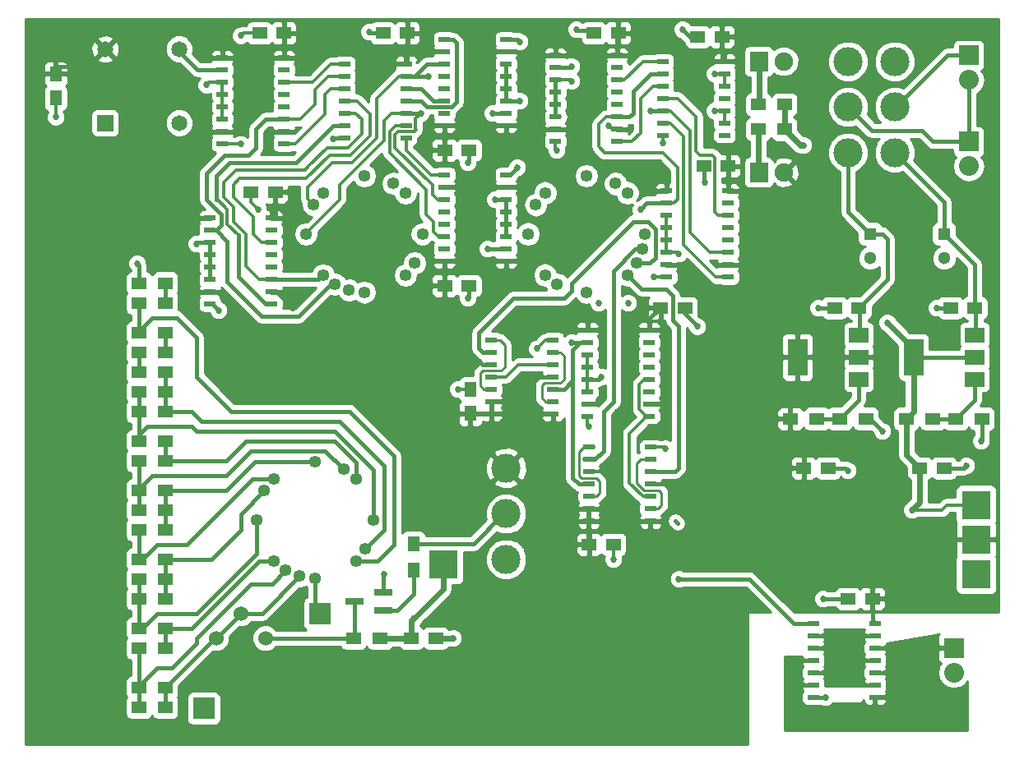
<source format=gtl>
G04 #@! TF.FileFunction,Copper,L1,Top,Signal*
%FSLAX46Y46*%
G04 Gerber Fmt 4.6, Leading zero omitted, Abs format (unit mm)*
G04 Created by KiCad (PCBNEW 4.0.5) date Thursday, March 30, 2017 'AMt' 07:23:23 AM*
%MOMM*%
%LPD*%
G01*
G04 APERTURE LIST*
%ADD10C,0.100000*%
%ADD11C,1.524000*%
%ADD12R,1.500000X1.300000*%
%ADD13R,3.000000X3.000000*%
%ADD14R,1.500000X1.250000*%
%ADD15C,1.300000*%
%ADD16R,1.300000X1.300000*%
%ADD17R,1.250000X1.500000*%
%ADD18R,2.235200X2.235200*%
%ADD19R,2.032000X2.032000*%
%ADD20O,2.032000X2.032000*%
%ADD21R,1.651000X1.651000*%
%ADD22C,1.651000*%
%ADD23R,2.000000X3.800000*%
%ADD24R,2.000000X1.500000*%
%ADD25R,1.143000X0.508000*%
%ADD26R,1.300000X1.500000*%
%ADD27R,1.900000X0.800000*%
%ADD28R,1.900000X2.000000*%
%ADD29C,1.900000*%
%ADD30O,1.270000X1.270000*%
%ADD31C,3.000000*%
%ADD32C,0.685800*%
%ADD33C,0.406400*%
%ADD34C,0.457200*%
%ADD35C,0.609600*%
%ADD36C,0.355600*%
%ADD37C,0.304800*%
%ADD38C,0.254000*%
G04 APERTURE END LIST*
D10*
D11*
X91440000Y-150876000D03*
X88900000Y-148336000D03*
X86360000Y-150876000D03*
D12*
X78406000Y-116332000D03*
X81106000Y-116332000D03*
X81106000Y-119380000D03*
X78406000Y-119380000D03*
X78406000Y-121412000D03*
X81106000Y-121412000D03*
X78406000Y-127508000D03*
X81106000Y-127508000D03*
X81106000Y-137668000D03*
X78406000Y-137668000D03*
X78406000Y-146812000D03*
X81106000Y-146812000D03*
X81106000Y-157988000D03*
X78406000Y-157988000D03*
D13*
X164592000Y-140716000D03*
X164592000Y-137160000D03*
X164592000Y-144272000D03*
X109728000Y-143256000D03*
D14*
X106446000Y-150876000D03*
X108946000Y-150876000D03*
D15*
X161290000Y-111720000D03*
D16*
X161290000Y-109220000D03*
D17*
X69850000Y-92730000D03*
X69850000Y-95230000D03*
D14*
X146832000Y-133350000D03*
X149332000Y-133350000D03*
X158770000Y-133350000D03*
X161270000Y-133350000D03*
X152507000Y-116840000D03*
X150007000Y-116840000D03*
X164445000Y-116840000D03*
X161945000Y-116840000D03*
X153904000Y-146812000D03*
X151404000Y-146812000D03*
D17*
X112522000Y-127742000D03*
X112522000Y-125242000D03*
D14*
X132100000Y-116840000D03*
X134600000Y-116840000D03*
X124734000Y-141224000D03*
X127234000Y-141224000D03*
X138410000Y-88900000D03*
X135910000Y-88900000D03*
X139045000Y-102235000D03*
X136545000Y-102235000D03*
X127742000Y-88519000D03*
X125242000Y-88519000D03*
X106025000Y-88519000D03*
X103525000Y-88519000D03*
X109875000Y-100584000D03*
X112375000Y-100584000D03*
X109875000Y-114554000D03*
X112375000Y-114554000D03*
X92436000Y-104902000D03*
X89936000Y-104902000D03*
X93325000Y-88519000D03*
X90825000Y-88519000D03*
D18*
X85090000Y-158115000D03*
X97028000Y-148336000D03*
D19*
X162306000Y-151892000D03*
D20*
X162306000Y-154432000D03*
D21*
X74930000Y-97790000D03*
D22*
X74930000Y-90170000D03*
X82550000Y-90170000D03*
X82550000Y-97790000D03*
D23*
X146202000Y-121920000D03*
D24*
X152502000Y-121920000D03*
X152502000Y-119620000D03*
X152502000Y-124220000D03*
D23*
X158140000Y-121920000D03*
D24*
X164440000Y-121920000D03*
X164440000Y-119620000D03*
X164440000Y-124220000D03*
D25*
X147828000Y-149352000D03*
X147828000Y-150622000D03*
X147828000Y-151892000D03*
X147828000Y-153162000D03*
X147828000Y-154432000D03*
X147828000Y-155702000D03*
X147828000Y-156972000D03*
X154178000Y-156972000D03*
X154178000Y-155702000D03*
X154178000Y-153162000D03*
X154178000Y-151892000D03*
X154178000Y-150622000D03*
X154178000Y-149352000D03*
X154178000Y-154432000D03*
X121031000Y-127762000D03*
X121031000Y-126492000D03*
X121031000Y-125222000D03*
X121031000Y-123952000D03*
X121031000Y-122682000D03*
X121031000Y-121412000D03*
X121031000Y-120142000D03*
X114681000Y-120142000D03*
X114681000Y-121412000D03*
X114681000Y-123952000D03*
X114681000Y-125222000D03*
X114681000Y-126492000D03*
X114681000Y-127762000D03*
X114681000Y-122682000D03*
X130937000Y-119126000D03*
X130937000Y-121666000D03*
X130937000Y-122936000D03*
X130937000Y-124206000D03*
X130937000Y-125476000D03*
X130937000Y-126746000D03*
X130937000Y-128016000D03*
X124587000Y-128016000D03*
X124587000Y-126746000D03*
X124587000Y-125476000D03*
X124587000Y-124206000D03*
X124587000Y-122936000D03*
X124587000Y-121666000D03*
X124587000Y-120396000D03*
X124587000Y-119126000D03*
X130937000Y-120396000D03*
X131064000Y-138811000D03*
X131064000Y-137541000D03*
X131064000Y-136271000D03*
X131064000Y-135001000D03*
X131064000Y-133731000D03*
X131064000Y-132461000D03*
X131064000Y-131191000D03*
X124714000Y-131191000D03*
X124714000Y-132461000D03*
X124714000Y-135001000D03*
X124714000Y-136271000D03*
X124714000Y-137541000D03*
X124714000Y-138811000D03*
X124714000Y-133731000D03*
X132334000Y-91440000D03*
X132334000Y-92710000D03*
X132334000Y-93980000D03*
X132334000Y-95250000D03*
X132334000Y-96520000D03*
X132334000Y-97790000D03*
X132334000Y-99060000D03*
X138684000Y-99060000D03*
X138684000Y-97790000D03*
X138684000Y-95250000D03*
X138684000Y-93980000D03*
X138684000Y-92710000D03*
X138684000Y-91440000D03*
X138684000Y-96520000D03*
X127635000Y-90805000D03*
X127635000Y-93345000D03*
X127635000Y-94615000D03*
X127635000Y-95885000D03*
X127635000Y-97155000D03*
X127635000Y-98425000D03*
X127635000Y-99695000D03*
X121285000Y-99695000D03*
X121285000Y-98425000D03*
X121285000Y-97155000D03*
X121285000Y-95885000D03*
X121285000Y-94615000D03*
X121285000Y-93345000D03*
X121285000Y-92075000D03*
X121285000Y-90805000D03*
X127635000Y-92075000D03*
X99568000Y-91694000D03*
X99568000Y-92964000D03*
X99568000Y-94234000D03*
X99568000Y-95504000D03*
X99568000Y-96774000D03*
X99568000Y-98044000D03*
X99568000Y-99314000D03*
X105918000Y-99314000D03*
X105918000Y-98044000D03*
X105918000Y-95504000D03*
X105918000Y-94234000D03*
X105918000Y-92964000D03*
X105918000Y-91694000D03*
X105918000Y-96774000D03*
X109855000Y-98044000D03*
X109855000Y-95504000D03*
X109855000Y-94234000D03*
X109855000Y-92964000D03*
X109855000Y-91694000D03*
X109855000Y-90424000D03*
X109855000Y-89154000D03*
X116205000Y-89154000D03*
X116205000Y-90424000D03*
X116205000Y-91694000D03*
X116205000Y-92964000D03*
X116205000Y-94234000D03*
X116205000Y-95504000D03*
X116205000Y-96774000D03*
X116205000Y-98044000D03*
X109855000Y-96774000D03*
X109855000Y-112014000D03*
X109855000Y-109474000D03*
X109855000Y-108204000D03*
X109855000Y-106934000D03*
X109855000Y-105664000D03*
X109855000Y-104394000D03*
X109855000Y-103124000D03*
X116205000Y-103124000D03*
X116205000Y-104394000D03*
X116205000Y-105664000D03*
X116205000Y-106934000D03*
X116205000Y-108204000D03*
X116205000Y-109474000D03*
X116205000Y-110744000D03*
X116205000Y-112014000D03*
X109855000Y-110744000D03*
X92075000Y-107569000D03*
X92075000Y-110109000D03*
X92075000Y-111379000D03*
X92075000Y-112649000D03*
X92075000Y-113919000D03*
X92075000Y-115189000D03*
X92075000Y-116459000D03*
X85725000Y-116459000D03*
X85725000Y-115189000D03*
X85725000Y-113919000D03*
X85725000Y-112649000D03*
X85725000Y-111379000D03*
X85725000Y-110109000D03*
X85725000Y-108839000D03*
X85725000Y-107569000D03*
X92075000Y-108839000D03*
X93345000Y-91059000D03*
X93345000Y-93599000D03*
X93345000Y-94869000D03*
X93345000Y-96139000D03*
X93345000Y-97409000D03*
X93345000Y-98679000D03*
X93345000Y-99949000D03*
X86995000Y-99949000D03*
X86995000Y-98679000D03*
X86995000Y-97409000D03*
X86995000Y-96139000D03*
X86995000Y-94869000D03*
X86995000Y-93599000D03*
X86995000Y-92329000D03*
X86995000Y-91059000D03*
X93345000Y-92329000D03*
D12*
X142160000Y-98425000D03*
X144860000Y-98425000D03*
X142160000Y-95885000D03*
X144860000Y-95885000D03*
X150542000Y-128270000D03*
X153242000Y-128270000D03*
X145462000Y-128270000D03*
X148162000Y-128270000D03*
X162480000Y-128270000D03*
X165180000Y-128270000D03*
X157400000Y-128270000D03*
X160100000Y-128270000D03*
X81106000Y-114300000D03*
X78406000Y-114300000D03*
X81106000Y-123444000D03*
X78406000Y-123444000D03*
X78406000Y-125476000D03*
X81106000Y-125476000D03*
X81106000Y-130556000D03*
X78406000Y-130556000D03*
X78406000Y-132588000D03*
X81106000Y-132588000D03*
X81106000Y-135636000D03*
X78406000Y-135636000D03*
X78406000Y-139700000D03*
X81106000Y-139700000D03*
X81106000Y-142748000D03*
X78406000Y-142748000D03*
X78406000Y-144780000D03*
X81106000Y-144780000D03*
X81106000Y-149860000D03*
X78406000Y-149860000D03*
X78406000Y-151892000D03*
X81106000Y-151892000D03*
X81106000Y-155956000D03*
X78406000Y-155956000D03*
X103204000Y-150876000D03*
X100504000Y-150876000D03*
D26*
X106680000Y-143844000D03*
X106680000Y-141144000D03*
D27*
X103608000Y-148016000D03*
X103608000Y-146116000D03*
X100608000Y-147066000D03*
D28*
X142240000Y-102870000D03*
D29*
X144780000Y-102870000D03*
D28*
X142240000Y-91440000D03*
D29*
X144780000Y-91440000D03*
D15*
X153670000Y-111720000D03*
D16*
X153670000Y-109220000D03*
D19*
X163830000Y-99695000D03*
D20*
X163830000Y-102235000D03*
D19*
X163830000Y-90805000D03*
D20*
X163830000Y-93345000D03*
D25*
X139065000Y-104775000D03*
X139065000Y-107315000D03*
X139065000Y-108585000D03*
X139065000Y-109855000D03*
X139065000Y-111125000D03*
X139065000Y-112395000D03*
X139065000Y-113665000D03*
X132715000Y-113665000D03*
X132715000Y-112395000D03*
X132715000Y-111125000D03*
X132715000Y-109855000D03*
X132715000Y-108585000D03*
X132715000Y-107315000D03*
X132715000Y-106045000D03*
X132715000Y-104775000D03*
X139065000Y-106045000D03*
D30*
X94968536Y-144474145D03*
X93522800Y-143875302D03*
X92281320Y-142922680D03*
X90525600Y-138684000D03*
X91328698Y-135686800D03*
X92281320Y-134445320D03*
X96520000Y-132689600D03*
X99517199Y-133492698D03*
X100758680Y-134445320D03*
X102514400Y-138684000D03*
X101711302Y-141681199D03*
X100758680Y-142922680D03*
X96520000Y-144678400D03*
X100048536Y-115010145D03*
X98602800Y-114411302D03*
X97361320Y-113458680D03*
X95605600Y-109220000D03*
X96408698Y-106222800D03*
X97361320Y-104981320D03*
X101600000Y-103225600D03*
X104597199Y-104028698D03*
X105838680Y-104981320D03*
X107594400Y-109220000D03*
X106791302Y-112217199D03*
X105838680Y-113458680D03*
X101600000Y-115214400D03*
X130250145Y-110771464D03*
X129651302Y-112217200D03*
X128698680Y-113458680D03*
X124460000Y-115214400D03*
X121462800Y-114411302D03*
X120221320Y-113458680D03*
X118465600Y-109220000D03*
X119268698Y-106222801D03*
X120221320Y-104981320D03*
X124460000Y-103225600D03*
X127457199Y-104028698D03*
X128698680Y-104981320D03*
X130454400Y-109220000D03*
D31*
X151409400Y-100838000D03*
X156210000Y-100838000D03*
X151409400Y-96139000D03*
X156210000Y-96139000D03*
X151409400Y-91440000D03*
X156210000Y-91440000D03*
X116205000Y-142748000D03*
X116205000Y-138049000D03*
X116205000Y-133350000D03*
D32*
X125730000Y-116332000D03*
X128778000Y-116332000D03*
X110744000Y-150876000D03*
X127254000Y-142748000D03*
X111252000Y-125222000D03*
X136652000Y-103886000D03*
X134366000Y-88138000D03*
X123444000Y-88138000D03*
X133985000Y-111252000D03*
X131445000Y-113665000D03*
X137668000Y-96520000D03*
X137668000Y-92710000D03*
X132334000Y-99822000D03*
X122936000Y-93472000D03*
X121412000Y-100584000D03*
X135890000Y-118745000D03*
X102108000Y-88392000D03*
X112268000Y-115824000D03*
X125984000Y-123952000D03*
X86614000Y-117094000D03*
X84328000Y-110236000D03*
X117602000Y-95504000D03*
X117602000Y-89408000D03*
X112268000Y-101854000D03*
X117348000Y-102362000D03*
X115062000Y-105664000D03*
X90678000Y-106680000D03*
X98425000Y-99441000D03*
X88900000Y-99949000D03*
X88900000Y-88773000D03*
X85344000Y-93853000D03*
X119380000Y-121031000D03*
X124714000Y-129032000D03*
X132588000Y-131318000D03*
X78232000Y-112268000D03*
X146812000Y-100076000D03*
X154940000Y-129540000D03*
X151384000Y-133604000D03*
X163576000Y-133096000D03*
X165100000Y-130556000D03*
X103632000Y-144272000D03*
X149098000Y-156972000D03*
X148844000Y-146812000D03*
X160528000Y-116840000D03*
X148336000Y-116840000D03*
X69850000Y-97155000D03*
X117856000Y-121412000D03*
X119126000Y-123952000D03*
X94234000Y-116840000D03*
X94234000Y-118872000D03*
X125476000Y-96774000D03*
X126746000Y-98044000D03*
X127635000Y-127635000D03*
X125730000Y-126365000D03*
X88392000Y-98933000D03*
X91948000Y-98933000D03*
X157988000Y-137668000D03*
X106680000Y-148844000D03*
X155448000Y-118364000D03*
X114300000Y-110744000D03*
X107442000Y-96774000D03*
X114808000Y-96774000D03*
X108204000Y-92964000D03*
X122936000Y-91948000D03*
X130048000Y-106680000D03*
X131064000Y-96520000D03*
X122936000Y-120396000D03*
X133985000Y-144780000D03*
D33*
X133624000Y-138811000D02*
X133878000Y-139065000D01*
D34*
X156210000Y-96139000D02*
X156337000Y-96139000D01*
X156337000Y-96139000D02*
X161671000Y-90805000D01*
X161671000Y-90805000D02*
X163830000Y-90805000D01*
X163830000Y-99695000D02*
X160147000Y-99695000D01*
X153822400Y-98552000D02*
X151409400Y-96139000D01*
X159004000Y-98552000D02*
X153822400Y-98552000D01*
X160147000Y-99695000D02*
X159004000Y-98552000D01*
X163830000Y-99695000D02*
X163830000Y-93345000D01*
D35*
X108946000Y-150876000D02*
X110744000Y-150876000D01*
D36*
X127234000Y-141224000D02*
X127234000Y-142728000D01*
X127234000Y-142728000D02*
X127254000Y-142748000D01*
X112522000Y-125242000D02*
X111272000Y-125242000D01*
X111272000Y-125242000D02*
X111252000Y-125222000D01*
D34*
X136545000Y-102235000D02*
X136545000Y-103779000D01*
X136545000Y-103779000D02*
X136652000Y-103886000D01*
X135910000Y-88900000D02*
X135128000Y-88900000D01*
X135128000Y-88900000D02*
X134366000Y-88138000D01*
X125115000Y-88265000D02*
X123571000Y-88265000D01*
D37*
X123571000Y-88265000D02*
X123444000Y-88138000D01*
X132715000Y-111125000D02*
X133858000Y-111125000D01*
X133858000Y-111125000D02*
X133985000Y-111252000D01*
X132715000Y-113665000D02*
X131445000Y-113665000D01*
X132715000Y-107315000D02*
X132715000Y-108585000D01*
X132715000Y-108585000D02*
X132715000Y-109855000D01*
X132715000Y-109855000D02*
X132715000Y-111125000D01*
D36*
X138684000Y-96520000D02*
X137668000Y-96520000D01*
X138684000Y-92710000D02*
X137668000Y-92710000D01*
X132334000Y-99060000D02*
X132334000Y-99822000D01*
X121285000Y-93345000D02*
X122809000Y-93345000D01*
X122809000Y-93345000D02*
X122936000Y-93472000D01*
X121285000Y-97155000D02*
X121793000Y-97155000D01*
X121285000Y-99695000D02*
X121285000Y-100457000D01*
X121285000Y-100457000D02*
X121412000Y-100584000D01*
X138684000Y-96520000D02*
X138684000Y-97790000D01*
X138684000Y-92710000D02*
X138684000Y-93980000D01*
D33*
X134600000Y-116840000D02*
X134600000Y-117455000D01*
X134600000Y-117455000D02*
X135890000Y-118745000D01*
X121285000Y-97155000D02*
X121285000Y-95885000D01*
X121285000Y-95885000D02*
X121285000Y-94615000D01*
X121285000Y-93345000D02*
X121285000Y-94615000D01*
D34*
X103525000Y-88519000D02*
X102235000Y-88519000D01*
X102235000Y-88519000D02*
X102108000Y-88392000D01*
X112375000Y-114554000D02*
X112375000Y-115717000D01*
D33*
X112375000Y-115717000D02*
X112268000Y-115824000D01*
X124587000Y-124206000D02*
X125730000Y-124206000D01*
X125730000Y-124206000D02*
X125984000Y-123952000D01*
D34*
X85725000Y-116459000D02*
X85979000Y-116459000D01*
X85979000Y-116459000D02*
X86614000Y-117094000D01*
X85725000Y-110109000D02*
X84455000Y-110109000D01*
X84455000Y-110109000D02*
X84328000Y-110236000D01*
X116205000Y-91694000D02*
X116205000Y-92964000D01*
X116205000Y-92964000D02*
X116205000Y-94234000D01*
X116205000Y-94234000D02*
X116205000Y-95504000D01*
X116205000Y-95504000D02*
X117602000Y-95504000D01*
X116205000Y-89154000D02*
X117348000Y-89154000D01*
X117348000Y-89154000D02*
X117602000Y-89408000D01*
X112375000Y-100584000D02*
X112375000Y-101747000D01*
X112375000Y-101747000D02*
X112268000Y-101854000D01*
X116205000Y-103124000D02*
X116586000Y-103124000D01*
X116586000Y-103124000D02*
X117348000Y-102362000D01*
X116205000Y-105664000D02*
X115062000Y-105664000D01*
X116205000Y-108204000D02*
X116205000Y-106934000D01*
X116205000Y-106934000D02*
X116205000Y-105664000D01*
X116205000Y-109474000D02*
X116205000Y-108204000D01*
D36*
X89936000Y-104902000D02*
X89936000Y-105938000D01*
X89936000Y-105938000D02*
X90678000Y-106680000D01*
D33*
X99568000Y-99314000D02*
X98552000Y-99314000D01*
X98552000Y-99314000D02*
X98425000Y-99441000D01*
D36*
X86995000Y-99949000D02*
X88900000Y-99949000D01*
X90825000Y-88519000D02*
X89154000Y-88519000D01*
X89154000Y-88519000D02*
X88900000Y-88773000D01*
X86995000Y-93599000D02*
X85598000Y-93599000D01*
X85598000Y-93599000D02*
X85344000Y-93853000D01*
X86995000Y-93599000D02*
X86995000Y-94869000D01*
X86995000Y-94869000D02*
X86995000Y-96139000D01*
X86995000Y-96139000D02*
X86995000Y-97409000D01*
D33*
X85725000Y-110109000D02*
X85725000Y-111379000D01*
X85725000Y-111379000D02*
X85725000Y-112649000D01*
X85725000Y-112649000D02*
X85725000Y-113919000D01*
D36*
X121031000Y-120142000D02*
X120269000Y-120142000D01*
X120269000Y-120142000D02*
X119380000Y-121031000D01*
X124587000Y-122936000D02*
X124587000Y-124206000D01*
X124587000Y-124206000D02*
X124587000Y-125476000D01*
X124587000Y-121666000D02*
X124587000Y-122936000D01*
X124587000Y-128016000D02*
X124587000Y-128905000D01*
X124587000Y-128905000D02*
X124714000Y-129032000D01*
X131064000Y-131191000D02*
X132461000Y-131191000D01*
X132461000Y-131191000D02*
X132588000Y-131318000D01*
D34*
X78406000Y-114300000D02*
X78406000Y-112442000D01*
X78406000Y-112442000D02*
X78232000Y-112268000D01*
D35*
X144860000Y-95885000D02*
X144860000Y-98425000D01*
X144860000Y-98425000D02*
X146511000Y-100076000D01*
X146511000Y-100076000D02*
X146812000Y-100076000D01*
D34*
X153670000Y-128270000D02*
X154940000Y-129540000D01*
X153242000Y-128270000D02*
X153670000Y-128270000D01*
X151130000Y-133350000D02*
X151384000Y-133604000D01*
X149332000Y-133350000D02*
X151130000Y-133350000D01*
X163322000Y-133350000D02*
X163576000Y-133096000D01*
X161270000Y-133350000D02*
X163322000Y-133350000D01*
X165180000Y-128270000D02*
X165180000Y-130476000D01*
X165180000Y-130476000D02*
X165100000Y-130556000D01*
X103608000Y-146116000D02*
X103608000Y-144296000D01*
X103608000Y-144296000D02*
X103632000Y-144272000D01*
X147828000Y-156972000D02*
X149098000Y-156972000D01*
X151404000Y-146812000D02*
X148844000Y-146812000D01*
X161945000Y-116840000D02*
X160528000Y-116840000D01*
X150007000Y-116840000D02*
X148336000Y-116840000D01*
D36*
X69850000Y-95230000D02*
X69850000Y-97155000D01*
D34*
X124587000Y-119126000D02*
X118872000Y-119126000D01*
X118872000Y-119126000D02*
X117856000Y-120142000D01*
X117856000Y-120142000D02*
X117856000Y-121412000D01*
X119126000Y-123952000D02*
X121031000Y-123952000D01*
X92075000Y-115189000D02*
X92583000Y-115189000D01*
X92583000Y-115189000D02*
X94234000Y-116840000D01*
X94234000Y-118872000D02*
X90170000Y-118872000D01*
X90170000Y-118872000D02*
X86487000Y-115189000D01*
X86487000Y-115189000D02*
X85725000Y-115189000D01*
X92436000Y-104902000D02*
X92436000Y-107208000D01*
X92436000Y-107208000D02*
X92075000Y-107569000D01*
X109875000Y-114554000D02*
X109875000Y-112034000D01*
X109875000Y-112034000D02*
X109855000Y-112014000D01*
X109875000Y-100584000D02*
X109875000Y-98064000D01*
X109875000Y-98064000D02*
X109855000Y-98044000D01*
X139045000Y-102235000D02*
X139045000Y-104755000D01*
X139045000Y-104755000D02*
X139065000Y-104775000D01*
X138410000Y-88900000D02*
X138410000Y-91166000D01*
X138410000Y-91166000D02*
X138684000Y-91440000D01*
X127615000Y-88265000D02*
X127615000Y-90785000D01*
X127615000Y-90785000D02*
X127635000Y-90805000D01*
X106025000Y-88519000D02*
X106025000Y-91587000D01*
X106025000Y-91587000D02*
X105918000Y-91694000D01*
X93325000Y-88519000D02*
X93325000Y-91039000D01*
X93325000Y-91039000D02*
X93345000Y-91059000D01*
D36*
X112522000Y-127742000D02*
X114661000Y-127742000D01*
X114661000Y-127742000D02*
X114681000Y-127762000D01*
X127635000Y-98425000D02*
X127127000Y-98425000D01*
X127127000Y-98425000D02*
X126746000Y-98044000D01*
D33*
X130937000Y-119126000D02*
X130937000Y-118003000D01*
X130937000Y-118003000D02*
X132100000Y-116840000D01*
X124587000Y-126746000D02*
X125349000Y-126746000D01*
X125349000Y-126746000D02*
X125730000Y-126365000D01*
D34*
X131064000Y-135001000D02*
X132207000Y-135001000D01*
X132207000Y-135001000D02*
X132588000Y-134620000D01*
X121031000Y-123952000D02*
X119888000Y-123952000D01*
X119888000Y-123952000D02*
X119634000Y-123698000D01*
X112776000Y-122428000D02*
X113538000Y-122428000D01*
X113538000Y-122428000D02*
X113792000Y-122682000D01*
X113792000Y-122682000D02*
X114681000Y-122682000D01*
D36*
X86995000Y-98679000D02*
X88138000Y-98679000D01*
X88138000Y-98679000D02*
X88392000Y-98933000D01*
X93345000Y-98679000D02*
X92202000Y-98679000D01*
X92202000Y-98679000D02*
X91948000Y-98933000D01*
D33*
X112649000Y-127869000D02*
X112522000Y-127742000D01*
D36*
X124714000Y-133731000D02*
X125857000Y-133731000D01*
X125857000Y-133731000D02*
X126111000Y-133477000D01*
X124607000Y-141351000D02*
X124607000Y-138918000D01*
X124607000Y-138918000D02*
X124714000Y-138811000D01*
X124607000Y-138918000D02*
X124714000Y-138811000D01*
X130917000Y-119106000D02*
X130937000Y-119126000D01*
D34*
X153904000Y-146812000D02*
X153904000Y-149078000D01*
X153904000Y-149078000D02*
X154178000Y-149352000D01*
X152502000Y-121920000D02*
X146202000Y-121920000D01*
X69850000Y-91980000D02*
X73120000Y-91980000D01*
X73120000Y-91980000D02*
X74930000Y-90170000D01*
X153670000Y-109220000D02*
X154940000Y-109220000D01*
X155448000Y-113899000D02*
X152507000Y-116840000D01*
X155448000Y-109728000D02*
X155448000Y-113899000D01*
X154940000Y-109220000D02*
X155448000Y-109728000D01*
X152622000Y-116840000D02*
X152622000Y-119500000D01*
X152622000Y-119500000D02*
X152502000Y-119620000D01*
X151409400Y-100838000D02*
X151409400Y-106959400D01*
X151409400Y-106959400D02*
X153670000Y-109220000D01*
X161290000Y-109220000D02*
X161290000Y-105918000D01*
X161290000Y-105918000D02*
X156210000Y-100838000D01*
X164445000Y-116840000D02*
X164445000Y-112375000D01*
X164445000Y-112375000D02*
X161290000Y-109220000D01*
X164560000Y-116840000D02*
X164560000Y-119500000D01*
X164560000Y-119500000D02*
X164440000Y-119620000D01*
X161290000Y-108966000D02*
X161290000Y-109220000D01*
D35*
X109728000Y-143256000D02*
X109728000Y-145796000D01*
X109728000Y-145796000D02*
X106680000Y-148844000D01*
X106446000Y-149078000D02*
X106446000Y-150876000D01*
X106680000Y-148844000D02*
X106446000Y-149078000D01*
X106446000Y-150876000D02*
X103204000Y-150876000D01*
D36*
X157988000Y-137668000D02*
X161036000Y-137668000D01*
X161036000Y-137668000D02*
X161544000Y-137160000D01*
X161544000Y-137160000D02*
X164592000Y-137160000D01*
D35*
X103224000Y-150896000D02*
X103204000Y-150876000D01*
X158770000Y-133350000D02*
X158770000Y-136886000D01*
X158770000Y-136886000D02*
X157988000Y-137668000D01*
X158140000Y-121920000D02*
X158140000Y-121056000D01*
X158140000Y-121056000D02*
X155448000Y-118364000D01*
X158140000Y-121920000D02*
X158140000Y-127530000D01*
X158140000Y-127530000D02*
X157400000Y-128270000D01*
X158770000Y-133350000D02*
X158750000Y-133350000D01*
X157400000Y-131980000D02*
X158770000Y-133350000D01*
X157400000Y-128270000D02*
X157400000Y-131980000D01*
D34*
X164440000Y-121920000D02*
X158140000Y-121920000D01*
D35*
X142240000Y-91440000D02*
X142240000Y-95805000D01*
X142240000Y-95805000D02*
X142160000Y-95885000D01*
D34*
X142160000Y-91520000D02*
X142240000Y-91440000D01*
D35*
X142160000Y-98425000D02*
X142160000Y-102790000D01*
X142160000Y-102790000D02*
X142240000Y-102870000D01*
D34*
X142160000Y-102790000D02*
X142240000Y-102870000D01*
X96520000Y-144678400D02*
X96520000Y-147828000D01*
X96520000Y-147828000D02*
X97028000Y-148336000D01*
X103608000Y-148016000D02*
X104968000Y-148016000D01*
X106680000Y-146304000D02*
X106680000Y-143844000D01*
X104968000Y-148016000D02*
X106680000Y-146304000D01*
X91440000Y-150876000D02*
X100504000Y-150876000D01*
X100504000Y-150876000D02*
X100608000Y-150772000D01*
X100608000Y-150772000D02*
X100608000Y-147066000D01*
X154178000Y-154432000D02*
X155194000Y-154432000D01*
X154178000Y-151892000D02*
X155194000Y-151892000D01*
X147828000Y-155702000D02*
X146812000Y-155702000D01*
X147828000Y-153162000D02*
X146812000Y-153162000D01*
X147828000Y-153162000D02*
X147574000Y-153162000D01*
X147574000Y-155702000D02*
X147828000Y-155702000D01*
X81106000Y-155956000D02*
X81106000Y-157988000D01*
D37*
X86360000Y-150876000D02*
X86186000Y-150876000D01*
D34*
X86186000Y-150876000D02*
X81106000Y-155956000D01*
X86360000Y-150876000D02*
X88900000Y-148336000D01*
X88900000Y-148336000D02*
X91106681Y-148336000D01*
X91106681Y-148336000D02*
X94968536Y-144474145D01*
X78406000Y-155956000D02*
X78406000Y-155782000D01*
X78406000Y-155782000D02*
X80264000Y-153924000D01*
X92110102Y-145288000D02*
X93522800Y-143875302D01*
X89916000Y-145288000D02*
X92110102Y-145288000D01*
X84328000Y-150876000D02*
X89916000Y-145288000D01*
X84328000Y-151384000D02*
X84328000Y-150876000D01*
X81788000Y-153924000D02*
X84328000Y-151384000D01*
X80264000Y-153924000D02*
X81788000Y-153924000D01*
X78406000Y-157988000D02*
X78406000Y-155956000D01*
X78406000Y-151892000D02*
X78406000Y-155956000D01*
X81106000Y-149860000D02*
X83820000Y-149860000D01*
X90757320Y-142922680D02*
X92281320Y-142922680D01*
X83820000Y-149860000D02*
X90757320Y-142922680D01*
X81106000Y-151892000D02*
X81106000Y-149860000D01*
X78406000Y-149860000D02*
X78740000Y-149860000D01*
X78740000Y-149860000D02*
X80264000Y-148336000D01*
X90525600Y-142138400D02*
X90525600Y-138684000D01*
X84328000Y-148336000D02*
X90525600Y-142138400D01*
X80264000Y-148336000D02*
X84328000Y-148336000D01*
X78406000Y-146812000D02*
X78406000Y-149860000D01*
X78406000Y-144780000D02*
X78406000Y-146812000D01*
D35*
X78406000Y-149860000D02*
X78406000Y-149686000D01*
D34*
X81106000Y-142748000D02*
X85852000Y-142748000D01*
X88900000Y-138115498D02*
X91328698Y-135686800D01*
X88900000Y-139700000D02*
X88900000Y-138115498D01*
X85852000Y-142748000D02*
X88900000Y-139700000D01*
X81106000Y-144780000D02*
X81106000Y-142748000D01*
X81106000Y-146812000D02*
X81106000Y-144780000D01*
X78406000Y-142748000D02*
X78740000Y-142748000D01*
X78740000Y-142748000D02*
X80264000Y-141224000D01*
X90090680Y-134445320D02*
X92281320Y-134445320D01*
X83312000Y-141224000D02*
X90090680Y-134445320D01*
X80264000Y-141224000D02*
X83312000Y-141224000D01*
X78406000Y-142748000D02*
X78406000Y-139700000D01*
D35*
X78406000Y-142748000D02*
X78406000Y-142574000D01*
D34*
X81106000Y-135636000D02*
X87376000Y-135636000D01*
X90322400Y-132689600D02*
X96520000Y-132689600D01*
X87376000Y-135636000D02*
X90322400Y-132689600D01*
X81106000Y-139700000D02*
X81106000Y-137668000D01*
X81106000Y-137668000D02*
X81106000Y-135636000D01*
X78406000Y-135636000D02*
X78406000Y-135462000D01*
X78406000Y-135462000D02*
X79756000Y-134112000D01*
X97596501Y-131572000D02*
X99517199Y-133492698D01*
X89916000Y-131572000D02*
X97596501Y-131572000D01*
X87376000Y-134112000D02*
X89916000Y-131572000D01*
X79756000Y-134112000D02*
X87376000Y-134112000D01*
X78406000Y-135636000D02*
X78406000Y-132588000D01*
D35*
X78406000Y-135636000D02*
X78740000Y-135636000D01*
D34*
X78406000Y-137668000D02*
X78406000Y-135636000D01*
X81106000Y-132588000D02*
X87376000Y-132588000D01*
X100758680Y-132762680D02*
X100758680Y-134445320D01*
X98552000Y-130556000D02*
X100758680Y-132762680D01*
X89408000Y-130556000D02*
X98552000Y-130556000D01*
X87376000Y-132588000D02*
X89408000Y-130556000D01*
X81106000Y-132588000D02*
X81106000Y-130556000D01*
X78406000Y-130556000D02*
X78406000Y-129874000D01*
X102514400Y-133502400D02*
X102514400Y-138684000D01*
X98552000Y-129540000D02*
X102514400Y-133502400D01*
X84328000Y-129540000D02*
X98552000Y-129540000D01*
X83820000Y-129032000D02*
X84328000Y-129540000D01*
X79248000Y-129032000D02*
X83820000Y-129032000D01*
X78406000Y-129874000D02*
X79248000Y-129032000D01*
X78406000Y-130556000D02*
X78406000Y-130382000D01*
X78406000Y-127508000D02*
X78406000Y-125476000D01*
X78406000Y-130556000D02*
X78406000Y-127508000D01*
X81106000Y-125476000D02*
X81106000Y-123444000D01*
X81106000Y-127508000D02*
X83820000Y-127508000D01*
X103632000Y-139760501D02*
X101711302Y-141681199D01*
X103632000Y-133096000D02*
X103632000Y-139760501D01*
X99060000Y-128524000D02*
X103632000Y-133096000D01*
X84836000Y-128524000D02*
X99060000Y-128524000D01*
X83820000Y-127508000D02*
X84836000Y-128524000D01*
X81106000Y-127508000D02*
X81106000Y-125476000D01*
X78406000Y-116332000D02*
X78406000Y-119380000D01*
X78406000Y-119380000D02*
X78406000Y-119206000D01*
X78406000Y-119206000D02*
X79756000Y-117856000D01*
X79756000Y-117856000D02*
X82296000Y-117856000D01*
X82296000Y-117856000D02*
X84328000Y-119888000D01*
X84328000Y-119888000D02*
X84328000Y-123952000D01*
X100758680Y-142922680D02*
X102949320Y-142922680D01*
X87884000Y-127508000D02*
X84328000Y-123952000D01*
X100076000Y-127508000D02*
X87884000Y-127508000D01*
X104648000Y-132080000D02*
X100076000Y-127508000D01*
X104648000Y-141224000D02*
X104648000Y-132080000D01*
X102949320Y-142922680D02*
X104648000Y-141224000D01*
X81106000Y-119380000D02*
X81106000Y-121412000D01*
D33*
X82550000Y-90170000D02*
X82550000Y-90424000D01*
X82550000Y-90424000D02*
X84455000Y-92329000D01*
X84455000Y-92329000D02*
X86995000Y-92329000D01*
X98602800Y-114411302D02*
X98186698Y-114411302D01*
X98186698Y-114411302D02*
X94869000Y-117729000D01*
X94869000Y-117729000D02*
X91059000Y-117729000D01*
X91059000Y-117729000D02*
X87503000Y-114173000D01*
X87503000Y-114173000D02*
X87503000Y-109982000D01*
X87503000Y-109982000D02*
X86360000Y-108839000D01*
X98602800Y-114411302D02*
X98440698Y-114411302D01*
D36*
X93345000Y-97409000D02*
X94996000Y-97409000D01*
X94996000Y-97409000D02*
X96520000Y-95885000D01*
X96520000Y-95885000D02*
X96520000Y-94361000D01*
X96520000Y-94361000D02*
X97917000Y-92964000D01*
X97917000Y-92964000D02*
X99568000Y-92964000D01*
D33*
X85725000Y-108839000D02*
X86106000Y-108839000D01*
X85725000Y-108839000D02*
X86360000Y-108839000D01*
X91440000Y-97409000D02*
X93345000Y-97409000D01*
X90424000Y-98425000D02*
X91440000Y-97409000D01*
X90424000Y-100330000D02*
X90424000Y-98425000D01*
X89662000Y-101092000D02*
X90424000Y-100330000D01*
X87249000Y-101092000D02*
X89662000Y-101092000D01*
X85370892Y-102970108D02*
X87249000Y-101092000D01*
X85370892Y-105690892D02*
X85370892Y-102970108D01*
X86881446Y-107201446D02*
X85370892Y-105690892D01*
X86881446Y-108317554D02*
X86881446Y-107201446D01*
X86360000Y-108839000D02*
X86881446Y-108317554D01*
X114300000Y-110744000D02*
X116205000Y-110744000D01*
D36*
X95885000Y-102235000D02*
X95504000Y-102616000D01*
X95504000Y-102616000D02*
X88392000Y-102616000D01*
X88392000Y-102616000D02*
X87122000Y-103886000D01*
X87122000Y-103886000D02*
X87122000Y-105410000D01*
X87122000Y-105410000D02*
X88138000Y-106426000D01*
X88138000Y-106426000D02*
X88138000Y-107950000D01*
X88138000Y-107950000D02*
X89408000Y-109220000D01*
X89408000Y-109220000D02*
X89408000Y-112522000D01*
X89408000Y-112522000D02*
X90805000Y-113919000D01*
X90805000Y-113919000D02*
X92075000Y-113919000D01*
X99568000Y-96774000D02*
X100711000Y-96774000D01*
X100711000Y-96774000D02*
X101346000Y-97409000D01*
X101346000Y-97409000D02*
X101346000Y-98933000D01*
X101346000Y-98933000D02*
X99949000Y-100330000D01*
X99949000Y-100330000D02*
X97790000Y-100330000D01*
X97790000Y-100330000D02*
X95885000Y-102235000D01*
D33*
X92075000Y-113919000D02*
X96901000Y-113919000D01*
X96901000Y-113919000D02*
X97361320Y-113458680D01*
D36*
X106902250Y-98520250D02*
X106902250Y-97313750D01*
X106902250Y-97313750D02*
X107442000Y-96774000D01*
D33*
X107442000Y-96774000D02*
X105918000Y-96774000D01*
X116205000Y-96774000D02*
X114808000Y-96774000D01*
D37*
X95605600Y-109220000D02*
X95605600Y-109118400D01*
X95605600Y-109118400D02*
X99060000Y-105664000D01*
X99060000Y-105664000D02*
X99060000Y-104140000D01*
X99060000Y-104140000D02*
X103632000Y-99568000D01*
X103632000Y-99568000D02*
X103632000Y-97536000D01*
X103632000Y-97536000D02*
X104394000Y-96774000D01*
X104394000Y-96774000D02*
X105918000Y-96774000D01*
X106934000Y-98488500D02*
X106902250Y-98520250D01*
X106902250Y-98520250D02*
X106743500Y-98679000D01*
X106743500Y-98679000D02*
X105054402Y-98679000D01*
X105054402Y-98679000D02*
X104775000Y-98958402D01*
X104775000Y-98958402D02*
X104775000Y-100330000D01*
X104775000Y-100330000D02*
X108648500Y-104203500D01*
X108648500Y-104203500D02*
X108648500Y-105156000D01*
X108648500Y-105156000D02*
X109156500Y-105664000D01*
X109156500Y-105664000D02*
X109855000Y-105664000D01*
D33*
X105918000Y-92964000D02*
X108204000Y-92964000D01*
X121285000Y-92075000D02*
X122809000Y-92075000D01*
X122809000Y-92075000D02*
X122936000Y-91948000D01*
D36*
X105918000Y-92964000D02*
X105156000Y-92964000D01*
X105156000Y-92964000D02*
X102870000Y-95250000D01*
X102870000Y-95250000D02*
X102870000Y-99314000D01*
X102870000Y-99314000D02*
X100330000Y-101854000D01*
X100330000Y-101854000D02*
X98298000Y-101854000D01*
X98298000Y-101854000D02*
X95758000Y-104394000D01*
X95758000Y-104394000D02*
X95758000Y-105572102D01*
X95758000Y-105572102D02*
X96408698Y-106222800D01*
D33*
X105918000Y-92964000D02*
X106807000Y-92964000D01*
X106807000Y-92964000D02*
X108077000Y-91694000D01*
X108077000Y-91694000D02*
X109855000Y-91694000D01*
X130048000Y-106680000D02*
X130683000Y-106045000D01*
X130683000Y-106045000D02*
X132715000Y-106045000D01*
D36*
X132715000Y-106045000D02*
X133477000Y-106045000D01*
X133477000Y-106045000D02*
X133858000Y-105664000D01*
X133858000Y-105664000D02*
X133858000Y-102362000D01*
X133858000Y-102362000D02*
X132334000Y-100838000D01*
X132334000Y-100838000D02*
X126365000Y-100838000D01*
X126365000Y-100838000D02*
X125730000Y-100203000D01*
X125730000Y-100203000D02*
X125730000Y-97917000D01*
X125730000Y-97917000D02*
X126492000Y-97155000D01*
X126492000Y-97155000D02*
X127635000Y-97155000D01*
D34*
X127635000Y-97155000D02*
X128905000Y-97155000D01*
X128905000Y-97155000D02*
X129286000Y-96774000D01*
X129286000Y-96774000D02*
X129286000Y-94488000D01*
X129286000Y-94488000D02*
X131064000Y-92710000D01*
X131064000Y-92710000D02*
X132334000Y-92710000D01*
D33*
X131064000Y-96520000D02*
X132334000Y-96520000D01*
D37*
X139065000Y-111125000D02*
X137160000Y-111125000D01*
X137160000Y-111125000D02*
X135128000Y-109093000D01*
X135128000Y-109093000D02*
X135128000Y-98552000D01*
X135128000Y-98552000D02*
X133096000Y-96520000D01*
X133096000Y-96520000D02*
X132334000Y-96520000D01*
D34*
X122936000Y-120396000D02*
X124587000Y-120396000D01*
X121031000Y-125222000D02*
X122174000Y-125222000D01*
X122174000Y-125222000D02*
X123063000Y-124333000D01*
X124714000Y-135001000D02*
X123698000Y-135001000D01*
X123825000Y-120396000D02*
X124587000Y-120396000D01*
X123063000Y-121158000D02*
X123825000Y-120396000D01*
X123063000Y-134366000D02*
X123063000Y-125222000D01*
X123063000Y-125222000D02*
X123063000Y-124333000D01*
X123063000Y-124333000D02*
X123063000Y-121158000D01*
X123698000Y-135001000D02*
X123063000Y-134366000D01*
D33*
X130250145Y-110771464D02*
X129512536Y-110771464D01*
X127254000Y-113030000D02*
X127254000Y-114935000D01*
X129512536Y-110771464D02*
X127254000Y-113030000D01*
X127254000Y-123825000D02*
X127254000Y-114935000D01*
D37*
X125349000Y-132461000D02*
X124714000Y-132461000D01*
D33*
X127254000Y-126492000D02*
X127254000Y-123825000D01*
X126238000Y-127508000D02*
X127254000Y-126492000D01*
X126238000Y-131572000D02*
X126238000Y-127508000D01*
X125349000Y-132461000D02*
X126238000Y-131572000D01*
D37*
X124714000Y-132461000D02*
X124206000Y-132461000D01*
D33*
X129651302Y-112217200D02*
X131013200Y-112217200D01*
X113792000Y-121412000D02*
X113411000Y-121031000D01*
X113411000Y-121031000D02*
X113411000Y-119380000D01*
X113411000Y-119380000D02*
X116967000Y-115824000D01*
X116967000Y-115824000D02*
X120050102Y-115824000D01*
X113792000Y-121412000D02*
X114681000Y-121412000D01*
X122174000Y-115824000D02*
X120050102Y-115824000D01*
X122936000Y-115062000D02*
X122174000Y-115824000D01*
X122936000Y-114300000D02*
X122936000Y-115062000D01*
X123444000Y-113792000D02*
X122936000Y-114300000D01*
X129286000Y-107950000D02*
X123444000Y-113792000D01*
X130810000Y-107950000D02*
X129286000Y-107950000D01*
X131572000Y-108712000D02*
X130810000Y-107950000D01*
X131572000Y-111658400D02*
X131572000Y-108712000D01*
X131013200Y-112217200D02*
X131572000Y-111658400D01*
X132715000Y-114935000D02*
X130175000Y-114935000D01*
X133350000Y-115570000D02*
X132715000Y-114935000D01*
X133350000Y-118110000D02*
X133350000Y-115570000D01*
X133985000Y-118745000D02*
X133350000Y-118110000D01*
X133985000Y-133350000D02*
X133985000Y-118745000D01*
X133604000Y-133731000D02*
X133985000Y-133350000D01*
X131064000Y-133731000D02*
X133604000Y-133731000D01*
X130175000Y-114935000D02*
X128698680Y-113458680D01*
D34*
X141224000Y-144780000D02*
X133985000Y-144780000D01*
X145796000Y-149352000D02*
X141224000Y-144780000D01*
X147828000Y-149352000D02*
X145796000Y-149352000D01*
D36*
X93345000Y-93599000D02*
X96266000Y-93599000D01*
X96266000Y-93599000D02*
X98171000Y-91694000D01*
X98171000Y-91694000D02*
X99568000Y-91694000D01*
X93345000Y-99949000D02*
X94488000Y-99949000D01*
X94488000Y-99949000D02*
X97536000Y-96901000D01*
X97536000Y-96901000D02*
X97536000Y-94869000D01*
X97536000Y-94869000D02*
X98171000Y-94234000D01*
X98171000Y-94234000D02*
X99568000Y-94234000D01*
X95631000Y-103505000D02*
X88773000Y-103505000D01*
X88773000Y-103505000D02*
X88138000Y-104140000D01*
X88138000Y-104140000D02*
X88138000Y-105410000D01*
X88138000Y-105410000D02*
X90170000Y-107442000D01*
X90170000Y-107442000D02*
X90170000Y-109220000D01*
X90170000Y-109220000D02*
X91059000Y-110109000D01*
X91059000Y-110109000D02*
X92075000Y-110109000D01*
X92075000Y-110109000D02*
X91694000Y-110109000D01*
X95631000Y-103505000D02*
X98044000Y-101092000D01*
X98044000Y-101092000D02*
X100203000Y-101092000D01*
X100203000Y-101092000D02*
X102235000Y-99060000D01*
X102235000Y-99060000D02*
X102235000Y-96901000D01*
X102235000Y-96901000D02*
X100838000Y-95504000D01*
X100838000Y-95504000D02*
X99568000Y-95504000D01*
X92075000Y-110109000D02*
X91948000Y-110109000D01*
X86360000Y-105537000D02*
X87503000Y-106680000D01*
X87503000Y-108204000D02*
X88646000Y-109347000D01*
X87503000Y-106680000D02*
X87503000Y-108204000D01*
D33*
X92075000Y-116459000D02*
X91440000Y-116459000D01*
X88646000Y-113665000D02*
X88646000Y-109347000D01*
X91440000Y-116459000D02*
X88646000Y-113665000D01*
X98425000Y-98044000D02*
X99568000Y-98044000D01*
X94615000Y-101854000D02*
X98425000Y-98044000D01*
X87757000Y-101854000D02*
X94615000Y-101854000D01*
X86360000Y-103251000D02*
X87757000Y-101854000D01*
X86360000Y-105664000D02*
X86360000Y-105537000D01*
X86360000Y-105537000D02*
X86360000Y-103251000D01*
D36*
X105918000Y-98044000D02*
X104838500Y-98044000D01*
X104838500Y-98044000D02*
X104203500Y-98679000D01*
X104203500Y-98679000D02*
X104203500Y-100901500D01*
X104203500Y-100901500D02*
X107950000Y-104648000D01*
X107950000Y-104648000D02*
X107950000Y-107188000D01*
X107950000Y-107188000D02*
X108712000Y-107950000D01*
X108712000Y-107950000D02*
X108712000Y-108966000D01*
X108712000Y-108966000D02*
X109220000Y-109474000D01*
X109220000Y-109474000D02*
X109855000Y-109474000D01*
X105918000Y-99314000D02*
X105918000Y-100584000D01*
X105918000Y-100584000D02*
X108458000Y-103124000D01*
X108458000Y-103124000D02*
X109855000Y-103124000D01*
D33*
X109855000Y-95504000D02*
X108712000Y-95504000D01*
X108712000Y-95504000D02*
X107442000Y-94234000D01*
X107442000Y-94234000D02*
X105918000Y-94234000D01*
X109855000Y-89154000D02*
X110744000Y-89154000D01*
X110744000Y-89154000D02*
X111125000Y-89535000D01*
X111125000Y-89535000D02*
X111125000Y-95631000D01*
X111125000Y-95631000D02*
X110617000Y-96139000D01*
X110617000Y-96139000D02*
X108077000Y-96139000D01*
X108077000Y-96139000D02*
X107442000Y-95504000D01*
X107442000Y-95504000D02*
X105918000Y-95504000D01*
D36*
X127635000Y-93345000D02*
X128397000Y-93345000D01*
X128397000Y-93345000D02*
X130302000Y-91440000D01*
X130302000Y-91440000D02*
X132334000Y-91440000D01*
X127635000Y-99695000D02*
X129159000Y-99695000D01*
X129159000Y-99695000D02*
X130048000Y-98806000D01*
X130048000Y-98806000D02*
X130048000Y-95250000D01*
X130048000Y-95250000D02*
X131318000Y-93980000D01*
X131318000Y-93980000D02*
X132334000Y-93980000D01*
X139065000Y-107315000D02*
X138049000Y-107315000D01*
X138049000Y-107315000D02*
X137668000Y-106934000D01*
X137668000Y-106934000D02*
X137668000Y-101346000D01*
X137668000Y-101346000D02*
X137414000Y-101092000D01*
X137414000Y-101092000D02*
X136144000Y-101092000D01*
X136144000Y-101092000D02*
X135763000Y-100711000D01*
X135763000Y-100711000D02*
X135763000Y-97155000D01*
X135763000Y-97155000D02*
X133858000Y-95250000D01*
X133858000Y-95250000D02*
X132334000Y-95250000D01*
D37*
X139065000Y-113665000D02*
X137795000Y-113665000D01*
X137795000Y-113665000D02*
X134493000Y-110363000D01*
X134493000Y-110363000D02*
X134493000Y-99187000D01*
X134493000Y-99187000D02*
X133096000Y-97790000D01*
X133096000Y-97790000D02*
X132334000Y-97790000D01*
D38*
X131064000Y-132461000D02*
X130048000Y-132461000D01*
X131826000Y-137541000D02*
X131064000Y-137541000D01*
X132207000Y-137160000D02*
X131826000Y-137541000D01*
X132207000Y-136652000D02*
X132207000Y-137160000D01*
X132207000Y-135890000D02*
X132207000Y-136652000D01*
X131953000Y-135636000D02*
X132207000Y-135890000D01*
X130385424Y-135636000D02*
X131953000Y-135636000D01*
X129667000Y-134917576D02*
X130385424Y-135636000D01*
X129667000Y-132842000D02*
X129667000Y-134917576D01*
X130048000Y-132461000D02*
X129667000Y-132842000D01*
D36*
X130937000Y-128016000D02*
X130683000Y-128016000D01*
X130683000Y-128016000D02*
X128905000Y-129794000D01*
X130302000Y-136271000D02*
X131064000Y-136271000D01*
X128905000Y-134874000D02*
X130302000Y-136271000D01*
X128905000Y-129794000D02*
X128905000Y-134874000D01*
X130937000Y-124206000D02*
X130429000Y-124206000D01*
X130429000Y-124206000D02*
X129921000Y-124714000D01*
X129921000Y-127254000D02*
X130683000Y-128016000D01*
X129921000Y-124714000D02*
X129921000Y-127254000D01*
D38*
X124714000Y-131191000D02*
X124206000Y-131191000D01*
X124206000Y-131191000D02*
X123698000Y-131699000D01*
X125476000Y-136271000D02*
X124714000Y-136271000D01*
X125857000Y-135890000D02*
X125476000Y-136271000D01*
X125857000Y-134747000D02*
X125857000Y-135890000D01*
X125476000Y-134366000D02*
X125857000Y-134747000D01*
X123952000Y-134366000D02*
X125476000Y-134366000D01*
X123698000Y-134112000D02*
X123952000Y-134366000D01*
X123698000Y-131699000D02*
X123698000Y-134112000D01*
D37*
X124714000Y-136271000D02*
X125222000Y-136271000D01*
X125222000Y-131191000D02*
X124714000Y-131191000D01*
D38*
X121031000Y-121412000D02*
X121793000Y-121412000D01*
X120269000Y-126492000D02*
X121031000Y-126492000D01*
X119888000Y-126111000D02*
X120269000Y-126492000D01*
X119888000Y-124841000D02*
X119888000Y-126111000D01*
X120142000Y-124587000D02*
X119888000Y-124841000D01*
X121793000Y-124587000D02*
X120142000Y-124587000D01*
X122174000Y-124206000D02*
X121793000Y-124587000D01*
X122174000Y-121793000D02*
X122174000Y-124206000D01*
X121793000Y-121412000D02*
X122174000Y-121793000D01*
D37*
X121031000Y-122682000D02*
X117475000Y-122682000D01*
X116205000Y-123952000D02*
X114681000Y-123952000D01*
X117475000Y-122682000D02*
X116205000Y-123952000D01*
D38*
X114681000Y-120142000D02*
X115570000Y-120142000D01*
X113919000Y-125222000D02*
X114681000Y-125222000D01*
X113538000Y-124841000D02*
X113919000Y-125222000D01*
X113538000Y-123571000D02*
X113538000Y-124841000D01*
X113792000Y-123317000D02*
X113538000Y-123571000D01*
X115697000Y-123317000D02*
X113792000Y-123317000D01*
X116078000Y-122936000D02*
X115697000Y-123317000D01*
X116078000Y-120650000D02*
X116078000Y-122936000D01*
X115570000Y-120142000D02*
X116078000Y-120650000D01*
D34*
X147828000Y-151892000D02*
X148844000Y-151892000D01*
X154178000Y-155702000D02*
X153162000Y-155702000D01*
X154178000Y-153162000D02*
X153162000Y-153162000D01*
X147828000Y-154432000D02*
X148844000Y-154432000D01*
X154178000Y-150622000D02*
X153162000Y-150622000D01*
X147828000Y-150622000D02*
X148844000Y-150622000D01*
X116205000Y-138049000D02*
X115951000Y-138049000D01*
X115951000Y-138049000D02*
X112856000Y-141144000D01*
X112856000Y-141144000D02*
X106680000Y-141144000D01*
X78406000Y-123444000D02*
X78406000Y-121412000D01*
X81106000Y-114300000D02*
X81106000Y-116332000D01*
X160100000Y-128270000D02*
X162480000Y-128270000D01*
X162480000Y-128270000D02*
X164440000Y-126310000D01*
X164440000Y-126310000D02*
X164440000Y-124220000D01*
X148162000Y-128270000D02*
X150542000Y-128270000D01*
X150542000Y-128270000D02*
X152502000Y-126310000D01*
X152502000Y-126310000D02*
X152502000Y-124220000D01*
D38*
G36*
X153068173Y-150008302D02*
X152971500Y-150241691D01*
X152971500Y-150336250D01*
X153130250Y-150495000D01*
X153289000Y-150495000D01*
X153289000Y-150749000D01*
X153130250Y-150749000D01*
X152971500Y-150907750D01*
X152971500Y-151002309D01*
X153068173Y-151235698D01*
X153094709Y-151262235D01*
X153010069Y-151386110D01*
X152959060Y-151638000D01*
X152959060Y-152146000D01*
X153003338Y-152381317D01*
X153094104Y-152522371D01*
X153068173Y-152548302D01*
X152971500Y-152781691D01*
X152971500Y-152876250D01*
X153130250Y-153035000D01*
X153289000Y-153035000D01*
X153289000Y-153289000D01*
X153130250Y-153289000D01*
X152971500Y-153447750D01*
X152971500Y-153542309D01*
X153068173Y-153775698D01*
X153094709Y-153802235D01*
X153010069Y-153926110D01*
X152959060Y-154178000D01*
X152959060Y-154686000D01*
X153003338Y-154921317D01*
X153094104Y-155062371D01*
X153068173Y-155088302D01*
X152971500Y-155321691D01*
X152971500Y-155416250D01*
X153130250Y-155575000D01*
X153289000Y-155575000D01*
X153289000Y-155829000D01*
X149046940Y-155829000D01*
X149046940Y-155448000D01*
X149002662Y-155212683D01*
X148911896Y-155071629D01*
X148937827Y-155045698D01*
X149034500Y-154812309D01*
X149034500Y-154717750D01*
X148875750Y-154559000D01*
X148717000Y-154559000D01*
X148717000Y-154305000D01*
X148875750Y-154305000D01*
X149034500Y-154146250D01*
X149034500Y-154051691D01*
X148937827Y-153818302D01*
X148911291Y-153791765D01*
X148995931Y-153667890D01*
X149046940Y-153416000D01*
X149046940Y-152908000D01*
X149002662Y-152672683D01*
X148911896Y-152531629D01*
X148937827Y-152505698D01*
X149034500Y-152272309D01*
X149034500Y-152177750D01*
X148875750Y-152019000D01*
X148717000Y-152019000D01*
X148717000Y-151765000D01*
X148875750Y-151765000D01*
X149034500Y-151606250D01*
X149034500Y-151511691D01*
X148937827Y-151278302D01*
X148916525Y-151257000D01*
X148937827Y-151235698D01*
X149034500Y-151002309D01*
X149034500Y-150907750D01*
X148875750Y-150749000D01*
X148717000Y-150749000D01*
X148717000Y-150495000D01*
X148875750Y-150495000D01*
X149034500Y-150336250D01*
X149034500Y-150241691D01*
X148937827Y-150008302D01*
X148916526Y-149987000D01*
X153089475Y-149987000D01*
X153068173Y-150008302D01*
X153068173Y-150008302D01*
G37*
X153068173Y-150008302D02*
X152971500Y-150241691D01*
X152971500Y-150336250D01*
X153130250Y-150495000D01*
X153289000Y-150495000D01*
X153289000Y-150749000D01*
X153130250Y-150749000D01*
X152971500Y-150907750D01*
X152971500Y-151002309D01*
X153068173Y-151235698D01*
X153094709Y-151262235D01*
X153010069Y-151386110D01*
X152959060Y-151638000D01*
X152959060Y-152146000D01*
X153003338Y-152381317D01*
X153094104Y-152522371D01*
X153068173Y-152548302D01*
X152971500Y-152781691D01*
X152971500Y-152876250D01*
X153130250Y-153035000D01*
X153289000Y-153035000D01*
X153289000Y-153289000D01*
X153130250Y-153289000D01*
X152971500Y-153447750D01*
X152971500Y-153542309D01*
X153068173Y-153775698D01*
X153094709Y-153802235D01*
X153010069Y-153926110D01*
X152959060Y-154178000D01*
X152959060Y-154686000D01*
X153003338Y-154921317D01*
X153094104Y-155062371D01*
X153068173Y-155088302D01*
X152971500Y-155321691D01*
X152971500Y-155416250D01*
X153130250Y-155575000D01*
X153289000Y-155575000D01*
X153289000Y-155829000D01*
X149046940Y-155829000D01*
X149046940Y-155448000D01*
X149002662Y-155212683D01*
X148911896Y-155071629D01*
X148937827Y-155045698D01*
X149034500Y-154812309D01*
X149034500Y-154717750D01*
X148875750Y-154559000D01*
X148717000Y-154559000D01*
X148717000Y-154305000D01*
X148875750Y-154305000D01*
X149034500Y-154146250D01*
X149034500Y-154051691D01*
X148937827Y-153818302D01*
X148911291Y-153791765D01*
X148995931Y-153667890D01*
X149046940Y-153416000D01*
X149046940Y-152908000D01*
X149002662Y-152672683D01*
X148911896Y-152531629D01*
X148937827Y-152505698D01*
X149034500Y-152272309D01*
X149034500Y-152177750D01*
X148875750Y-152019000D01*
X148717000Y-152019000D01*
X148717000Y-151765000D01*
X148875750Y-151765000D01*
X149034500Y-151606250D01*
X149034500Y-151511691D01*
X148937827Y-151278302D01*
X148916525Y-151257000D01*
X148937827Y-151235698D01*
X149034500Y-151002309D01*
X149034500Y-150907750D01*
X148875750Y-150749000D01*
X148717000Y-150749000D01*
X148717000Y-150495000D01*
X148875750Y-150495000D01*
X149034500Y-150336250D01*
X149034500Y-150241691D01*
X148937827Y-150008302D01*
X148916526Y-149987000D01*
X153089475Y-149987000D01*
X153068173Y-150008302D01*
G36*
X160751673Y-150516301D02*
X160655000Y-150749690D01*
X160655000Y-151606250D01*
X160813750Y-151765000D01*
X162179000Y-151765000D01*
X162179000Y-151745000D01*
X162433000Y-151745000D01*
X162433000Y-151765000D01*
X162453000Y-151765000D01*
X162453000Y-152019000D01*
X162433000Y-152019000D01*
X162433000Y-152039000D01*
X162179000Y-152039000D01*
X162179000Y-152019000D01*
X160813750Y-152019000D01*
X160655000Y-152177750D01*
X160655000Y-153034310D01*
X160751673Y-153267699D01*
X160930302Y-153446327D01*
X160972966Y-153463999D01*
X160748330Y-153800190D01*
X160622655Y-154432000D01*
X160748330Y-155063810D01*
X161106222Y-155599433D01*
X161641845Y-155957325D01*
X162273655Y-156083000D01*
X162338345Y-156083000D01*
X162970155Y-155957325D01*
X163505778Y-155599433D01*
X163703000Y-155304270D01*
X163703000Y-160401000D01*
X144907000Y-160401000D01*
X144907000Y-152781000D01*
X146621786Y-152781000D01*
X146621500Y-152781691D01*
X146621500Y-152876250D01*
X146780250Y-153035000D01*
X146939000Y-153035000D01*
X146939000Y-153289000D01*
X146780250Y-153289000D01*
X146621500Y-153447750D01*
X146621500Y-153542309D01*
X146718173Y-153775698D01*
X146744709Y-153802235D01*
X146660069Y-153926110D01*
X146609060Y-154178000D01*
X146609060Y-154686000D01*
X146653338Y-154921317D01*
X146744104Y-155062371D01*
X146718173Y-155088302D01*
X146621500Y-155321691D01*
X146621500Y-155416250D01*
X146780250Y-155575000D01*
X146939000Y-155575000D01*
X146939000Y-155829000D01*
X146780250Y-155829000D01*
X146621500Y-155987750D01*
X146621500Y-156082309D01*
X146718173Y-156315698D01*
X146744709Y-156342235D01*
X146660069Y-156466110D01*
X146609060Y-156718000D01*
X146609060Y-157226000D01*
X146653338Y-157461317D01*
X146792410Y-157677441D01*
X147004610Y-157822431D01*
X147256500Y-157873440D01*
X148399500Y-157873440D01*
X148600602Y-157835600D01*
X148627775Y-157835600D01*
X148902630Y-157949730D01*
X149291663Y-157950069D01*
X149651212Y-157801507D01*
X149846059Y-157607000D01*
X152654000Y-157607000D01*
X152703410Y-157596994D01*
X152755600Y-157556200D01*
X152971500Y-157268333D01*
X152971500Y-157352309D01*
X153068173Y-157585698D01*
X153246801Y-157764327D01*
X153480190Y-157861000D01*
X153892250Y-157861000D01*
X154051000Y-157702250D01*
X154051000Y-157099000D01*
X154305000Y-157099000D01*
X154305000Y-157702250D01*
X154463750Y-157861000D01*
X154875810Y-157861000D01*
X155109199Y-157764327D01*
X155287827Y-157585698D01*
X155384500Y-157352309D01*
X155384500Y-157257750D01*
X155225750Y-157099000D01*
X154305000Y-157099000D01*
X154051000Y-157099000D01*
X154031000Y-157099000D01*
X154031000Y-156845000D01*
X154051000Y-156845000D01*
X154051000Y-156825000D01*
X154305000Y-156825000D01*
X154305000Y-156845000D01*
X155225750Y-156845000D01*
X155384500Y-156686250D01*
X155384500Y-156591691D01*
X155287827Y-156358302D01*
X155261291Y-156331765D01*
X155345931Y-156207890D01*
X155396940Y-155956000D01*
X155396940Y-155448000D01*
X155352662Y-155212683D01*
X155261896Y-155071629D01*
X155287827Y-155045698D01*
X155384500Y-154812309D01*
X155384500Y-154717750D01*
X155225750Y-154559000D01*
X155067000Y-154559000D01*
X155067000Y-154305000D01*
X155225750Y-154305000D01*
X155384500Y-154146250D01*
X155384500Y-154051691D01*
X155287827Y-153818302D01*
X155261291Y-153791765D01*
X155345931Y-153667890D01*
X155396940Y-153416000D01*
X155396940Y-152908000D01*
X155352662Y-152672683D01*
X155261896Y-152531629D01*
X155287827Y-152505698D01*
X155384500Y-152272309D01*
X155384500Y-152177750D01*
X155225750Y-152019000D01*
X155067000Y-152019000D01*
X155067000Y-151765000D01*
X155225750Y-151765000D01*
X155384500Y-151606250D01*
X155384500Y-151511691D01*
X155355101Y-151440715D01*
X160768766Y-150499208D01*
X160751673Y-150516301D01*
X160751673Y-150516301D01*
G37*
X160751673Y-150516301D02*
X160655000Y-150749690D01*
X160655000Y-151606250D01*
X160813750Y-151765000D01*
X162179000Y-151765000D01*
X162179000Y-151745000D01*
X162433000Y-151745000D01*
X162433000Y-151765000D01*
X162453000Y-151765000D01*
X162453000Y-152019000D01*
X162433000Y-152019000D01*
X162433000Y-152039000D01*
X162179000Y-152039000D01*
X162179000Y-152019000D01*
X160813750Y-152019000D01*
X160655000Y-152177750D01*
X160655000Y-153034310D01*
X160751673Y-153267699D01*
X160930302Y-153446327D01*
X160972966Y-153463999D01*
X160748330Y-153800190D01*
X160622655Y-154432000D01*
X160748330Y-155063810D01*
X161106222Y-155599433D01*
X161641845Y-155957325D01*
X162273655Y-156083000D01*
X162338345Y-156083000D01*
X162970155Y-155957325D01*
X163505778Y-155599433D01*
X163703000Y-155304270D01*
X163703000Y-160401000D01*
X144907000Y-160401000D01*
X144907000Y-152781000D01*
X146621786Y-152781000D01*
X146621500Y-152781691D01*
X146621500Y-152876250D01*
X146780250Y-153035000D01*
X146939000Y-153035000D01*
X146939000Y-153289000D01*
X146780250Y-153289000D01*
X146621500Y-153447750D01*
X146621500Y-153542309D01*
X146718173Y-153775698D01*
X146744709Y-153802235D01*
X146660069Y-153926110D01*
X146609060Y-154178000D01*
X146609060Y-154686000D01*
X146653338Y-154921317D01*
X146744104Y-155062371D01*
X146718173Y-155088302D01*
X146621500Y-155321691D01*
X146621500Y-155416250D01*
X146780250Y-155575000D01*
X146939000Y-155575000D01*
X146939000Y-155829000D01*
X146780250Y-155829000D01*
X146621500Y-155987750D01*
X146621500Y-156082309D01*
X146718173Y-156315698D01*
X146744709Y-156342235D01*
X146660069Y-156466110D01*
X146609060Y-156718000D01*
X146609060Y-157226000D01*
X146653338Y-157461317D01*
X146792410Y-157677441D01*
X147004610Y-157822431D01*
X147256500Y-157873440D01*
X148399500Y-157873440D01*
X148600602Y-157835600D01*
X148627775Y-157835600D01*
X148902630Y-157949730D01*
X149291663Y-157950069D01*
X149651212Y-157801507D01*
X149846059Y-157607000D01*
X152654000Y-157607000D01*
X152703410Y-157596994D01*
X152755600Y-157556200D01*
X152971500Y-157268333D01*
X152971500Y-157352309D01*
X153068173Y-157585698D01*
X153246801Y-157764327D01*
X153480190Y-157861000D01*
X153892250Y-157861000D01*
X154051000Y-157702250D01*
X154051000Y-157099000D01*
X154305000Y-157099000D01*
X154305000Y-157702250D01*
X154463750Y-157861000D01*
X154875810Y-157861000D01*
X155109199Y-157764327D01*
X155287827Y-157585698D01*
X155384500Y-157352309D01*
X155384500Y-157257750D01*
X155225750Y-157099000D01*
X154305000Y-157099000D01*
X154051000Y-157099000D01*
X154031000Y-157099000D01*
X154031000Y-156845000D01*
X154051000Y-156845000D01*
X154051000Y-156825000D01*
X154305000Y-156825000D01*
X154305000Y-156845000D01*
X155225750Y-156845000D01*
X155384500Y-156686250D01*
X155384500Y-156591691D01*
X155287827Y-156358302D01*
X155261291Y-156331765D01*
X155345931Y-156207890D01*
X155396940Y-155956000D01*
X155396940Y-155448000D01*
X155352662Y-155212683D01*
X155261896Y-155071629D01*
X155287827Y-155045698D01*
X155384500Y-154812309D01*
X155384500Y-154717750D01*
X155225750Y-154559000D01*
X155067000Y-154559000D01*
X155067000Y-154305000D01*
X155225750Y-154305000D01*
X155384500Y-154146250D01*
X155384500Y-154051691D01*
X155287827Y-153818302D01*
X155261291Y-153791765D01*
X155345931Y-153667890D01*
X155396940Y-153416000D01*
X155396940Y-152908000D01*
X155352662Y-152672683D01*
X155261896Y-152531629D01*
X155287827Y-152505698D01*
X155384500Y-152272309D01*
X155384500Y-152177750D01*
X155225750Y-152019000D01*
X155067000Y-152019000D01*
X155067000Y-151765000D01*
X155225750Y-151765000D01*
X155384500Y-151606250D01*
X155384500Y-151511691D01*
X155355101Y-151440715D01*
X160768766Y-150499208D01*
X160751673Y-150516301D01*
G36*
X166930000Y-148209000D02*
X145874315Y-148209000D01*
X144670978Y-147005663D01*
X147865931Y-147005663D01*
X148014493Y-147365212D01*
X148289341Y-147640540D01*
X148648630Y-147789730D01*
X149037663Y-147790069D01*
X149314700Y-147675600D01*
X150052951Y-147675600D01*
X150189910Y-147888441D01*
X150402110Y-148033431D01*
X150654000Y-148084440D01*
X152154000Y-148084440D01*
X152389317Y-148040162D01*
X152605441Y-147901090D01*
X152651969Y-147832994D01*
X152794302Y-147975327D01*
X153027691Y-148072000D01*
X153618250Y-148072000D01*
X153777000Y-147913250D01*
X153777000Y-146939000D01*
X154031000Y-146939000D01*
X154031000Y-147913250D01*
X154189750Y-148072000D01*
X154780309Y-148072000D01*
X155013698Y-147975327D01*
X155192327Y-147796699D01*
X155289000Y-147563310D01*
X155289000Y-147097750D01*
X155130250Y-146939000D01*
X154031000Y-146939000D01*
X153777000Y-146939000D01*
X153757000Y-146939000D01*
X153757000Y-146685000D01*
X153777000Y-146685000D01*
X153777000Y-145710750D01*
X154031000Y-145710750D01*
X154031000Y-146685000D01*
X155130250Y-146685000D01*
X155289000Y-146526250D01*
X155289000Y-146060690D01*
X155192327Y-145827301D01*
X155013698Y-145648673D01*
X154780309Y-145552000D01*
X154189750Y-145552000D01*
X154031000Y-145710750D01*
X153777000Y-145710750D01*
X153618250Y-145552000D01*
X153027691Y-145552000D01*
X152794302Y-145648673D01*
X152653064Y-145789910D01*
X152618090Y-145735559D01*
X152405890Y-145590569D01*
X152154000Y-145539560D01*
X150654000Y-145539560D01*
X150418683Y-145583838D01*
X150202559Y-145722910D01*
X150057569Y-145935110D01*
X150054878Y-145948400D01*
X149314225Y-145948400D01*
X149039370Y-145834270D01*
X148650337Y-145833931D01*
X148290788Y-145982493D01*
X148015460Y-146257341D01*
X147866270Y-146616630D01*
X147865931Y-147005663D01*
X144670978Y-147005663D01*
X141834657Y-144169343D01*
X141554485Y-143982138D01*
X141224000Y-143916400D01*
X134455225Y-143916400D01*
X134180370Y-143802270D01*
X133791337Y-143801931D01*
X133431788Y-143950493D01*
X133156460Y-144225341D01*
X133007270Y-144584630D01*
X133006931Y-144973663D01*
X133155493Y-145333212D01*
X133430341Y-145608540D01*
X133789630Y-145757730D01*
X134178663Y-145758069D01*
X134455700Y-145643600D01*
X140866286Y-145643600D01*
X143431685Y-148209000D01*
X141224000Y-148209000D01*
X141174590Y-148219006D01*
X141132965Y-148247447D01*
X141105685Y-148289841D01*
X141097000Y-148336000D01*
X141097000Y-161850000D01*
X66750000Y-161850000D01*
X66750000Y-113650000D01*
X77008560Y-113650000D01*
X77008560Y-114950000D01*
X77052838Y-115185317D01*
X77137225Y-115316457D01*
X77059569Y-115430110D01*
X77008560Y-115682000D01*
X77008560Y-116982000D01*
X77052838Y-117217317D01*
X77191910Y-117433441D01*
X77404110Y-117578431D01*
X77542400Y-117606435D01*
X77542400Y-118103935D01*
X77420683Y-118126838D01*
X77204559Y-118265910D01*
X77059569Y-118478110D01*
X77008560Y-118730000D01*
X77008560Y-120030000D01*
X77052838Y-120265317D01*
X77137225Y-120396457D01*
X77059569Y-120510110D01*
X77008560Y-120762000D01*
X77008560Y-122062000D01*
X77052838Y-122297317D01*
X77137225Y-122428457D01*
X77059569Y-122542110D01*
X77008560Y-122794000D01*
X77008560Y-124094000D01*
X77052838Y-124329317D01*
X77137225Y-124460457D01*
X77059569Y-124574110D01*
X77008560Y-124826000D01*
X77008560Y-126126000D01*
X77052838Y-126361317D01*
X77137225Y-126492457D01*
X77059569Y-126606110D01*
X77008560Y-126858000D01*
X77008560Y-128158000D01*
X77052838Y-128393317D01*
X77191910Y-128609441D01*
X77404110Y-128754431D01*
X77542400Y-128782435D01*
X77542400Y-129279935D01*
X77420683Y-129302838D01*
X77204559Y-129441910D01*
X77059569Y-129654110D01*
X77008560Y-129906000D01*
X77008560Y-131206000D01*
X77052838Y-131441317D01*
X77137225Y-131572457D01*
X77059569Y-131686110D01*
X77008560Y-131938000D01*
X77008560Y-133238000D01*
X77052838Y-133473317D01*
X77191910Y-133689441D01*
X77404110Y-133834431D01*
X77542400Y-133862435D01*
X77542400Y-134359935D01*
X77420683Y-134382838D01*
X77204559Y-134521910D01*
X77059569Y-134734110D01*
X77008560Y-134986000D01*
X77008560Y-136286000D01*
X77052838Y-136521317D01*
X77137225Y-136652457D01*
X77059569Y-136766110D01*
X77008560Y-137018000D01*
X77008560Y-138318000D01*
X77052838Y-138553317D01*
X77137225Y-138684457D01*
X77059569Y-138798110D01*
X77008560Y-139050000D01*
X77008560Y-140350000D01*
X77052838Y-140585317D01*
X77191910Y-140801441D01*
X77404110Y-140946431D01*
X77542400Y-140974435D01*
X77542400Y-141471935D01*
X77420683Y-141494838D01*
X77204559Y-141633910D01*
X77059569Y-141846110D01*
X77008560Y-142098000D01*
X77008560Y-143398000D01*
X77052838Y-143633317D01*
X77137225Y-143764457D01*
X77059569Y-143878110D01*
X77008560Y-144130000D01*
X77008560Y-145430000D01*
X77052838Y-145665317D01*
X77137225Y-145796457D01*
X77059569Y-145910110D01*
X77008560Y-146162000D01*
X77008560Y-147462000D01*
X77052838Y-147697317D01*
X77191910Y-147913441D01*
X77404110Y-148058431D01*
X77542400Y-148086435D01*
X77542400Y-148583935D01*
X77420683Y-148606838D01*
X77204559Y-148745910D01*
X77059569Y-148958110D01*
X77008560Y-149210000D01*
X77008560Y-150510000D01*
X77052838Y-150745317D01*
X77137225Y-150876457D01*
X77059569Y-150990110D01*
X77008560Y-151242000D01*
X77008560Y-152542000D01*
X77052838Y-152777317D01*
X77191910Y-152993441D01*
X77404110Y-153138431D01*
X77542400Y-153166435D01*
X77542400Y-154679935D01*
X77420683Y-154702838D01*
X77204559Y-154841910D01*
X77059569Y-155054110D01*
X77008560Y-155306000D01*
X77008560Y-156606000D01*
X77052838Y-156841317D01*
X77137225Y-156972457D01*
X77059569Y-157086110D01*
X77008560Y-157338000D01*
X77008560Y-158638000D01*
X77052838Y-158873317D01*
X77191910Y-159089441D01*
X77404110Y-159234431D01*
X77656000Y-159285440D01*
X79156000Y-159285440D01*
X79391317Y-159241162D01*
X79607441Y-159102090D01*
X79752431Y-158889890D01*
X79755081Y-158876803D01*
X79891910Y-159089441D01*
X80104110Y-159234431D01*
X80356000Y-159285440D01*
X81856000Y-159285440D01*
X82091317Y-159241162D01*
X82307441Y-159102090D01*
X82452431Y-158889890D01*
X82503440Y-158638000D01*
X82503440Y-157338000D01*
X82459162Y-157102683D01*
X82391414Y-156997400D01*
X83324960Y-156997400D01*
X83324960Y-159232600D01*
X83369238Y-159467917D01*
X83508310Y-159684041D01*
X83720510Y-159829031D01*
X83972400Y-159880040D01*
X86207600Y-159880040D01*
X86442917Y-159835762D01*
X86659041Y-159696690D01*
X86804031Y-159484490D01*
X86855040Y-159232600D01*
X86855040Y-156997400D01*
X86810762Y-156762083D01*
X86671690Y-156545959D01*
X86459490Y-156400969D01*
X86207600Y-156349960D01*
X83972400Y-156349960D01*
X83737083Y-156394238D01*
X83520959Y-156533310D01*
X83375969Y-156745510D01*
X83324960Y-156997400D01*
X82391414Y-156997400D01*
X82374775Y-156971543D01*
X82452431Y-156857890D01*
X82503440Y-156606000D01*
X82503440Y-155779874D01*
X86031196Y-152252118D01*
X86080900Y-152272757D01*
X86636661Y-152273242D01*
X87150303Y-152061010D01*
X87543629Y-151668370D01*
X87756757Y-151155100D01*
X87757154Y-150700160D01*
X88724467Y-149732847D01*
X89176661Y-149733242D01*
X89690303Y-149521010D01*
X90012275Y-149199600D01*
X91106681Y-149199600D01*
X91437166Y-149133862D01*
X91717338Y-148946657D01*
X94923800Y-145740196D01*
X94943655Y-145744145D01*
X94993417Y-145744145D01*
X95479425Y-145647472D01*
X95593593Y-145571188D01*
X95597093Y-145576426D01*
X95656400Y-145616054D01*
X95656400Y-146627260D01*
X95458959Y-146754310D01*
X95313969Y-146966510D01*
X95262960Y-147218400D01*
X95262960Y-149453600D01*
X95307238Y-149688917D01*
X95446310Y-149905041D01*
X95603435Y-150012400D01*
X92551841Y-150012400D01*
X92232370Y-149692371D01*
X91719100Y-149479243D01*
X91163339Y-149478758D01*
X90649697Y-149690990D01*
X90256371Y-150083630D01*
X90043243Y-150596900D01*
X90042758Y-151152661D01*
X90254990Y-151666303D01*
X90647630Y-152059629D01*
X91160900Y-152272757D01*
X91716661Y-152273242D01*
X92230303Y-152061010D01*
X92552275Y-151739600D01*
X99146752Y-151739600D01*
X99150838Y-151761317D01*
X99289910Y-151977441D01*
X99502110Y-152122431D01*
X99754000Y-152173440D01*
X101254000Y-152173440D01*
X101489317Y-152129162D01*
X101705441Y-151990090D01*
X101850431Y-151777890D01*
X101853081Y-151764803D01*
X101989910Y-151977441D01*
X102202110Y-152122431D01*
X102454000Y-152173440D01*
X103954000Y-152173440D01*
X104189317Y-152129162D01*
X104405441Y-151990090D01*
X104524528Y-151815800D01*
X105143984Y-151815800D01*
X105231910Y-151952441D01*
X105444110Y-152097431D01*
X105696000Y-152148440D01*
X107196000Y-152148440D01*
X107431317Y-152104162D01*
X107647441Y-151965090D01*
X107695134Y-151895289D01*
X107731910Y-151952441D01*
X107944110Y-152097431D01*
X108196000Y-152148440D01*
X109696000Y-152148440D01*
X109931317Y-152104162D01*
X110147441Y-151965090D01*
X110249446Y-151815800D01*
X110457285Y-151815800D01*
X110548630Y-151853730D01*
X110937663Y-151854069D01*
X111297212Y-151705507D01*
X111572540Y-151430659D01*
X111721730Y-151071370D01*
X111722069Y-150682337D01*
X111573507Y-150322788D01*
X111298659Y-150047460D01*
X110939370Y-149898270D01*
X110550337Y-149897931D01*
X110457719Y-149936200D01*
X110248016Y-149936200D01*
X110160090Y-149799559D01*
X109947890Y-149654569D01*
X109696000Y-149603560D01*
X108196000Y-149603560D01*
X107960683Y-149647838D01*
X107744559Y-149786910D01*
X107696866Y-149856711D01*
X107660090Y-149799559D01*
X107447890Y-149654569D01*
X107385800Y-149641995D01*
X107385800Y-149521185D01*
X107508540Y-149398659D01*
X107546971Y-149306107D01*
X110392539Y-146460539D01*
X110596262Y-146155646D01*
X110667800Y-145796000D01*
X110667800Y-145403440D01*
X111228000Y-145403440D01*
X111463317Y-145359162D01*
X111679441Y-145220090D01*
X111824431Y-145007890D01*
X111875440Y-144756000D01*
X111875440Y-143170815D01*
X114069630Y-143170815D01*
X114393980Y-143955800D01*
X114994041Y-144556909D01*
X115778459Y-144882628D01*
X116627815Y-144883370D01*
X117412800Y-144559020D01*
X118013909Y-143958959D01*
X118339628Y-143174541D01*
X118340370Y-142325185D01*
X118016020Y-141540200D01*
X117985624Y-141509750D01*
X123349000Y-141509750D01*
X123349000Y-141975310D01*
X123445673Y-142208699D01*
X123624302Y-142387327D01*
X123857691Y-142484000D01*
X124448250Y-142484000D01*
X124607000Y-142325250D01*
X124607000Y-141351000D01*
X123507750Y-141351000D01*
X123349000Y-141509750D01*
X117985624Y-141509750D01*
X117415959Y-140939091D01*
X116631541Y-140613372D01*
X115782185Y-140612630D01*
X114997200Y-140936980D01*
X114396091Y-141537041D01*
X114070372Y-142321459D01*
X114069630Y-143170815D01*
X111875440Y-143170815D01*
X111875440Y-142007600D01*
X112856000Y-142007600D01*
X113186485Y-141941862D01*
X113466657Y-141754657D01*
X114748624Y-140472690D01*
X123349000Y-140472690D01*
X123349000Y-140938250D01*
X123507750Y-141097000D01*
X124607000Y-141097000D01*
X124607000Y-140122750D01*
X124861000Y-140122750D01*
X124861000Y-141097000D01*
X124881000Y-141097000D01*
X124881000Y-141351000D01*
X124861000Y-141351000D01*
X124861000Y-142325250D01*
X125019750Y-142484000D01*
X125610309Y-142484000D01*
X125843698Y-142387327D01*
X125984936Y-142246090D01*
X126019910Y-142300441D01*
X126232110Y-142445431D01*
X126313905Y-142461995D01*
X126276270Y-142552630D01*
X126275931Y-142941663D01*
X126424493Y-143301212D01*
X126699341Y-143576540D01*
X127058630Y-143725730D01*
X127447663Y-143726069D01*
X127807212Y-143577507D01*
X128082540Y-143302659D01*
X128231730Y-142943370D01*
X128231879Y-142772000D01*
X162444560Y-142772000D01*
X162444560Y-145772000D01*
X162488838Y-146007317D01*
X162627910Y-146223441D01*
X162840110Y-146368431D01*
X163092000Y-146419440D01*
X166092000Y-146419440D01*
X166327317Y-146375162D01*
X166543441Y-146236090D01*
X166688431Y-146023890D01*
X166739440Y-145772000D01*
X166739440Y-142772000D01*
X166695162Y-142536683D01*
X166665550Y-142490664D01*
X166727000Y-142342310D01*
X166727000Y-141001750D01*
X166568250Y-140843000D01*
X164719000Y-140843000D01*
X164719000Y-140863000D01*
X164465000Y-140863000D01*
X164465000Y-140843000D01*
X162615750Y-140843000D01*
X162457000Y-141001750D01*
X162457000Y-142342310D01*
X162517408Y-142488148D01*
X162495569Y-142520110D01*
X162444560Y-142772000D01*
X128231879Y-142772000D01*
X128232069Y-142554337D01*
X128191977Y-142457306D01*
X128219317Y-142452162D01*
X128435441Y-142313090D01*
X128580431Y-142100890D01*
X128631440Y-141849000D01*
X128631440Y-140599000D01*
X128587162Y-140363683D01*
X128448090Y-140147559D01*
X128235890Y-140002569D01*
X127984000Y-139951560D01*
X126484000Y-139951560D01*
X126248683Y-139995838D01*
X126032559Y-140134910D01*
X125986031Y-140203006D01*
X125843698Y-140060673D01*
X125610309Y-139964000D01*
X125019750Y-139964000D01*
X124861000Y-140122750D01*
X124607000Y-140122750D01*
X124448250Y-139964000D01*
X123857691Y-139964000D01*
X123624302Y-140060673D01*
X123445673Y-140239301D01*
X123349000Y-140472690D01*
X114748624Y-140472690D01*
X115255032Y-139966282D01*
X115778459Y-140183628D01*
X116627815Y-140184370D01*
X117412800Y-139860020D01*
X118013909Y-139259959D01*
X118081679Y-139096750D01*
X123507500Y-139096750D01*
X123507500Y-139191309D01*
X123604173Y-139424698D01*
X123782801Y-139603327D01*
X124016190Y-139700000D01*
X124428250Y-139700000D01*
X124587000Y-139541250D01*
X124587000Y-138938000D01*
X124841000Y-138938000D01*
X124841000Y-139541250D01*
X124999750Y-139700000D01*
X125411810Y-139700000D01*
X125645199Y-139603327D01*
X125823827Y-139424698D01*
X125920500Y-139191309D01*
X125920500Y-139096750D01*
X129857500Y-139096750D01*
X129857500Y-139191309D01*
X129954173Y-139424698D01*
X130132801Y-139603327D01*
X130366190Y-139700000D01*
X130778250Y-139700000D01*
X130937000Y-139541250D01*
X130937000Y-138938000D01*
X131191000Y-138938000D01*
X131191000Y-139541250D01*
X131349750Y-139700000D01*
X131761810Y-139700000D01*
X131995199Y-139603327D01*
X132173827Y-139424698D01*
X132270500Y-139191309D01*
X132270500Y-139096750D01*
X132111750Y-138938000D01*
X131191000Y-138938000D01*
X130937000Y-138938000D01*
X130016250Y-138938000D01*
X129857500Y-139096750D01*
X125920500Y-139096750D01*
X125761750Y-138938000D01*
X124841000Y-138938000D01*
X124587000Y-138938000D01*
X123666250Y-138938000D01*
X123507500Y-139096750D01*
X118081679Y-139096750D01*
X118200332Y-138811000D01*
X132785800Y-138811000D01*
X132849604Y-139131766D01*
X133031303Y-139403697D01*
X133285303Y-139657697D01*
X133557234Y-139839396D01*
X133878000Y-139903200D01*
X134198765Y-139839396D01*
X134470697Y-139657697D01*
X134652396Y-139385765D01*
X134716200Y-139065000D01*
X134652396Y-138744234D01*
X134470697Y-138472303D01*
X134216697Y-138218303D01*
X133944766Y-138036604D01*
X133624000Y-137972800D01*
X133303234Y-138036604D01*
X133031303Y-138218303D01*
X132849604Y-138490234D01*
X132785800Y-138811000D01*
X118200332Y-138811000D01*
X118339628Y-138475541D01*
X118340194Y-137826750D01*
X123507500Y-137826750D01*
X123507500Y-137921309D01*
X123604173Y-138154698D01*
X123625475Y-138176000D01*
X123604173Y-138197302D01*
X123507500Y-138430691D01*
X123507500Y-138525250D01*
X123666250Y-138684000D01*
X124587000Y-138684000D01*
X124587000Y-137668000D01*
X124841000Y-137668000D01*
X124841000Y-138684000D01*
X125761750Y-138684000D01*
X125920500Y-138525250D01*
X125920500Y-138430691D01*
X125823827Y-138197302D01*
X125802525Y-138176000D01*
X125823827Y-138154698D01*
X125920500Y-137921309D01*
X125920500Y-137826750D01*
X125761750Y-137668000D01*
X124841000Y-137668000D01*
X124587000Y-137668000D01*
X123666250Y-137668000D01*
X123507500Y-137826750D01*
X118340194Y-137826750D01*
X118340370Y-137626185D01*
X118016020Y-136841200D01*
X117415959Y-136240091D01*
X116631541Y-135914372D01*
X115782185Y-135913630D01*
X114997200Y-136237980D01*
X114396091Y-136838041D01*
X114070372Y-137622459D01*
X114069630Y-138471815D01*
X114138995Y-138639691D01*
X112498286Y-140280400D01*
X107956065Y-140280400D01*
X107933162Y-140158683D01*
X107794090Y-139942559D01*
X107581890Y-139797569D01*
X107330000Y-139746560D01*
X106030000Y-139746560D01*
X105794683Y-139790838D01*
X105578559Y-139929910D01*
X105511600Y-140027908D01*
X105511600Y-134863970D01*
X114870635Y-134863970D01*
X115030418Y-135182739D01*
X115821187Y-135492723D01*
X116670387Y-135476497D01*
X117379582Y-135182739D01*
X117539365Y-134863970D01*
X116205000Y-133529605D01*
X114870635Y-134863970D01*
X105511600Y-134863970D01*
X105511600Y-132966187D01*
X114062277Y-132966187D01*
X114078503Y-133815387D01*
X114372261Y-134524582D01*
X114691030Y-134684365D01*
X116025395Y-133350000D01*
X116384605Y-133350000D01*
X117718970Y-134684365D01*
X118037739Y-134524582D01*
X118347723Y-133733813D01*
X118331497Y-132884613D01*
X118037739Y-132175418D01*
X117718970Y-132015635D01*
X116384605Y-133350000D01*
X116025395Y-133350000D01*
X114691030Y-132015635D01*
X114372261Y-132175418D01*
X114062277Y-132966187D01*
X105511600Y-132966187D01*
X105511600Y-132080000D01*
X105463071Y-131836030D01*
X114870635Y-131836030D01*
X116205000Y-133170395D01*
X117539365Y-131836030D01*
X117379582Y-131517261D01*
X116588813Y-131207277D01*
X115739613Y-131223503D01*
X115030418Y-131517261D01*
X114870635Y-131836030D01*
X105463071Y-131836030D01*
X105454228Y-131791574D01*
X105445862Y-131749514D01*
X105258657Y-131469342D01*
X101817065Y-128027750D01*
X111262000Y-128027750D01*
X111262000Y-128618309D01*
X111358673Y-128851698D01*
X111537301Y-129030327D01*
X111770690Y-129127000D01*
X112236250Y-129127000D01*
X112395000Y-128968250D01*
X112395000Y-127869000D01*
X112649000Y-127869000D01*
X112649000Y-128968250D01*
X112807750Y-129127000D01*
X113273310Y-129127000D01*
X113506699Y-129030327D01*
X113685327Y-128851698D01*
X113782000Y-128618309D01*
X113782000Y-128567664D01*
X113983190Y-128651000D01*
X114395250Y-128651000D01*
X114554000Y-128492250D01*
X114554000Y-127889000D01*
X114808000Y-127889000D01*
X114808000Y-128492250D01*
X114966750Y-128651000D01*
X115378810Y-128651000D01*
X115612199Y-128554327D01*
X115790827Y-128375698D01*
X115887500Y-128142309D01*
X115887500Y-128047750D01*
X119824500Y-128047750D01*
X119824500Y-128142309D01*
X119921173Y-128375698D01*
X120099801Y-128554327D01*
X120333190Y-128651000D01*
X120745250Y-128651000D01*
X120904000Y-128492250D01*
X120904000Y-127889000D01*
X119983250Y-127889000D01*
X119824500Y-128047750D01*
X115887500Y-128047750D01*
X115728750Y-127889000D01*
X114808000Y-127889000D01*
X114554000Y-127889000D01*
X113643250Y-127889000D01*
X113623250Y-127869000D01*
X112649000Y-127869000D01*
X112395000Y-127869000D01*
X111420750Y-127869000D01*
X111262000Y-128027750D01*
X101817065Y-128027750D01*
X100686657Y-126897343D01*
X100406485Y-126710138D01*
X100076000Y-126644400D01*
X88241715Y-126644400D01*
X87012978Y-125415663D01*
X110273931Y-125415663D01*
X110422493Y-125775212D01*
X110697341Y-126050540D01*
X111056630Y-126199730D01*
X111288685Y-126199932D01*
X111293838Y-126227317D01*
X111432910Y-126443441D01*
X111501006Y-126489969D01*
X111358673Y-126632302D01*
X111262000Y-126865691D01*
X111262000Y-127456250D01*
X111420750Y-127615000D01*
X112395000Y-127615000D01*
X112395000Y-127595000D01*
X112649000Y-127595000D01*
X112649000Y-127615000D01*
X113613250Y-127615000D01*
X113633250Y-127635000D01*
X114554000Y-127635000D01*
X114554000Y-126619000D01*
X114808000Y-126619000D01*
X114808000Y-127635000D01*
X115728750Y-127635000D01*
X115887500Y-127476250D01*
X115887500Y-127381691D01*
X115790827Y-127148302D01*
X115769525Y-127127000D01*
X115790827Y-127105698D01*
X115887500Y-126872309D01*
X115887500Y-126777750D01*
X115728750Y-126619000D01*
X114808000Y-126619000D01*
X114554000Y-126619000D01*
X114534000Y-126619000D01*
X114534000Y-126365000D01*
X114554000Y-126365000D01*
X114554000Y-126345000D01*
X114808000Y-126345000D01*
X114808000Y-126365000D01*
X115728750Y-126365000D01*
X115887500Y-126206250D01*
X115887500Y-126111691D01*
X115790827Y-125878302D01*
X115764291Y-125851765D01*
X115848931Y-125727890D01*
X115899940Y-125476000D01*
X115899940Y-124968000D01*
X115856926Y-124739400D01*
X116205000Y-124739400D01*
X116506325Y-124679463D01*
X116761776Y-124508776D01*
X117801152Y-123469400D01*
X119866870Y-123469400D01*
X119824500Y-123571691D01*
X119824500Y-123666250D01*
X119983248Y-123824998D01*
X119824500Y-123824998D01*
X119824500Y-123900306D01*
X119603184Y-124048185D01*
X119349185Y-124302185D01*
X119184004Y-124549395D01*
X119126000Y-124841000D01*
X119126000Y-126111000D01*
X119184004Y-126402605D01*
X119312667Y-126595162D01*
X119349185Y-126649815D01*
X119730184Y-127030815D01*
X119906016Y-127148302D01*
X119917887Y-127156234D01*
X119824500Y-127381691D01*
X119824500Y-127476250D01*
X119983250Y-127635000D01*
X120904000Y-127635000D01*
X120904000Y-127615000D01*
X121158000Y-127615000D01*
X121158000Y-127635000D01*
X121178000Y-127635000D01*
X121178000Y-127889000D01*
X121158000Y-127889000D01*
X121158000Y-128492250D01*
X121316750Y-128651000D01*
X121728810Y-128651000D01*
X121962199Y-128554327D01*
X122140827Y-128375698D01*
X122199400Y-128234290D01*
X122199400Y-134366000D01*
X122251112Y-134625972D01*
X122265138Y-134696485D01*
X122452343Y-134976657D01*
X123087343Y-135611658D01*
X123367515Y-135798862D01*
X123532585Y-135831697D01*
X123495060Y-136017000D01*
X123495060Y-136525000D01*
X123539338Y-136760317D01*
X123630104Y-136901371D01*
X123604173Y-136927302D01*
X123507500Y-137160691D01*
X123507500Y-137255250D01*
X123666250Y-137414000D01*
X124587000Y-137414000D01*
X124587000Y-137394000D01*
X124841000Y-137394000D01*
X124841000Y-137414000D01*
X125761750Y-137414000D01*
X125920500Y-137255250D01*
X125920500Y-137160691D01*
X125827113Y-136935234D01*
X126014815Y-136809815D01*
X126395815Y-136428816D01*
X126560996Y-136181605D01*
X126562746Y-136172808D01*
X126619000Y-135890000D01*
X126619000Y-134747000D01*
X126560996Y-134455395D01*
X126545725Y-134432540D01*
X126395815Y-134208184D01*
X126014815Y-133827185D01*
X125870864Y-133731000D01*
X125767605Y-133662004D01*
X125476000Y-133604000D01*
X125761750Y-133604000D01*
X125920500Y-133445250D01*
X125920500Y-133350691D01*
X125828743Y-133129171D01*
X125941697Y-133053697D01*
X126830697Y-132164697D01*
X127012396Y-131892765D01*
X127076200Y-131572000D01*
X127076200Y-127855194D01*
X127846697Y-127084697D01*
X128028396Y-126812766D01*
X128092200Y-126492000D01*
X128092200Y-118745691D01*
X129730500Y-118745691D01*
X129730500Y-118840250D01*
X129889250Y-118999000D01*
X130810000Y-118999000D01*
X130810000Y-118395750D01*
X131064000Y-118395750D01*
X131064000Y-118999000D01*
X131984750Y-118999000D01*
X132143500Y-118840250D01*
X132143500Y-118745691D01*
X132046827Y-118512302D01*
X131868199Y-118333673D01*
X131634810Y-118237000D01*
X131222750Y-118237000D01*
X131064000Y-118395750D01*
X130810000Y-118395750D01*
X130651250Y-118237000D01*
X130239190Y-118237000D01*
X130005801Y-118333673D01*
X129827173Y-118512302D01*
X129730500Y-118745691D01*
X128092200Y-118745691D01*
X128092200Y-117029170D01*
X128223341Y-117160540D01*
X128582630Y-117309730D01*
X128971663Y-117310069D01*
X129331212Y-117161507D01*
X129367031Y-117125750D01*
X130715000Y-117125750D01*
X130715000Y-117591310D01*
X130811673Y-117824699D01*
X130990302Y-118003327D01*
X131223691Y-118100000D01*
X131814250Y-118100000D01*
X131973000Y-117941250D01*
X131973000Y-116967000D01*
X130873750Y-116967000D01*
X130715000Y-117125750D01*
X129367031Y-117125750D01*
X129606540Y-116886659D01*
X129755730Y-116527370D01*
X129756069Y-116138337D01*
X129607507Y-115778788D01*
X129332659Y-115503460D01*
X128973370Y-115354270D01*
X128584337Y-115353931D01*
X128224788Y-115502493D01*
X128092200Y-115634850D01*
X128092200Y-114576391D01*
X128212672Y-114656888D01*
X128698680Y-114753561D01*
X128790002Y-114735396D01*
X129582303Y-115527697D01*
X129854235Y-115709396D01*
X130175000Y-115773200D01*
X130893774Y-115773200D01*
X130811673Y-115855301D01*
X130715000Y-116088690D01*
X130715000Y-116554250D01*
X130873750Y-116713000D01*
X131973000Y-116713000D01*
X131973000Y-116693000D01*
X132227000Y-116693000D01*
X132227000Y-116713000D01*
X132247000Y-116713000D01*
X132247000Y-116967000D01*
X132227000Y-116967000D01*
X132227000Y-117941250D01*
X132385750Y-118100000D01*
X132511800Y-118100000D01*
X132511800Y-118110000D01*
X132575604Y-118430766D01*
X132757303Y-118702697D01*
X133146800Y-119092194D01*
X133146800Y-130493608D01*
X133142659Y-130489460D01*
X132783370Y-130340270D01*
X132394337Y-130339931D01*
X132301719Y-130378200D01*
X131942465Y-130378200D01*
X131887390Y-130340569D01*
X131635500Y-130289560D01*
X130492500Y-130289560D01*
X130257183Y-130333838D01*
X130041059Y-130472910D01*
X129896069Y-130685110D01*
X129845060Y-130937000D01*
X129845060Y-131445000D01*
X129889338Y-131680317D01*
X129918000Y-131724859D01*
X129756395Y-131757004D01*
X129717800Y-131782792D01*
X129717800Y-130130672D01*
X130931033Y-128917440D01*
X131508500Y-128917440D01*
X131743817Y-128873162D01*
X131959941Y-128734090D01*
X132104931Y-128521890D01*
X132155940Y-128270000D01*
X132155940Y-127762000D01*
X132111662Y-127526683D01*
X132020896Y-127385629D01*
X132046827Y-127359698D01*
X132143500Y-127126309D01*
X132143500Y-127031750D01*
X131984750Y-126873000D01*
X131064000Y-126873000D01*
X131064000Y-126893000D01*
X130810000Y-126893000D01*
X130810000Y-126873000D01*
X130790000Y-126873000D01*
X130790000Y-126619000D01*
X130810000Y-126619000D01*
X130810000Y-126599000D01*
X131064000Y-126599000D01*
X131064000Y-126619000D01*
X131984750Y-126619000D01*
X132143500Y-126460250D01*
X132143500Y-126365691D01*
X132046827Y-126132302D01*
X132020291Y-126105765D01*
X132104931Y-125981890D01*
X132155940Y-125730000D01*
X132155940Y-125222000D01*
X132111662Y-124986683D01*
X132017334Y-124840093D01*
X132104931Y-124711890D01*
X132155940Y-124460000D01*
X132155940Y-123952000D01*
X132111662Y-123716683D01*
X132017334Y-123570093D01*
X132104931Y-123441890D01*
X132155940Y-123190000D01*
X132155940Y-122682000D01*
X132111662Y-122446683D01*
X132017334Y-122300093D01*
X132104931Y-122171890D01*
X132155940Y-121920000D01*
X132155940Y-121412000D01*
X132111662Y-121176683D01*
X132017334Y-121030093D01*
X132104931Y-120901890D01*
X132155940Y-120650000D01*
X132155940Y-120142000D01*
X132111662Y-119906683D01*
X132020896Y-119765629D01*
X132046827Y-119739698D01*
X132143500Y-119506309D01*
X132143500Y-119411750D01*
X131984750Y-119253000D01*
X131064000Y-119253000D01*
X131064000Y-119273000D01*
X130810000Y-119273000D01*
X130810000Y-119253000D01*
X129889250Y-119253000D01*
X129730500Y-119411750D01*
X129730500Y-119506309D01*
X129827173Y-119739698D01*
X129853709Y-119766235D01*
X129769069Y-119890110D01*
X129718060Y-120142000D01*
X129718060Y-120650000D01*
X129762338Y-120885317D01*
X129856666Y-121031907D01*
X129769069Y-121160110D01*
X129718060Y-121412000D01*
X129718060Y-121920000D01*
X129762338Y-122155317D01*
X129856666Y-122301907D01*
X129769069Y-122430110D01*
X129718060Y-122682000D01*
X129718060Y-123190000D01*
X129762338Y-123425317D01*
X129856666Y-123571907D01*
X129769069Y-123700110D01*
X129764918Y-123720609D01*
X129346264Y-124139264D01*
X129170071Y-124402955D01*
X129108200Y-124714000D01*
X129108200Y-127254000D01*
X129170071Y-127565045D01*
X129346264Y-127828736D01*
X129533528Y-128016000D01*
X128330264Y-129219264D01*
X128154071Y-129482955D01*
X128092200Y-129794000D01*
X128092200Y-134874000D01*
X128142724Y-135127999D01*
X128154071Y-135185045D01*
X128330264Y-135448736D01*
X129727263Y-136845736D01*
X129931994Y-136982532D01*
X129896069Y-137035110D01*
X129845060Y-137287000D01*
X129845060Y-137795000D01*
X129889338Y-138030317D01*
X129980104Y-138171371D01*
X129954173Y-138197302D01*
X129857500Y-138430691D01*
X129857500Y-138525250D01*
X130016250Y-138684000D01*
X130937000Y-138684000D01*
X130937000Y-138664000D01*
X131191000Y-138664000D01*
X131191000Y-138684000D01*
X132111750Y-138684000D01*
X132270500Y-138525250D01*
X132270500Y-138430691D01*
X132177113Y-138205234D01*
X132364815Y-138079815D01*
X132745815Y-137698816D01*
X132910996Y-137451605D01*
X132939490Y-137308354D01*
X132969000Y-137160000D01*
X132969000Y-135890000D01*
X132910996Y-135598395D01*
X132874341Y-135543537D01*
X132745815Y-135351184D01*
X132491815Y-135097185D01*
X132441505Y-135063569D01*
X132270500Y-134949307D01*
X132270500Y-134873998D01*
X132111752Y-134873998D01*
X132270500Y-134715250D01*
X132270500Y-134620691D01*
X132249172Y-134569200D01*
X133604000Y-134569200D01*
X133924766Y-134505396D01*
X134196697Y-134323697D01*
X134577697Y-133942697D01*
X134759396Y-133670766D01*
X134766361Y-133635750D01*
X145447000Y-133635750D01*
X145447000Y-134101310D01*
X145543673Y-134334699D01*
X145722302Y-134513327D01*
X145955691Y-134610000D01*
X146546250Y-134610000D01*
X146705000Y-134451250D01*
X146705000Y-133477000D01*
X145605750Y-133477000D01*
X145447000Y-133635750D01*
X134766361Y-133635750D01*
X134823200Y-133350000D01*
X134823200Y-132598690D01*
X145447000Y-132598690D01*
X145447000Y-133064250D01*
X145605750Y-133223000D01*
X146705000Y-133223000D01*
X146705000Y-132248750D01*
X146959000Y-132248750D01*
X146959000Y-133223000D01*
X146979000Y-133223000D01*
X146979000Y-133477000D01*
X146959000Y-133477000D01*
X146959000Y-134451250D01*
X147117750Y-134610000D01*
X147708309Y-134610000D01*
X147941698Y-134513327D01*
X148082936Y-134372090D01*
X148117910Y-134426441D01*
X148330110Y-134571431D01*
X148582000Y-134622440D01*
X150082000Y-134622440D01*
X150317317Y-134578162D01*
X150533441Y-134439090D01*
X150656334Y-134259231D01*
X150829341Y-134432540D01*
X151188630Y-134581730D01*
X151577663Y-134582069D01*
X151937212Y-134433507D01*
X152212540Y-134158659D01*
X152361730Y-133799370D01*
X152362069Y-133410337D01*
X152213507Y-133050788D01*
X151938659Y-132775460D01*
X151579370Y-132626270D01*
X151571421Y-132626263D01*
X151460485Y-132552138D01*
X151451722Y-132550395D01*
X151130000Y-132486400D01*
X150683049Y-132486400D01*
X150546090Y-132273559D01*
X150333890Y-132128569D01*
X150082000Y-132077560D01*
X148582000Y-132077560D01*
X148346683Y-132121838D01*
X148130559Y-132260910D01*
X148084031Y-132329006D01*
X147941698Y-132186673D01*
X147708309Y-132090000D01*
X147117750Y-132090000D01*
X146959000Y-132248750D01*
X146705000Y-132248750D01*
X146546250Y-132090000D01*
X145955691Y-132090000D01*
X145722302Y-132186673D01*
X145543673Y-132365301D01*
X145447000Y-132598690D01*
X134823200Y-132598690D01*
X134823200Y-128555750D01*
X144077000Y-128555750D01*
X144077000Y-129046310D01*
X144173673Y-129279699D01*
X144352302Y-129458327D01*
X144585691Y-129555000D01*
X145176250Y-129555000D01*
X145335000Y-129396250D01*
X145335000Y-128397000D01*
X144235750Y-128397000D01*
X144077000Y-128555750D01*
X134823200Y-128555750D01*
X134823200Y-127493690D01*
X144077000Y-127493690D01*
X144077000Y-127984250D01*
X144235750Y-128143000D01*
X145335000Y-128143000D01*
X145335000Y-127143750D01*
X145589000Y-127143750D01*
X145589000Y-128143000D01*
X145609000Y-128143000D01*
X145609000Y-128397000D01*
X145589000Y-128397000D01*
X145589000Y-129396250D01*
X145747750Y-129555000D01*
X146338309Y-129555000D01*
X146571698Y-129458327D01*
X146750327Y-129279699D01*
X146806654Y-129143713D01*
X146808838Y-129155317D01*
X146947910Y-129371441D01*
X147160110Y-129516431D01*
X147412000Y-129567440D01*
X148912000Y-129567440D01*
X149147317Y-129523162D01*
X149354677Y-129389730D01*
X149540110Y-129516431D01*
X149792000Y-129567440D01*
X151292000Y-129567440D01*
X151527317Y-129523162D01*
X151743441Y-129384090D01*
X151888431Y-129171890D01*
X151891081Y-129158803D01*
X152027910Y-129371441D01*
X152240110Y-129516431D01*
X152492000Y-129567440D01*
X153746125Y-129567440D01*
X153996844Y-129818158D01*
X154110493Y-130093212D01*
X154385341Y-130368540D01*
X154744630Y-130517730D01*
X155133663Y-130518069D01*
X155493212Y-130369507D01*
X155768540Y-130094659D01*
X155917730Y-129735370D01*
X155918069Y-129346337D01*
X155769507Y-128986788D01*
X155494659Y-128711460D01*
X155217822Y-128596507D01*
X154639440Y-128018126D01*
X154639440Y-127620000D01*
X154595162Y-127384683D01*
X154456090Y-127168559D01*
X154243890Y-127023569D01*
X153992000Y-126972560D01*
X153060755Y-126972560D01*
X153112658Y-126920657D01*
X153299862Y-126640485D01*
X153365600Y-126310000D01*
X153365600Y-125617440D01*
X153502000Y-125617440D01*
X153737317Y-125573162D01*
X153953441Y-125434090D01*
X154098431Y-125221890D01*
X154149440Y-124970000D01*
X154149440Y-123470000D01*
X154105162Y-123234683D01*
X153999518Y-123070508D01*
X154040327Y-123029699D01*
X154137000Y-122796310D01*
X154137000Y-122205750D01*
X153978250Y-122047000D01*
X152629000Y-122047000D01*
X152629000Y-122067000D01*
X152375000Y-122067000D01*
X152375000Y-122047000D01*
X151025750Y-122047000D01*
X150867000Y-122205750D01*
X150867000Y-122796310D01*
X150963673Y-123029699D01*
X151005634Y-123071660D01*
X150905569Y-123218110D01*
X150854560Y-123470000D01*
X150854560Y-124970000D01*
X150898838Y-125205317D01*
X151037910Y-125421441D01*
X151250110Y-125566431D01*
X151502000Y-125617440D01*
X151638400Y-125617440D01*
X151638400Y-125952285D01*
X150618126Y-126972560D01*
X149792000Y-126972560D01*
X149556683Y-127016838D01*
X149349323Y-127150270D01*
X149163890Y-127023569D01*
X148912000Y-126972560D01*
X147412000Y-126972560D01*
X147176683Y-127016838D01*
X146960559Y-127155910D01*
X146815569Y-127368110D01*
X146808809Y-127401490D01*
X146750327Y-127260301D01*
X146571698Y-127081673D01*
X146338309Y-126985000D01*
X145747750Y-126985000D01*
X145589000Y-127143750D01*
X145335000Y-127143750D01*
X145176250Y-126985000D01*
X144585691Y-126985000D01*
X144352302Y-127081673D01*
X144173673Y-127260301D01*
X144077000Y-127493690D01*
X134823200Y-127493690D01*
X134823200Y-122205750D01*
X144567000Y-122205750D01*
X144567000Y-123946310D01*
X144663673Y-124179699D01*
X144842302Y-124358327D01*
X145075691Y-124455000D01*
X145916250Y-124455000D01*
X146075000Y-124296250D01*
X146075000Y-122047000D01*
X146329000Y-122047000D01*
X146329000Y-124296250D01*
X146487750Y-124455000D01*
X147328309Y-124455000D01*
X147561698Y-124358327D01*
X147740327Y-124179699D01*
X147837000Y-123946310D01*
X147837000Y-122205750D01*
X147678250Y-122047000D01*
X146329000Y-122047000D01*
X146075000Y-122047000D01*
X144725750Y-122047000D01*
X144567000Y-122205750D01*
X134823200Y-122205750D01*
X134823200Y-119893690D01*
X144567000Y-119893690D01*
X144567000Y-121634250D01*
X144725750Y-121793000D01*
X146075000Y-121793000D01*
X146075000Y-119543750D01*
X146329000Y-119543750D01*
X146329000Y-121793000D01*
X147678250Y-121793000D01*
X147837000Y-121634250D01*
X147837000Y-119893690D01*
X147740327Y-119660301D01*
X147561698Y-119481673D01*
X147328309Y-119385000D01*
X146487750Y-119385000D01*
X146329000Y-119543750D01*
X146075000Y-119543750D01*
X145916250Y-119385000D01*
X145075691Y-119385000D01*
X144842302Y-119481673D01*
X144663673Y-119660301D01*
X144567000Y-119893690D01*
X134823200Y-119893690D01*
X134823200Y-118863594D01*
X134921551Y-118961945D01*
X135060493Y-119298212D01*
X135335341Y-119573540D01*
X135694630Y-119722730D01*
X136083663Y-119723069D01*
X136443212Y-119574507D01*
X136718540Y-119299659D01*
X136867730Y-118940370D01*
X136868069Y-118551337D01*
X136719507Y-118191788D01*
X136444659Y-117916460D01*
X136106394Y-117776000D01*
X135963415Y-117633021D01*
X135997440Y-117465000D01*
X135997440Y-117033663D01*
X147357931Y-117033663D01*
X147506493Y-117393212D01*
X147781341Y-117668540D01*
X148140630Y-117817730D01*
X148529663Y-117818069D01*
X148687613Y-117752805D01*
X148792910Y-117916441D01*
X149005110Y-118061431D01*
X149257000Y-118112440D01*
X150757000Y-118112440D01*
X150992317Y-118068162D01*
X151208441Y-117929090D01*
X151256134Y-117859289D01*
X151292910Y-117916441D01*
X151505110Y-118061431D01*
X151757000Y-118112440D01*
X151758400Y-118112440D01*
X151758400Y-118222560D01*
X151502000Y-118222560D01*
X151266683Y-118266838D01*
X151050559Y-118405910D01*
X150905569Y-118618110D01*
X150854560Y-118870000D01*
X150854560Y-120370000D01*
X150898838Y-120605317D01*
X151004482Y-120769492D01*
X150963673Y-120810301D01*
X150867000Y-121043690D01*
X150867000Y-121634250D01*
X151025750Y-121793000D01*
X152375000Y-121793000D01*
X152375000Y-121773000D01*
X152629000Y-121773000D01*
X152629000Y-121793000D01*
X153978250Y-121793000D01*
X154137000Y-121634250D01*
X154137000Y-121043690D01*
X154040327Y-120810301D01*
X153998366Y-120768340D01*
X154098431Y-120621890D01*
X154149440Y-120370000D01*
X154149440Y-118870000D01*
X154105162Y-118634683D01*
X153966090Y-118418559D01*
X153753890Y-118273569D01*
X153502000Y-118222560D01*
X153485600Y-118222560D01*
X153485600Y-118069426D01*
X153492317Y-118068162D01*
X153708441Y-117929090D01*
X153853431Y-117716890D01*
X153904440Y-117465000D01*
X153904440Y-116663874D01*
X156058657Y-114509657D01*
X156245862Y-114229486D01*
X156269079Y-114112766D01*
X156311600Y-113899000D01*
X156311600Y-109728000D01*
X156245862Y-109397515D01*
X156174317Y-109290441D01*
X156058657Y-109117342D01*
X155550657Y-108609343D01*
X155270485Y-108422138D01*
X154940000Y-108356400D01*
X154927248Y-108356400D01*
X154923162Y-108334683D01*
X154784090Y-108118559D01*
X154571890Y-107973569D01*
X154320000Y-107922560D01*
X153593875Y-107922560D01*
X152273000Y-106601686D01*
X152273000Y-102791241D01*
X152617200Y-102649020D01*
X153218309Y-102048959D01*
X153544028Y-101264541D01*
X153544770Y-100415185D01*
X153220420Y-99630200D01*
X152620359Y-99029091D01*
X151835941Y-98703372D01*
X150986585Y-98702630D01*
X150201600Y-99026980D01*
X149600491Y-99627041D01*
X149274772Y-100411459D01*
X149274030Y-101260815D01*
X149598380Y-102045800D01*
X150198441Y-102646909D01*
X150545800Y-102791145D01*
X150545800Y-106959400D01*
X150600265Y-107233212D01*
X150611538Y-107289885D01*
X150798743Y-107570057D01*
X152372560Y-109143875D01*
X152372560Y-109870000D01*
X152416838Y-110105317D01*
X152555910Y-110321441D01*
X152768110Y-110466431D01*
X153020000Y-110517440D01*
X153215460Y-110517440D01*
X152943057Y-110629995D01*
X152581265Y-110991155D01*
X152385223Y-111463276D01*
X152384777Y-111974481D01*
X152579995Y-112446943D01*
X152941155Y-112808735D01*
X153413276Y-113004777D01*
X153924481Y-113005223D01*
X154396943Y-112810005D01*
X154584400Y-112622875D01*
X154584400Y-113541286D01*
X152558126Y-115567560D01*
X151757000Y-115567560D01*
X151521683Y-115611838D01*
X151305559Y-115750910D01*
X151257866Y-115820711D01*
X151221090Y-115763559D01*
X151008890Y-115618569D01*
X150757000Y-115567560D01*
X149257000Y-115567560D01*
X149021683Y-115611838D01*
X148805559Y-115750910D01*
X148685687Y-115926348D01*
X148531370Y-115862270D01*
X148142337Y-115861931D01*
X147782788Y-116010493D01*
X147507460Y-116285341D01*
X147358270Y-116644630D01*
X147357931Y-117033663D01*
X135997440Y-117033663D01*
X135997440Y-116215000D01*
X135953162Y-115979683D01*
X135814090Y-115763559D01*
X135601890Y-115618569D01*
X135350000Y-115567560D01*
X134187715Y-115567560D01*
X134124396Y-115249235D01*
X133942697Y-114977303D01*
X133492982Y-114527588D01*
X133521817Y-114522162D01*
X133737941Y-114383090D01*
X133882931Y-114170890D01*
X133933940Y-113919000D01*
X133933940Y-113411000D01*
X133889662Y-113175683D01*
X133798896Y-113034629D01*
X133824827Y-113008698D01*
X133921500Y-112775309D01*
X133921500Y-112680750D01*
X133762750Y-112522000D01*
X132842000Y-112522000D01*
X132842000Y-112542000D01*
X132588000Y-112542000D01*
X132588000Y-112522000D01*
X132568000Y-112522000D01*
X132568000Y-112268000D01*
X132588000Y-112268000D01*
X132588000Y-112248000D01*
X132842000Y-112248000D01*
X132842000Y-112268000D01*
X133762750Y-112268000D01*
X133801010Y-112229740D01*
X134178663Y-112230069D01*
X134538212Y-112081507D01*
X134813540Y-111806659D01*
X134816347Y-111799899D01*
X137238224Y-114221776D01*
X137493675Y-114392463D01*
X137795000Y-114452400D01*
X138149361Y-114452400D01*
X138241610Y-114515431D01*
X138493500Y-114566440D01*
X139636500Y-114566440D01*
X139871817Y-114522162D01*
X140087941Y-114383090D01*
X140232931Y-114170890D01*
X140283940Y-113919000D01*
X140283940Y-113411000D01*
X140239662Y-113175683D01*
X140148896Y-113034629D01*
X140174827Y-113008698D01*
X140271500Y-112775309D01*
X140271500Y-112680750D01*
X140112750Y-112522000D01*
X139192000Y-112522000D01*
X139192000Y-112542000D01*
X138938000Y-112542000D01*
X138938000Y-112522000D01*
X138017250Y-112522000D01*
X137891401Y-112647849D01*
X137154947Y-111911395D01*
X137160000Y-111912400D01*
X137900870Y-111912400D01*
X137858500Y-112014691D01*
X137858500Y-112109250D01*
X138017250Y-112268000D01*
X138938000Y-112268000D01*
X138938000Y-112248000D01*
X139192000Y-112248000D01*
X139192000Y-112268000D01*
X140112750Y-112268000D01*
X140271500Y-112109250D01*
X140271500Y-112014691D01*
X140174827Y-111781302D01*
X140148291Y-111754765D01*
X140232931Y-111630890D01*
X140283940Y-111379000D01*
X140283940Y-110871000D01*
X140239662Y-110635683D01*
X140145334Y-110489093D01*
X140232931Y-110360890D01*
X140283940Y-110109000D01*
X140283940Y-109601000D01*
X140239662Y-109365683D01*
X140145334Y-109219093D01*
X140232931Y-109090890D01*
X140283940Y-108839000D01*
X140283940Y-108331000D01*
X140239662Y-108095683D01*
X140145334Y-107949093D01*
X140232931Y-107820890D01*
X140283940Y-107569000D01*
X140283940Y-107061000D01*
X140239662Y-106825683D01*
X140145334Y-106679093D01*
X140232931Y-106550890D01*
X140283940Y-106299000D01*
X140283940Y-105791000D01*
X140239662Y-105555683D01*
X140148896Y-105414629D01*
X140174827Y-105388698D01*
X140271500Y-105155309D01*
X140271500Y-105060750D01*
X140112750Y-104902000D01*
X139192000Y-104902000D01*
X139192000Y-104922000D01*
X138938000Y-104922000D01*
X138938000Y-104902000D01*
X138918000Y-104902000D01*
X138918000Y-104648000D01*
X138938000Y-104648000D01*
X138938000Y-104044750D01*
X139192000Y-104044750D01*
X139192000Y-104648000D01*
X140112750Y-104648000D01*
X140271500Y-104489250D01*
X140271500Y-104394691D01*
X140174827Y-104161302D01*
X139996199Y-103982673D01*
X139762810Y-103886000D01*
X139350750Y-103886000D01*
X139192000Y-104044750D01*
X138938000Y-104044750D01*
X138779250Y-103886000D01*
X138480800Y-103886000D01*
X138480800Y-103495000D01*
X138759250Y-103495000D01*
X138918000Y-103336250D01*
X138918000Y-102362000D01*
X139172000Y-102362000D01*
X139172000Y-103336250D01*
X139330750Y-103495000D01*
X139921309Y-103495000D01*
X140154698Y-103398327D01*
X140333327Y-103219699D01*
X140430000Y-102986310D01*
X140430000Y-102520750D01*
X140271250Y-102362000D01*
X139172000Y-102362000D01*
X138918000Y-102362000D01*
X138898000Y-102362000D01*
X138898000Y-102108000D01*
X138918000Y-102108000D01*
X138918000Y-101133750D01*
X139172000Y-101133750D01*
X139172000Y-102108000D01*
X140271250Y-102108000D01*
X140430000Y-101949250D01*
X140430000Y-101483690D01*
X140333327Y-101250301D01*
X140154698Y-101071673D01*
X139921309Y-100975000D01*
X139330750Y-100975000D01*
X139172000Y-101133750D01*
X138918000Y-101133750D01*
X138759250Y-100975000D01*
X138378868Y-100975000D01*
X138346842Y-100927069D01*
X138242736Y-100771263D01*
X137988736Y-100517264D01*
X137725045Y-100341071D01*
X137414000Y-100279200D01*
X136575800Y-100279200D01*
X136575800Y-97155000D01*
X136513929Y-96843955D01*
X136498808Y-96821325D01*
X136337737Y-96580264D01*
X134432736Y-94675264D01*
X134169045Y-94499071D01*
X133858000Y-94437200D01*
X133511791Y-94437200D01*
X133552940Y-94234000D01*
X133552940Y-93726000D01*
X133508662Y-93490683D01*
X133414334Y-93344093D01*
X133501931Y-93215890D01*
X133552940Y-92964000D01*
X133552940Y-92903663D01*
X136689931Y-92903663D01*
X136838493Y-93263212D01*
X137113341Y-93538540D01*
X137472630Y-93687730D01*
X137472810Y-93687730D01*
X137465060Y-93726000D01*
X137465060Y-94234000D01*
X137509338Y-94469317D01*
X137603666Y-94615907D01*
X137516069Y-94744110D01*
X137465060Y-94996000D01*
X137465060Y-95504000D01*
X137472352Y-95542751D01*
X137114788Y-95690493D01*
X136839460Y-95965341D01*
X136690270Y-96324630D01*
X136689931Y-96713663D01*
X136838493Y-97073212D01*
X137113341Y-97348540D01*
X137472630Y-97497730D01*
X137472810Y-97497730D01*
X137465060Y-97536000D01*
X137465060Y-98044000D01*
X137509338Y-98279317D01*
X137603666Y-98425907D01*
X137516069Y-98554110D01*
X137465060Y-98806000D01*
X137465060Y-99314000D01*
X137509338Y-99549317D01*
X137648410Y-99765441D01*
X137860610Y-99910431D01*
X138112500Y-99961440D01*
X139255500Y-99961440D01*
X139490817Y-99917162D01*
X139706941Y-99778090D01*
X139851931Y-99565890D01*
X139902940Y-99314000D01*
X139902940Y-98806000D01*
X139858662Y-98570683D01*
X139764334Y-98424093D01*
X139851931Y-98295890D01*
X139902940Y-98044000D01*
X139902940Y-97536000D01*
X139858662Y-97300683D01*
X139764334Y-97154093D01*
X139851931Y-97025890D01*
X139902940Y-96774000D01*
X139902940Y-96266000D01*
X139858662Y-96030683D01*
X139764334Y-95884093D01*
X139851931Y-95755890D01*
X139902940Y-95504000D01*
X139902940Y-94996000D01*
X139858662Y-94760683D01*
X139764334Y-94614093D01*
X139851931Y-94485890D01*
X139902940Y-94234000D01*
X139902940Y-93726000D01*
X139858662Y-93490683D01*
X139764334Y-93344093D01*
X139851931Y-93215890D01*
X139902940Y-92964000D01*
X139902940Y-92456000D01*
X139858662Y-92220683D01*
X139767896Y-92079629D01*
X139793827Y-92053698D01*
X139890500Y-91820309D01*
X139890500Y-91725750D01*
X139731750Y-91567000D01*
X138811000Y-91567000D01*
X138811000Y-91587000D01*
X138557000Y-91587000D01*
X138557000Y-91567000D01*
X137636250Y-91567000D01*
X137477500Y-91725750D01*
X137477500Y-91731934D01*
X137474337Y-91731931D01*
X137114788Y-91880493D01*
X136839460Y-92155341D01*
X136690270Y-92514630D01*
X136689931Y-92903663D01*
X133552940Y-92903663D01*
X133552940Y-92456000D01*
X133508662Y-92220683D01*
X133414334Y-92074093D01*
X133501931Y-91945890D01*
X133552940Y-91694000D01*
X133552940Y-91186000D01*
X133529174Y-91059691D01*
X137477500Y-91059691D01*
X137477500Y-91154250D01*
X137636250Y-91313000D01*
X138557000Y-91313000D01*
X138557000Y-90709750D01*
X138811000Y-90709750D01*
X138811000Y-91313000D01*
X139731750Y-91313000D01*
X139890500Y-91154250D01*
X139890500Y-91059691D01*
X139793827Y-90826302D01*
X139615199Y-90647673D01*
X139381810Y-90551000D01*
X138969750Y-90551000D01*
X138811000Y-90709750D01*
X138557000Y-90709750D01*
X138398250Y-90551000D01*
X137986190Y-90551000D01*
X137752801Y-90647673D01*
X137574173Y-90826302D01*
X137477500Y-91059691D01*
X133529174Y-91059691D01*
X133508662Y-90950683D01*
X133369590Y-90734559D01*
X133157390Y-90589569D01*
X132905500Y-90538560D01*
X131762500Y-90538560D01*
X131527183Y-90582838D01*
X131458243Y-90627200D01*
X130302000Y-90627200D01*
X129990955Y-90689071D01*
X129727264Y-90865263D01*
X128840889Y-91751639D01*
X128809662Y-91585683D01*
X128718896Y-91444629D01*
X128744827Y-91418698D01*
X128841500Y-91185309D01*
X128841500Y-91090750D01*
X128682750Y-90932000D01*
X127762000Y-90932000D01*
X127762000Y-90952000D01*
X127508000Y-90952000D01*
X127508000Y-90932000D01*
X126587250Y-90932000D01*
X126428500Y-91090750D01*
X126428500Y-91185309D01*
X126525173Y-91418698D01*
X126551709Y-91445235D01*
X126467069Y-91569110D01*
X126416060Y-91821000D01*
X126416060Y-92329000D01*
X126460338Y-92564317D01*
X126554666Y-92710907D01*
X126467069Y-92839110D01*
X126416060Y-93091000D01*
X126416060Y-93599000D01*
X126460338Y-93834317D01*
X126554666Y-93980907D01*
X126467069Y-94109110D01*
X126416060Y-94361000D01*
X126416060Y-94869000D01*
X126460338Y-95104317D01*
X126554666Y-95250907D01*
X126467069Y-95379110D01*
X126416060Y-95631000D01*
X126416060Y-96139000D01*
X126455655Y-96349429D01*
X126180955Y-96404071D01*
X125917264Y-96580263D01*
X125155264Y-97342264D01*
X124979071Y-97605955D01*
X124917200Y-97917000D01*
X124917200Y-100203000D01*
X124964008Y-100438317D01*
X124979071Y-100514045D01*
X125155264Y-100777736D01*
X125790264Y-101412737D01*
X126053955Y-101588929D01*
X126365000Y-101650800D01*
X131997328Y-101650800D01*
X133045200Y-102698673D01*
X133045200Y-103886000D01*
X133000750Y-103886000D01*
X132842000Y-104044750D01*
X132842000Y-104648000D01*
X132862000Y-104648000D01*
X132862000Y-104902000D01*
X132842000Y-104902000D01*
X132842000Y-104922000D01*
X132588000Y-104922000D01*
X132588000Y-104902000D01*
X131667250Y-104902000D01*
X131508500Y-105060750D01*
X131508500Y-105155309D01*
X131529828Y-105206800D01*
X130683000Y-105206800D01*
X130362235Y-105270604D01*
X130090303Y-105452303D01*
X129831055Y-105711551D01*
X129685172Y-105771828D01*
X129872007Y-105492209D01*
X129968680Y-105006201D01*
X129968680Y-104956439D01*
X129872007Y-104470431D01*
X129821400Y-104394691D01*
X131508500Y-104394691D01*
X131508500Y-104489250D01*
X131667250Y-104648000D01*
X132588000Y-104648000D01*
X132588000Y-104044750D01*
X132429250Y-103886000D01*
X132017190Y-103886000D01*
X131783801Y-103982673D01*
X131605173Y-104161302D01*
X131508500Y-104394691D01*
X129821400Y-104394691D01*
X129596706Y-104058413D01*
X129184688Y-103783112D01*
X128698680Y-103686439D01*
X128665386Y-103693062D01*
X128630526Y-103517809D01*
X128355225Y-103105791D01*
X127943207Y-102830490D01*
X127457199Y-102733817D01*
X126971191Y-102830490D01*
X126559173Y-103105791D01*
X126283872Y-103517809D01*
X126187199Y-104003817D01*
X126187199Y-104053579D01*
X126283872Y-104539587D01*
X126559173Y-104951605D01*
X126971191Y-105226906D01*
X127457199Y-105323579D01*
X127490493Y-105316956D01*
X127525353Y-105492209D01*
X127800654Y-105904227D01*
X128212672Y-106179528D01*
X128698680Y-106276201D01*
X129184688Y-106179528D01*
X129201672Y-106168180D01*
X129070270Y-106484630D01*
X129069931Y-106873663D01*
X129177264Y-107133429D01*
X128965235Y-107175604D01*
X128693303Y-107357303D01*
X122441489Y-113609117D01*
X122360826Y-113488395D01*
X121948808Y-113213094D01*
X121462800Y-113116421D01*
X121429507Y-113123043D01*
X121394647Y-112947791D01*
X121119346Y-112535773D01*
X120707328Y-112260472D01*
X120221320Y-112163799D01*
X119735312Y-112260472D01*
X119323294Y-112535773D01*
X119047993Y-112947791D01*
X118951320Y-113433799D01*
X118951320Y-113483561D01*
X119047993Y-113969569D01*
X119323294Y-114381587D01*
X119735312Y-114656888D01*
X120221320Y-114753561D01*
X120254613Y-114746939D01*
X120289473Y-114922191D01*
X120331975Y-114985800D01*
X116967000Y-114985800D01*
X116646235Y-115049604D01*
X116592410Y-115085569D01*
X116374303Y-115231303D01*
X112818303Y-118787303D01*
X112636604Y-119059234D01*
X112590390Y-119291569D01*
X112572800Y-119380000D01*
X112572800Y-121031000D01*
X112636604Y-121351766D01*
X112818303Y-121623697D01*
X113199303Y-122004697D01*
X113471234Y-122186396D01*
X113518373Y-122195772D01*
X113474500Y-122301691D01*
X113474500Y-122396250D01*
X113633248Y-122554998D01*
X113474500Y-122554998D01*
X113474500Y-122630306D01*
X113253184Y-122778185D01*
X112999185Y-123032185D01*
X112834004Y-123279395D01*
X112776000Y-123571000D01*
X112776000Y-123844560D01*
X111897000Y-123844560D01*
X111661683Y-123888838D01*
X111445559Y-124027910D01*
X111300569Y-124240110D01*
X111299753Y-124244141D01*
X111058337Y-124243931D01*
X110698788Y-124392493D01*
X110423460Y-124667341D01*
X110274270Y-125026630D01*
X110273931Y-125415663D01*
X87012978Y-125415663D01*
X85191600Y-123594286D01*
X85191600Y-119888000D01*
X85125862Y-119557515D01*
X84938657Y-119277343D01*
X82906657Y-117245343D01*
X82626485Y-117058138D01*
X82594104Y-117051697D01*
X82493383Y-117031662D01*
X82503440Y-116982000D01*
X82503440Y-116205000D01*
X84506060Y-116205000D01*
X84506060Y-116713000D01*
X84550338Y-116948317D01*
X84689410Y-117164441D01*
X84901610Y-117309431D01*
X85153500Y-117360440D01*
X85659126Y-117360440D01*
X85670843Y-117372158D01*
X85784493Y-117647212D01*
X86059341Y-117922540D01*
X86418630Y-118071730D01*
X86807663Y-118072069D01*
X87167212Y-117923507D01*
X87442540Y-117648659D01*
X87591730Y-117289370D01*
X87592069Y-116900337D01*
X87443507Y-116540788D01*
X87168659Y-116265460D01*
X86937235Y-116169364D01*
X86899662Y-115969683D01*
X86808896Y-115828629D01*
X86834827Y-115802698D01*
X86931500Y-115569309D01*
X86931500Y-115474750D01*
X86772750Y-115316000D01*
X85852000Y-115316000D01*
X85852000Y-115336000D01*
X85598000Y-115336000D01*
X85598000Y-115316000D01*
X84677250Y-115316000D01*
X84518500Y-115474750D01*
X84518500Y-115569309D01*
X84615173Y-115802698D01*
X84641709Y-115829235D01*
X84557069Y-115953110D01*
X84506060Y-116205000D01*
X82503440Y-116205000D01*
X82503440Y-115682000D01*
X82459162Y-115446683D01*
X82374775Y-115315543D01*
X82452431Y-115201890D01*
X82503440Y-114950000D01*
X82503440Y-113650000D01*
X82459162Y-113414683D01*
X82320090Y-113198559D01*
X82107890Y-113053569D01*
X81856000Y-113002560D01*
X80356000Y-113002560D01*
X80120683Y-113046838D01*
X79904559Y-113185910D01*
X79759569Y-113398110D01*
X79756919Y-113411197D01*
X79620090Y-113198559D01*
X79407890Y-113053569D01*
X79269600Y-113025565D01*
X79269600Y-112442000D01*
X79210010Y-112142421D01*
X79210069Y-112074337D01*
X79061507Y-111714788D01*
X78786659Y-111439460D01*
X78427370Y-111290270D01*
X78038337Y-111289931D01*
X77678788Y-111438493D01*
X77403460Y-111713341D01*
X77254270Y-112072630D01*
X77253931Y-112461663D01*
X77402493Y-112821212D01*
X77542400Y-112961363D01*
X77542400Y-113023935D01*
X77420683Y-113046838D01*
X77204559Y-113185910D01*
X77059569Y-113398110D01*
X77008560Y-113650000D01*
X66750000Y-113650000D01*
X66750000Y-110429663D01*
X83349931Y-110429663D01*
X83498493Y-110789212D01*
X83773341Y-111064540D01*
X84132630Y-111213730D01*
X84506060Y-111214055D01*
X84506060Y-111633000D01*
X84550338Y-111868317D01*
X84644666Y-112014907D01*
X84557069Y-112143110D01*
X84506060Y-112395000D01*
X84506060Y-112903000D01*
X84550338Y-113138317D01*
X84644666Y-113284907D01*
X84557069Y-113413110D01*
X84506060Y-113665000D01*
X84506060Y-114173000D01*
X84550338Y-114408317D01*
X84641104Y-114549371D01*
X84615173Y-114575302D01*
X84518500Y-114808691D01*
X84518500Y-114903250D01*
X84677250Y-115062000D01*
X85598000Y-115062000D01*
X85598000Y-115042000D01*
X85852000Y-115042000D01*
X85852000Y-115062000D01*
X86772750Y-115062000D01*
X86931500Y-114903250D01*
X86931500Y-114808691D01*
X86916087Y-114771481D01*
X90466303Y-118321697D01*
X90738235Y-118503396D01*
X91059000Y-118567200D01*
X94869000Y-118567200D01*
X95189766Y-118503396D01*
X95461697Y-118321697D01*
X98181037Y-115602357D01*
X98577919Y-115681302D01*
X98627681Y-115681302D01*
X98933407Y-115620489D01*
X99125629Y-115908171D01*
X99537647Y-116183472D01*
X100023655Y-116280145D01*
X100073417Y-116280145D01*
X100559425Y-116183472D01*
X100673593Y-116107188D01*
X100677093Y-116112426D01*
X101089111Y-116387727D01*
X101575119Y-116484400D01*
X101624881Y-116484400D01*
X102110889Y-116387727D01*
X102522907Y-116112426D01*
X102798208Y-115700408D01*
X102894881Y-115214400D01*
X102820359Y-114839750D01*
X108490000Y-114839750D01*
X108490000Y-115305310D01*
X108586673Y-115538699D01*
X108765302Y-115717327D01*
X108998691Y-115814000D01*
X109589250Y-115814000D01*
X109748000Y-115655250D01*
X109748000Y-114681000D01*
X108648750Y-114681000D01*
X108490000Y-114839750D01*
X102820359Y-114839750D01*
X102798208Y-114728392D01*
X102522907Y-114316374D01*
X102110889Y-114041073D01*
X101624881Y-113944400D01*
X101575119Y-113944400D01*
X101089111Y-114041073D01*
X100974943Y-114117357D01*
X100971443Y-114112119D01*
X100559425Y-113836818D01*
X100073417Y-113740145D01*
X100023655Y-113740145D01*
X99717929Y-113800958D01*
X99525707Y-113513276D01*
X99443999Y-113458680D01*
X104543799Y-113458680D01*
X104640472Y-113944688D01*
X104915773Y-114356706D01*
X105327791Y-114632007D01*
X105813799Y-114728680D01*
X105863561Y-114728680D01*
X106349569Y-114632007D01*
X106761587Y-114356706D01*
X107036888Y-113944688D01*
X107065133Y-113802690D01*
X108490000Y-113802690D01*
X108490000Y-114268250D01*
X108648750Y-114427000D01*
X109748000Y-114427000D01*
X109748000Y-113452750D01*
X110002000Y-113452750D01*
X110002000Y-114427000D01*
X110022000Y-114427000D01*
X110022000Y-114681000D01*
X110002000Y-114681000D01*
X110002000Y-115655250D01*
X110160750Y-115814000D01*
X110751309Y-115814000D01*
X110984698Y-115717327D01*
X111125936Y-115576090D01*
X111160910Y-115630441D01*
X111290191Y-115718775D01*
X111289931Y-116017663D01*
X111438493Y-116377212D01*
X111713341Y-116652540D01*
X112072630Y-116801730D01*
X112461663Y-116802069D01*
X112821212Y-116653507D01*
X113096540Y-116378659D01*
X113245730Y-116019370D01*
X113245918Y-115803688D01*
X113360317Y-115782162D01*
X113576441Y-115643090D01*
X113721431Y-115430890D01*
X113772440Y-115179000D01*
X113772440Y-113929000D01*
X113728162Y-113693683D01*
X113589090Y-113477559D01*
X113376890Y-113332569D01*
X113125000Y-113281560D01*
X111625000Y-113281560D01*
X111389683Y-113325838D01*
X111173559Y-113464910D01*
X111127031Y-113533006D01*
X110984698Y-113390673D01*
X110751309Y-113294000D01*
X110160750Y-113294000D01*
X110002000Y-113452750D01*
X109748000Y-113452750D01*
X109589250Y-113294000D01*
X108998691Y-113294000D01*
X108765302Y-113390673D01*
X108586673Y-113569301D01*
X108490000Y-113802690D01*
X107065133Y-113802690D01*
X107133561Y-113458680D01*
X107126938Y-113425386D01*
X107302191Y-113390526D01*
X107714209Y-113115225D01*
X107989510Y-112703207D01*
X108069762Y-112299750D01*
X108648500Y-112299750D01*
X108648500Y-112394309D01*
X108745173Y-112627698D01*
X108923801Y-112806327D01*
X109157190Y-112903000D01*
X109569250Y-112903000D01*
X109728000Y-112744250D01*
X109728000Y-112141000D01*
X109982000Y-112141000D01*
X109982000Y-112744250D01*
X110140750Y-112903000D01*
X110552810Y-112903000D01*
X110786199Y-112806327D01*
X110964827Y-112627698D01*
X111061500Y-112394309D01*
X111061500Y-112299750D01*
X114998500Y-112299750D01*
X114998500Y-112394309D01*
X115095173Y-112627698D01*
X115273801Y-112806327D01*
X115507190Y-112903000D01*
X115919250Y-112903000D01*
X116078000Y-112744250D01*
X116078000Y-112141000D01*
X116332000Y-112141000D01*
X116332000Y-112744250D01*
X116490750Y-112903000D01*
X116902810Y-112903000D01*
X117136199Y-112806327D01*
X117314827Y-112627698D01*
X117411500Y-112394309D01*
X117411500Y-112299750D01*
X117252750Y-112141000D01*
X116332000Y-112141000D01*
X116078000Y-112141000D01*
X115157250Y-112141000D01*
X114998500Y-112299750D01*
X111061500Y-112299750D01*
X110902750Y-112141000D01*
X109982000Y-112141000D01*
X109728000Y-112141000D01*
X108807250Y-112141000D01*
X108648500Y-112299750D01*
X108069762Y-112299750D01*
X108086183Y-112217199D01*
X107989510Y-111731191D01*
X107714209Y-111319173D01*
X107302191Y-111043872D01*
X106816183Y-110947199D01*
X106766421Y-110947199D01*
X106280413Y-111043872D01*
X105868395Y-111319173D01*
X105593094Y-111731191D01*
X105496421Y-112217199D01*
X105503044Y-112250493D01*
X105327791Y-112285353D01*
X104915773Y-112560654D01*
X104640472Y-112972672D01*
X104543799Y-113458680D01*
X99443999Y-113458680D01*
X99113689Y-113237975D01*
X98627681Y-113141302D01*
X98593071Y-113141302D01*
X98559528Y-112972672D01*
X98284227Y-112560654D01*
X97872209Y-112285353D01*
X97386201Y-112188680D01*
X97336439Y-112188680D01*
X96850431Y-112285353D01*
X96438413Y-112560654D01*
X96163112Y-112972672D01*
X96141604Y-113080800D01*
X93257935Y-113080800D01*
X93293940Y-112903000D01*
X93293940Y-112395000D01*
X93249662Y-112159683D01*
X93155334Y-112013093D01*
X93242931Y-111884890D01*
X93293940Y-111633000D01*
X93293940Y-111125000D01*
X93249662Y-110889683D01*
X93155334Y-110743093D01*
X93242931Y-110614890D01*
X93293940Y-110363000D01*
X93293940Y-109855000D01*
X93249662Y-109619683D01*
X93155334Y-109473093D01*
X93242931Y-109344890D01*
X93293940Y-109093000D01*
X93293940Y-108585000D01*
X93249662Y-108349683D01*
X93158896Y-108208629D01*
X93184827Y-108182698D01*
X93281500Y-107949309D01*
X93281500Y-107854750D01*
X93122750Y-107696000D01*
X92202000Y-107696000D01*
X92202000Y-107716000D01*
X91948000Y-107716000D01*
X91948000Y-107696000D01*
X91928000Y-107696000D01*
X91928000Y-107442000D01*
X91948000Y-107442000D01*
X91948000Y-106838750D01*
X92202000Y-106838750D01*
X92202000Y-107442000D01*
X93122750Y-107442000D01*
X93281500Y-107283250D01*
X93281500Y-107188691D01*
X93184827Y-106955302D01*
X93006199Y-106776673D01*
X92772810Y-106680000D01*
X92360750Y-106680000D01*
X92202000Y-106838750D01*
X91948000Y-106838750D01*
X91789250Y-106680000D01*
X91655900Y-106680000D01*
X91656069Y-106486337D01*
X91514285Y-106143192D01*
X91559691Y-106162000D01*
X92150250Y-106162000D01*
X92309000Y-106003250D01*
X92309000Y-105029000D01*
X92563000Y-105029000D01*
X92563000Y-106003250D01*
X92721750Y-106162000D01*
X93312309Y-106162000D01*
X93545698Y-106065327D01*
X93724327Y-105886699D01*
X93821000Y-105653310D01*
X93821000Y-105187750D01*
X93662250Y-105029000D01*
X92563000Y-105029000D01*
X92309000Y-105029000D01*
X92289000Y-105029000D01*
X92289000Y-104775000D01*
X92309000Y-104775000D01*
X92309000Y-104755000D01*
X92563000Y-104755000D01*
X92563000Y-104775000D01*
X93662250Y-104775000D01*
X93821000Y-104616250D01*
X93821000Y-104317800D01*
X94960357Y-104317800D01*
X94945200Y-104394000D01*
X94945200Y-105572102D01*
X95003899Y-105867200D01*
X95007071Y-105883147D01*
X95141392Y-106084172D01*
X95113817Y-106222800D01*
X95210490Y-106708808D01*
X95485791Y-107120826D01*
X95897809Y-107396127D01*
X96161808Y-107448640D01*
X95655476Y-107954972D01*
X95630481Y-107950000D01*
X95580719Y-107950000D01*
X95094711Y-108046673D01*
X94682693Y-108321974D01*
X94407392Y-108733992D01*
X94310719Y-109220000D01*
X94407392Y-109706008D01*
X94682693Y-110118026D01*
X95094711Y-110393327D01*
X95580719Y-110490000D01*
X95630481Y-110490000D01*
X96116489Y-110393327D01*
X96528507Y-110118026D01*
X96803808Y-109706008D01*
X96900481Y-109220000D01*
X96853540Y-108984012D01*
X99616776Y-106220776D01*
X99787463Y-105965325D01*
X99847400Y-105664000D01*
X99847400Y-104466152D01*
X100481962Y-103831590D01*
X100677093Y-104123626D01*
X101089111Y-104398927D01*
X101575119Y-104495600D01*
X101624881Y-104495600D01*
X102110889Y-104398927D01*
X102522907Y-104123626D01*
X102798208Y-103711608D01*
X102894881Y-103225600D01*
X102798208Y-102739592D01*
X102522907Y-102327574D01*
X102201041Y-102112511D01*
X103394243Y-100919309D01*
X103441868Y-101158736D01*
X103452571Y-101212545D01*
X103628764Y-101476236D01*
X104983022Y-102830494D01*
X104622080Y-102758698D01*
X104572318Y-102758698D01*
X104086310Y-102855371D01*
X103674292Y-103130672D01*
X103398991Y-103542690D01*
X103302318Y-104028698D01*
X103398991Y-104514706D01*
X103674292Y-104926724D01*
X104086310Y-105202025D01*
X104572318Y-105298698D01*
X104606929Y-105298698D01*
X104640472Y-105467328D01*
X104915773Y-105879346D01*
X105327791Y-106154647D01*
X105813799Y-106251320D01*
X105863561Y-106251320D01*
X106349569Y-106154647D01*
X106761587Y-105879346D01*
X107036888Y-105467328D01*
X107133561Y-104981320D01*
X107133490Y-104980962D01*
X107137200Y-104984672D01*
X107137200Y-107188000D01*
X107180591Y-107406138D01*
X107199071Y-107499045D01*
X107375264Y-107762736D01*
X107563688Y-107951160D01*
X107083511Y-108046673D01*
X106671493Y-108321974D01*
X106396192Y-108733992D01*
X106299519Y-109220000D01*
X106396192Y-109706008D01*
X106671493Y-110118026D01*
X107083511Y-110393327D01*
X107569519Y-110490000D01*
X107619281Y-110490000D01*
X108105289Y-110393327D01*
X108517307Y-110118026D01*
X108596313Y-109999786D01*
X108645263Y-110048736D01*
X108762801Y-110127272D01*
X108687069Y-110238110D01*
X108636060Y-110490000D01*
X108636060Y-110998000D01*
X108680338Y-111233317D01*
X108771104Y-111374371D01*
X108745173Y-111400302D01*
X108648500Y-111633691D01*
X108648500Y-111728250D01*
X108807250Y-111887000D01*
X109728000Y-111887000D01*
X109728000Y-111867000D01*
X109982000Y-111867000D01*
X109982000Y-111887000D01*
X110902750Y-111887000D01*
X111061500Y-111728250D01*
X111061500Y-111633691D01*
X110964827Y-111400302D01*
X110938291Y-111373765D01*
X111022931Y-111249890D01*
X111073940Y-110998000D01*
X111073940Y-110937663D01*
X113321931Y-110937663D01*
X113470493Y-111297212D01*
X113745341Y-111572540D01*
X114104630Y-111721730D01*
X114493663Y-111722069D01*
X114832173Y-111582200D01*
X115019828Y-111582200D01*
X114998500Y-111633691D01*
X114998500Y-111728250D01*
X115157250Y-111887000D01*
X116078000Y-111887000D01*
X116078000Y-111867000D01*
X116332000Y-111867000D01*
X116332000Y-111887000D01*
X117252750Y-111887000D01*
X117411500Y-111728250D01*
X117411500Y-111633691D01*
X117314827Y-111400302D01*
X117288291Y-111373765D01*
X117372931Y-111249890D01*
X117423940Y-110998000D01*
X117423940Y-110490000D01*
X117379662Y-110254683D01*
X117285334Y-110108093D01*
X117372931Y-109979890D01*
X117392868Y-109881440D01*
X117567574Y-110142907D01*
X117979592Y-110418208D01*
X118465600Y-110514881D01*
X118951608Y-110418208D01*
X119363626Y-110142907D01*
X119638927Y-109730889D01*
X119735600Y-109244881D01*
X119735600Y-109195119D01*
X119638927Y-108709111D01*
X119363626Y-108297093D01*
X118951608Y-108021792D01*
X118465600Y-107925119D01*
X117979592Y-108021792D01*
X117567574Y-108297093D01*
X117408233Y-108535565D01*
X117423940Y-108458000D01*
X117423940Y-107950000D01*
X117379662Y-107714683D01*
X117285334Y-107568093D01*
X117372931Y-107439890D01*
X117423940Y-107188000D01*
X117423940Y-106680000D01*
X117379662Y-106444683D01*
X117285334Y-106298093D01*
X117353778Y-106197920D01*
X117998698Y-106197920D01*
X117998698Y-106247682D01*
X118095371Y-106733690D01*
X118370672Y-107145708D01*
X118782690Y-107421009D01*
X119268698Y-107517682D01*
X119754706Y-107421009D01*
X120166724Y-107145708D01*
X120442025Y-106733690D01*
X120538698Y-106247682D01*
X120538698Y-106213071D01*
X120707328Y-106179528D01*
X121119346Y-105904227D01*
X121394647Y-105492209D01*
X121491320Y-105006201D01*
X121491320Y-104956439D01*
X121394647Y-104470431D01*
X121119346Y-104058413D01*
X120707328Y-103783112D01*
X120221320Y-103686439D01*
X119735312Y-103783112D01*
X119323294Y-104058413D01*
X119047993Y-104470431D01*
X118951320Y-104956439D01*
X118951320Y-104991050D01*
X118782690Y-105024593D01*
X118370672Y-105299894D01*
X118095371Y-105711912D01*
X117998698Y-106197920D01*
X117353778Y-106197920D01*
X117372931Y-106169890D01*
X117423940Y-105918000D01*
X117423940Y-105410000D01*
X117379662Y-105174683D01*
X117288896Y-105033629D01*
X117314827Y-105007698D01*
X117411500Y-104774309D01*
X117411500Y-104679750D01*
X117252750Y-104521000D01*
X116332000Y-104521000D01*
X116332000Y-104541000D01*
X116078000Y-104541000D01*
X116078000Y-104521000D01*
X115157250Y-104521000D01*
X114998500Y-104679750D01*
X114998500Y-104686044D01*
X114868337Y-104685931D01*
X114508788Y-104834493D01*
X114233460Y-105109341D01*
X114084270Y-105468630D01*
X114083931Y-105857663D01*
X114232493Y-106217212D01*
X114507341Y-106492540D01*
X114866630Y-106641730D01*
X114993787Y-106641841D01*
X114986060Y-106680000D01*
X114986060Y-107188000D01*
X115030338Y-107423317D01*
X115124666Y-107569907D01*
X115037069Y-107698110D01*
X114986060Y-107950000D01*
X114986060Y-108458000D01*
X115030338Y-108693317D01*
X115124666Y-108839907D01*
X115037069Y-108968110D01*
X114986060Y-109220000D01*
X114986060Y-109728000D01*
X115019515Y-109905800D01*
X114831395Y-109905800D01*
X114495370Y-109766270D01*
X114106337Y-109765931D01*
X113746788Y-109914493D01*
X113471460Y-110189341D01*
X113322270Y-110548630D01*
X113321931Y-110937663D01*
X111073940Y-110937663D01*
X111073940Y-110490000D01*
X111029662Y-110254683D01*
X110935334Y-110108093D01*
X111022931Y-109979890D01*
X111073940Y-109728000D01*
X111073940Y-109220000D01*
X111029662Y-108984683D01*
X110935334Y-108838093D01*
X111022931Y-108709890D01*
X111073940Y-108458000D01*
X111073940Y-107950000D01*
X111029662Y-107714683D01*
X110935334Y-107568093D01*
X111022931Y-107439890D01*
X111073940Y-107188000D01*
X111073940Y-106680000D01*
X111029662Y-106444683D01*
X110935334Y-106298093D01*
X111022931Y-106169890D01*
X111073940Y-105918000D01*
X111073940Y-105410000D01*
X111029662Y-105174683D01*
X110938896Y-105033629D01*
X110964827Y-105007698D01*
X111061500Y-104774309D01*
X111061500Y-104679750D01*
X110902750Y-104521000D01*
X109982000Y-104521000D01*
X109982000Y-104541000D01*
X109728000Y-104541000D01*
X109728000Y-104521000D01*
X109708000Y-104521000D01*
X109708000Y-104267000D01*
X109728000Y-104267000D01*
X109728000Y-104247000D01*
X109982000Y-104247000D01*
X109982000Y-104267000D01*
X110902750Y-104267000D01*
X111061500Y-104108250D01*
X111061500Y-104013691D01*
X110964827Y-103780302D01*
X110938291Y-103753765D01*
X111022931Y-103629890D01*
X111073940Y-103378000D01*
X111073940Y-102870000D01*
X114986060Y-102870000D01*
X114986060Y-103378000D01*
X115030338Y-103613317D01*
X115121104Y-103754371D01*
X115095173Y-103780302D01*
X114998500Y-104013691D01*
X114998500Y-104108250D01*
X115157250Y-104267000D01*
X116078000Y-104267000D01*
X116078000Y-104247000D01*
X116332000Y-104247000D01*
X116332000Y-104267000D01*
X117252750Y-104267000D01*
X117411500Y-104108250D01*
X117411500Y-104013691D01*
X117314827Y-103780302D01*
X117288291Y-103753765D01*
X117372931Y-103629890D01*
X117391088Y-103540226D01*
X117626158Y-103305156D01*
X117878917Y-103200719D01*
X123190000Y-103200719D01*
X123190000Y-103250481D01*
X123286673Y-103736489D01*
X123561974Y-104148507D01*
X123973992Y-104423808D01*
X124460000Y-104520481D01*
X124946008Y-104423808D01*
X125358026Y-104148507D01*
X125633327Y-103736489D01*
X125730000Y-103250481D01*
X125730000Y-103200719D01*
X125633327Y-102714711D01*
X125358026Y-102302693D01*
X124946008Y-102027392D01*
X124460000Y-101930719D01*
X123973992Y-102027392D01*
X123561974Y-102302693D01*
X123286673Y-102714711D01*
X123190000Y-103200719D01*
X117878917Y-103200719D01*
X117901212Y-103191507D01*
X118176540Y-102916659D01*
X118325730Y-102557370D01*
X118326069Y-102168337D01*
X118177507Y-101808788D01*
X117902659Y-101533460D01*
X117543370Y-101384270D01*
X117154337Y-101383931D01*
X116794788Y-101532493D01*
X116519460Y-101807341D01*
X116404507Y-102084179D01*
X116266126Y-102222560D01*
X115633500Y-102222560D01*
X115398183Y-102266838D01*
X115182059Y-102405910D01*
X115037069Y-102618110D01*
X114986060Y-102870000D01*
X111073940Y-102870000D01*
X111029662Y-102634683D01*
X110890590Y-102418559D01*
X110678390Y-102273569D01*
X110426500Y-102222560D01*
X109283500Y-102222560D01*
X109048183Y-102266838D01*
X108979243Y-102311200D01*
X108794673Y-102311200D01*
X107353223Y-100869750D01*
X108490000Y-100869750D01*
X108490000Y-101335310D01*
X108586673Y-101568699D01*
X108765302Y-101747327D01*
X108998691Y-101844000D01*
X109589250Y-101844000D01*
X109748000Y-101685250D01*
X109748000Y-100711000D01*
X108648750Y-100711000D01*
X108490000Y-100869750D01*
X107353223Y-100869750D01*
X106730800Y-100247328D01*
X106730800Y-100167312D01*
X106940941Y-100032090D01*
X107077185Y-99832690D01*
X108490000Y-99832690D01*
X108490000Y-100298250D01*
X108648750Y-100457000D01*
X109748000Y-100457000D01*
X109748000Y-99482750D01*
X110002000Y-99482750D01*
X110002000Y-100457000D01*
X110022000Y-100457000D01*
X110022000Y-100711000D01*
X110002000Y-100711000D01*
X110002000Y-101685250D01*
X110160750Y-101844000D01*
X110751309Y-101844000D01*
X110984698Y-101747327D01*
X111125936Y-101606090D01*
X111160910Y-101660441D01*
X111290191Y-101748775D01*
X111289931Y-102047663D01*
X111438493Y-102407212D01*
X111713341Y-102682540D01*
X112072630Y-102831730D01*
X112461663Y-102832069D01*
X112821212Y-102683507D01*
X113096540Y-102408659D01*
X113245730Y-102049370D01*
X113245918Y-101833688D01*
X113360317Y-101812162D01*
X113576441Y-101673090D01*
X113721431Y-101460890D01*
X113772440Y-101209000D01*
X113772440Y-99959000D01*
X113728162Y-99723683D01*
X113589090Y-99507559D01*
X113491678Y-99441000D01*
X120066060Y-99441000D01*
X120066060Y-99949000D01*
X120110338Y-100184317D01*
X120249410Y-100400441D01*
X120434150Y-100526668D01*
X120433931Y-100777663D01*
X120582493Y-101137212D01*
X120857341Y-101412540D01*
X121216630Y-101561730D01*
X121605663Y-101562069D01*
X121965212Y-101413507D01*
X122240540Y-101138659D01*
X122389730Y-100779370D01*
X122390069Y-100390337D01*
X122364978Y-100329613D01*
X122452931Y-100200890D01*
X122503940Y-99949000D01*
X122503940Y-99441000D01*
X122459662Y-99205683D01*
X122368896Y-99064629D01*
X122394827Y-99038698D01*
X122491500Y-98805309D01*
X122491500Y-98710750D01*
X122332750Y-98552000D01*
X121412000Y-98552000D01*
X121412000Y-98572000D01*
X121158000Y-98572000D01*
X121158000Y-98552000D01*
X120237250Y-98552000D01*
X120078500Y-98710750D01*
X120078500Y-98805309D01*
X120175173Y-99038698D01*
X120201709Y-99065235D01*
X120117069Y-99189110D01*
X120066060Y-99441000D01*
X113491678Y-99441000D01*
X113376890Y-99362569D01*
X113125000Y-99311560D01*
X111625000Y-99311560D01*
X111389683Y-99355838D01*
X111173559Y-99494910D01*
X111127031Y-99563006D01*
X110984698Y-99420673D01*
X110751309Y-99324000D01*
X110160750Y-99324000D01*
X110002000Y-99482750D01*
X109748000Y-99482750D01*
X109589250Y-99324000D01*
X108998691Y-99324000D01*
X108765302Y-99420673D01*
X108586673Y-99599301D01*
X108490000Y-99832690D01*
X107077185Y-99832690D01*
X107085931Y-99819890D01*
X107136940Y-99568000D01*
X107136940Y-99344914D01*
X107300276Y-99235776D01*
X107368735Y-99167317D01*
X107476986Y-99094986D01*
X107653179Y-98831295D01*
X107661413Y-98789900D01*
X107661463Y-98789825D01*
X107721400Y-98488500D01*
X107715050Y-98456576D01*
X107715050Y-98329750D01*
X108648500Y-98329750D01*
X108648500Y-98424309D01*
X108745173Y-98657698D01*
X108923801Y-98836327D01*
X109157190Y-98933000D01*
X109569250Y-98933000D01*
X109728000Y-98774250D01*
X109728000Y-98171000D01*
X109982000Y-98171000D01*
X109982000Y-98774250D01*
X110140750Y-98933000D01*
X110552810Y-98933000D01*
X110786199Y-98836327D01*
X110964827Y-98657698D01*
X111061500Y-98424309D01*
X111061500Y-98329750D01*
X114998500Y-98329750D01*
X114998500Y-98424309D01*
X115095173Y-98657698D01*
X115273801Y-98836327D01*
X115507190Y-98933000D01*
X115919250Y-98933000D01*
X116078000Y-98774250D01*
X116078000Y-98171000D01*
X116332000Y-98171000D01*
X116332000Y-98774250D01*
X116490750Y-98933000D01*
X116902810Y-98933000D01*
X117136199Y-98836327D01*
X117314827Y-98657698D01*
X117411500Y-98424309D01*
X117411500Y-98329750D01*
X117252750Y-98171000D01*
X116332000Y-98171000D01*
X116078000Y-98171000D01*
X115157250Y-98171000D01*
X114998500Y-98329750D01*
X111061500Y-98329750D01*
X110902750Y-98171000D01*
X109982000Y-98171000D01*
X109728000Y-98171000D01*
X108807250Y-98171000D01*
X108648500Y-98329750D01*
X107715050Y-98329750D01*
X107715050Y-97719267D01*
X107995212Y-97603507D01*
X108270540Y-97328659D01*
X108416479Y-96977200D01*
X108636060Y-96977200D01*
X108636060Y-97028000D01*
X108680338Y-97263317D01*
X108771104Y-97404371D01*
X108745173Y-97430302D01*
X108648500Y-97663691D01*
X108648500Y-97758250D01*
X108807250Y-97917000D01*
X109728000Y-97917000D01*
X109728000Y-97897000D01*
X109982000Y-97897000D01*
X109982000Y-97917000D01*
X110902750Y-97917000D01*
X111061500Y-97758250D01*
X111061500Y-97663691D01*
X110964827Y-97430302D01*
X110938291Y-97403765D01*
X111022931Y-97279890D01*
X111073940Y-97028000D01*
X111073940Y-96967663D01*
X113829931Y-96967663D01*
X113978493Y-97327212D01*
X114253341Y-97602540D01*
X114612630Y-97751730D01*
X114998500Y-97752066D01*
X114998500Y-97758250D01*
X115157250Y-97917000D01*
X116078000Y-97917000D01*
X116078000Y-97897000D01*
X116332000Y-97897000D01*
X116332000Y-97917000D01*
X117252750Y-97917000D01*
X117411500Y-97758250D01*
X117411500Y-97663691D01*
X117314827Y-97430302D01*
X117288291Y-97403765D01*
X117372931Y-97279890D01*
X117423940Y-97028000D01*
X117423940Y-96520000D01*
X117416741Y-96481739D01*
X117795663Y-96482069D01*
X118155212Y-96333507D01*
X118430540Y-96058659D01*
X118579730Y-95699370D01*
X118580069Y-95310337D01*
X118431507Y-94950788D01*
X118156659Y-94675460D01*
X117797370Y-94526270D01*
X117416257Y-94525938D01*
X117423940Y-94488000D01*
X117423940Y-93980000D01*
X117379662Y-93744683D01*
X117285334Y-93598093D01*
X117372931Y-93469890D01*
X117423940Y-93218000D01*
X117423940Y-92710000D01*
X117379662Y-92474683D01*
X117285334Y-92328093D01*
X117372931Y-92199890D01*
X117423940Y-91948000D01*
X117423940Y-91821000D01*
X120066060Y-91821000D01*
X120066060Y-92329000D01*
X120110338Y-92564317D01*
X120204666Y-92710907D01*
X120117069Y-92839110D01*
X120066060Y-93091000D01*
X120066060Y-93599000D01*
X120110338Y-93834317D01*
X120204666Y-93980907D01*
X120117069Y-94109110D01*
X120066060Y-94361000D01*
X120066060Y-94869000D01*
X120110338Y-95104317D01*
X120204666Y-95250907D01*
X120117069Y-95379110D01*
X120066060Y-95631000D01*
X120066060Y-96139000D01*
X120110338Y-96374317D01*
X120204666Y-96520907D01*
X120117069Y-96649110D01*
X120066060Y-96901000D01*
X120066060Y-97409000D01*
X120110338Y-97644317D01*
X120201104Y-97785371D01*
X120175173Y-97811302D01*
X120078500Y-98044691D01*
X120078500Y-98139250D01*
X120237250Y-98298000D01*
X121158000Y-98298000D01*
X121158000Y-98278000D01*
X121412000Y-98278000D01*
X121412000Y-98298000D01*
X122332750Y-98298000D01*
X122491500Y-98139250D01*
X122491500Y-98044691D01*
X122394827Y-97811302D01*
X122368291Y-97784765D01*
X122452931Y-97660890D01*
X122469975Y-97576725D01*
X122543929Y-97466045D01*
X122605800Y-97155000D01*
X122543929Y-96843955D01*
X122473323Y-96738286D01*
X122459662Y-96665683D01*
X122365334Y-96519093D01*
X122452931Y-96390890D01*
X122503940Y-96139000D01*
X122503940Y-95631000D01*
X122459662Y-95395683D01*
X122365334Y-95249093D01*
X122452931Y-95120890D01*
X122503940Y-94869000D01*
X122503940Y-94361000D01*
X122501990Y-94350638D01*
X122740630Y-94449730D01*
X123129663Y-94450069D01*
X123489212Y-94301507D01*
X123764540Y-94026659D01*
X123913730Y-93667370D01*
X123914069Y-93278337D01*
X123765507Y-92918788D01*
X123556960Y-92709877D01*
X123764540Y-92502659D01*
X123913730Y-92143370D01*
X123914069Y-91754337D01*
X123765507Y-91394788D01*
X123490659Y-91119460D01*
X123131370Y-90970270D01*
X122742337Y-90969931D01*
X122479346Y-91078596D01*
X122332750Y-90932000D01*
X121412000Y-90932000D01*
X121412000Y-90952000D01*
X121158000Y-90952000D01*
X121158000Y-90932000D01*
X120237250Y-90932000D01*
X120078500Y-91090750D01*
X120078500Y-91185309D01*
X120175173Y-91418698D01*
X120201709Y-91445235D01*
X120117069Y-91569110D01*
X120066060Y-91821000D01*
X117423940Y-91821000D01*
X117423940Y-91440000D01*
X117379662Y-91204683D01*
X117288896Y-91063629D01*
X117314827Y-91037698D01*
X117411500Y-90804309D01*
X117411500Y-90709750D01*
X117252750Y-90551000D01*
X116332000Y-90551000D01*
X116332000Y-90571000D01*
X116078000Y-90571000D01*
X116078000Y-90551000D01*
X115157250Y-90551000D01*
X114998500Y-90709750D01*
X114998500Y-90804309D01*
X115095173Y-91037698D01*
X115121709Y-91064235D01*
X115037069Y-91188110D01*
X114986060Y-91440000D01*
X114986060Y-91948000D01*
X115030338Y-92183317D01*
X115124666Y-92329907D01*
X115037069Y-92458110D01*
X114986060Y-92710000D01*
X114986060Y-93218000D01*
X115030338Y-93453317D01*
X115124666Y-93599907D01*
X115037069Y-93728110D01*
X114986060Y-93980000D01*
X114986060Y-94488000D01*
X115030338Y-94723317D01*
X115124666Y-94869907D01*
X115037069Y-94998110D01*
X114986060Y-95250000D01*
X114986060Y-95758000D01*
X114993259Y-95796261D01*
X114614337Y-95795931D01*
X114254788Y-95944493D01*
X113979460Y-96219341D01*
X113830270Y-96578630D01*
X113829931Y-96967663D01*
X111073940Y-96967663D01*
X111073940Y-96822407D01*
X111209697Y-96731697D01*
X111717697Y-96223697D01*
X111746024Y-96181303D01*
X111899396Y-95951765D01*
X111963200Y-95631000D01*
X111963200Y-90424691D01*
X120078500Y-90424691D01*
X120078500Y-90519250D01*
X120237250Y-90678000D01*
X121158000Y-90678000D01*
X121158000Y-90074750D01*
X121412000Y-90074750D01*
X121412000Y-90678000D01*
X122332750Y-90678000D01*
X122491500Y-90519250D01*
X122491500Y-90424691D01*
X126428500Y-90424691D01*
X126428500Y-90519250D01*
X126587250Y-90678000D01*
X127508000Y-90678000D01*
X127508000Y-90074750D01*
X127762000Y-90074750D01*
X127762000Y-90678000D01*
X128682750Y-90678000D01*
X128841500Y-90519250D01*
X128841500Y-90440000D01*
X140642560Y-90440000D01*
X140642560Y-92440000D01*
X140686838Y-92675317D01*
X140825910Y-92891441D01*
X141038110Y-93036431D01*
X141290000Y-93087440D01*
X141300200Y-93087440D01*
X141300200Y-94608220D01*
X141174683Y-94631838D01*
X140958559Y-94770910D01*
X140813569Y-94983110D01*
X140762560Y-95235000D01*
X140762560Y-96535000D01*
X140806838Y-96770317D01*
X140945910Y-96986441D01*
X141158110Y-97131431D01*
X141269523Y-97153993D01*
X141174683Y-97171838D01*
X140958559Y-97310910D01*
X140813569Y-97523110D01*
X140762560Y-97775000D01*
X140762560Y-99075000D01*
X140806838Y-99310317D01*
X140945910Y-99526441D01*
X141158110Y-99671431D01*
X141220200Y-99684005D01*
X141220200Y-101235694D01*
X141054683Y-101266838D01*
X140838559Y-101405910D01*
X140693569Y-101618110D01*
X140642560Y-101870000D01*
X140642560Y-103870000D01*
X140686838Y-104105317D01*
X140825910Y-104321441D01*
X141038110Y-104466431D01*
X141290000Y-104517440D01*
X143190000Y-104517440D01*
X143425317Y-104473162D01*
X143641441Y-104334090D01*
X143786431Y-104121890D01*
X143806418Y-104023190D01*
X143843256Y-103986352D01*
X143935792Y-104248019D01*
X144527398Y-104466188D01*
X145157461Y-104441352D01*
X145624208Y-104248019D01*
X145716745Y-103986350D01*
X144780000Y-103049605D01*
X144765858Y-103063748D01*
X144586253Y-102884143D01*
X144600395Y-102870000D01*
X144959605Y-102870000D01*
X145896350Y-103806745D01*
X146158019Y-103714208D01*
X146376188Y-103122602D01*
X146351352Y-102492539D01*
X146158019Y-102025792D01*
X145896350Y-101933255D01*
X144959605Y-102870000D01*
X144600395Y-102870000D01*
X144586253Y-102855858D01*
X144765858Y-102676253D01*
X144780000Y-102690395D01*
X145716745Y-101753650D01*
X145624208Y-101491981D01*
X145032602Y-101273812D01*
X144402539Y-101298648D01*
X143935792Y-101491981D01*
X143843256Y-101753648D01*
X143809125Y-101719517D01*
X143793162Y-101634683D01*
X143654090Y-101418559D01*
X143441890Y-101273569D01*
X143190000Y-101222560D01*
X143099800Y-101222560D01*
X143099800Y-99686727D01*
X143145317Y-99678162D01*
X143361441Y-99539090D01*
X143506431Y-99326890D01*
X143509081Y-99313803D01*
X143645910Y-99526441D01*
X143858110Y-99671431D01*
X144110000Y-99722440D01*
X144828362Y-99722440D01*
X145846461Y-100740539D01*
X146151354Y-100944262D01*
X146511000Y-101015800D01*
X146525285Y-101015800D01*
X146616630Y-101053730D01*
X147005663Y-101054069D01*
X147365212Y-100905507D01*
X147640540Y-100630659D01*
X147789730Y-100271370D01*
X147790069Y-99882337D01*
X147641507Y-99522788D01*
X147366659Y-99247460D01*
X147007370Y-99098270D01*
X146862222Y-99098144D01*
X146257440Y-98493362D01*
X146257440Y-97775000D01*
X146213162Y-97539683D01*
X146074090Y-97323559D01*
X145861890Y-97178569D01*
X145799800Y-97165995D01*
X145799800Y-97146727D01*
X145845317Y-97138162D01*
X146061441Y-96999090D01*
X146206431Y-96786890D01*
X146252009Y-96561815D01*
X149274030Y-96561815D01*
X149598380Y-97346800D01*
X150198441Y-97947909D01*
X150982859Y-98273628D01*
X151832215Y-98274370D01*
X152179825Y-98130740D01*
X153211742Y-99162657D01*
X153491914Y-99349862D01*
X153521958Y-99355838D01*
X153822400Y-99415600D01*
X154612901Y-99415600D01*
X154401091Y-99627041D01*
X154075372Y-100411459D01*
X154074630Y-101260815D01*
X154398980Y-102045800D01*
X154999041Y-102646909D01*
X155783459Y-102972628D01*
X156632815Y-102973370D01*
X156980426Y-102829740D01*
X160426400Y-106275714D01*
X160426400Y-107962752D01*
X160404683Y-107966838D01*
X160188559Y-108105910D01*
X160043569Y-108318110D01*
X159992560Y-108570000D01*
X159992560Y-109870000D01*
X160036838Y-110105317D01*
X160175910Y-110321441D01*
X160388110Y-110466431D01*
X160640000Y-110517440D01*
X160835460Y-110517440D01*
X160563057Y-110629995D01*
X160201265Y-110991155D01*
X160005223Y-111463276D01*
X160004777Y-111974481D01*
X160199995Y-112446943D01*
X160561155Y-112808735D01*
X161033276Y-113004777D01*
X161544481Y-113005223D01*
X162016943Y-112810005D01*
X162378735Y-112448845D01*
X162574777Y-111976724D01*
X162574995Y-111726310D01*
X163581400Y-112732715D01*
X163581400Y-115588935D01*
X163459683Y-115611838D01*
X163243559Y-115750910D01*
X163195866Y-115820711D01*
X163159090Y-115763559D01*
X162946890Y-115618569D01*
X162695000Y-115567560D01*
X161195000Y-115567560D01*
X160959683Y-115611838D01*
X160743559Y-115750910D01*
X160667503Y-115862221D01*
X160334337Y-115861931D01*
X159974788Y-116010493D01*
X159699460Y-116285341D01*
X159550270Y-116644630D01*
X159549931Y-117033663D01*
X159698493Y-117393212D01*
X159973341Y-117668540D01*
X160332630Y-117817730D01*
X160667579Y-117818022D01*
X160730910Y-117916441D01*
X160943110Y-118061431D01*
X161195000Y-118112440D01*
X162695000Y-118112440D01*
X162930317Y-118068162D01*
X163146441Y-117929090D01*
X163194134Y-117859289D01*
X163230910Y-117916441D01*
X163443110Y-118061431D01*
X163695000Y-118112440D01*
X163696400Y-118112440D01*
X163696400Y-118222560D01*
X163440000Y-118222560D01*
X163204683Y-118266838D01*
X162988559Y-118405910D01*
X162843569Y-118618110D01*
X162792560Y-118870000D01*
X162792560Y-120370000D01*
X162836838Y-120605317D01*
X162943759Y-120771477D01*
X162843569Y-120918110D01*
X162815565Y-121056400D01*
X159787440Y-121056400D01*
X159787440Y-120020000D01*
X159743162Y-119784683D01*
X159604090Y-119568559D01*
X159391890Y-119423569D01*
X159140000Y-119372560D01*
X157785638Y-119372560D01*
X156315277Y-117902199D01*
X156277507Y-117810788D01*
X156002659Y-117535460D01*
X155643370Y-117386270D01*
X155254337Y-117385931D01*
X154894788Y-117534493D01*
X154619460Y-117809341D01*
X154470270Y-118168630D01*
X154469931Y-118557663D01*
X154618493Y-118917212D01*
X154893341Y-119192540D01*
X154985893Y-119230971D01*
X156492560Y-120737638D01*
X156492560Y-123820000D01*
X156536838Y-124055317D01*
X156675910Y-124271441D01*
X156888110Y-124416431D01*
X157140000Y-124467440D01*
X157200200Y-124467440D01*
X157200200Y-126972560D01*
X156650000Y-126972560D01*
X156414683Y-127016838D01*
X156198559Y-127155910D01*
X156053569Y-127368110D01*
X156002560Y-127620000D01*
X156002560Y-128920000D01*
X156046838Y-129155317D01*
X156185910Y-129371441D01*
X156398110Y-129516431D01*
X156460200Y-129529005D01*
X156460200Y-131980000D01*
X156531738Y-132339646D01*
X156735461Y-132644539D01*
X157372560Y-133281638D01*
X157372560Y-133975000D01*
X157416838Y-134210317D01*
X157555910Y-134426441D01*
X157768110Y-134571431D01*
X157830200Y-134584005D01*
X157830200Y-136496722D01*
X157526199Y-136800723D01*
X157434788Y-136838493D01*
X157159460Y-137113341D01*
X157010270Y-137472630D01*
X157009931Y-137861663D01*
X157158493Y-138221212D01*
X157433341Y-138496540D01*
X157792630Y-138645730D01*
X158181663Y-138646069D01*
X158541212Y-138497507D01*
X158557948Y-138480800D01*
X161036000Y-138480800D01*
X161347045Y-138418929D01*
X161610736Y-138242736D01*
X161880673Y-137972800D01*
X162444560Y-137972800D01*
X162444560Y-138660000D01*
X162488838Y-138895317D01*
X162518450Y-138941336D01*
X162457000Y-139089690D01*
X162457000Y-140430250D01*
X162615750Y-140589000D01*
X164465000Y-140589000D01*
X164465000Y-140569000D01*
X164719000Y-140569000D01*
X164719000Y-140589000D01*
X166568250Y-140589000D01*
X166727000Y-140430250D01*
X166727000Y-139089690D01*
X166666592Y-138943852D01*
X166688431Y-138911890D01*
X166739440Y-138660000D01*
X166739440Y-135660000D01*
X166695162Y-135424683D01*
X166556090Y-135208559D01*
X166343890Y-135063569D01*
X166092000Y-135012560D01*
X163092000Y-135012560D01*
X162856683Y-135056838D01*
X162640559Y-135195910D01*
X162495569Y-135408110D01*
X162444560Y-135660000D01*
X162444560Y-136347200D01*
X161544000Y-136347200D01*
X161232955Y-136409071D01*
X160969263Y-136585264D01*
X160699328Y-136855200D01*
X159709800Y-136855200D01*
X159709800Y-134586727D01*
X159755317Y-134578162D01*
X159971441Y-134439090D01*
X160019134Y-134369289D01*
X160055910Y-134426441D01*
X160268110Y-134571431D01*
X160520000Y-134622440D01*
X162020000Y-134622440D01*
X162255317Y-134578162D01*
X162471441Y-134439090D01*
X162616431Y-134226890D01*
X162619122Y-134213600D01*
X163322000Y-134213600D01*
X163652485Y-134147862D01*
X163762933Y-134074063D01*
X163769663Y-134074069D01*
X164129212Y-133925507D01*
X164404540Y-133650659D01*
X164553730Y-133291370D01*
X164554069Y-132902337D01*
X164405507Y-132542788D01*
X164130659Y-132267460D01*
X163771370Y-132118270D01*
X163382337Y-132117931D01*
X163022788Y-132266493D01*
X162802497Y-132486400D01*
X162621049Y-132486400D01*
X162484090Y-132273559D01*
X162271890Y-132128569D01*
X162020000Y-132077560D01*
X160520000Y-132077560D01*
X160284683Y-132121838D01*
X160068559Y-132260910D01*
X160020866Y-132330711D01*
X159984090Y-132273559D01*
X159771890Y-132128569D01*
X159520000Y-132077560D01*
X158826638Y-132077560D01*
X158339800Y-131590722D01*
X158339800Y-129531727D01*
X158385317Y-129523162D01*
X158601441Y-129384090D01*
X158746431Y-129171890D01*
X158749081Y-129158803D01*
X158885910Y-129371441D01*
X159098110Y-129516431D01*
X159350000Y-129567440D01*
X160850000Y-129567440D01*
X161085317Y-129523162D01*
X161292677Y-129389730D01*
X161478110Y-129516431D01*
X161730000Y-129567440D01*
X163230000Y-129567440D01*
X163465317Y-129523162D01*
X163681441Y-129384090D01*
X163826431Y-129171890D01*
X163829081Y-129158803D01*
X163965910Y-129371441D01*
X164178110Y-129516431D01*
X164316400Y-129544435D01*
X164316400Y-129956479D01*
X164271460Y-130001341D01*
X164122270Y-130360630D01*
X164121931Y-130749663D01*
X164270493Y-131109212D01*
X164545341Y-131384540D01*
X164904630Y-131533730D01*
X165293663Y-131534069D01*
X165653212Y-131385507D01*
X165928540Y-131110659D01*
X166077730Y-130751370D01*
X166078069Y-130362337D01*
X166043600Y-130278915D01*
X166043600Y-129546065D01*
X166165317Y-129523162D01*
X166381441Y-129384090D01*
X166526431Y-129171890D01*
X166577440Y-128920000D01*
X166577440Y-127620000D01*
X166533162Y-127384683D01*
X166394090Y-127168559D01*
X166181890Y-127023569D01*
X165930000Y-126972560D01*
X164998755Y-126972560D01*
X165050658Y-126920657D01*
X165237862Y-126640485D01*
X165303600Y-126310000D01*
X165303600Y-125617440D01*
X165440000Y-125617440D01*
X165675317Y-125573162D01*
X165891441Y-125434090D01*
X166036431Y-125221890D01*
X166087440Y-124970000D01*
X166087440Y-123470000D01*
X166043162Y-123234683D01*
X165936241Y-123068523D01*
X166036431Y-122921890D01*
X166087440Y-122670000D01*
X166087440Y-121170000D01*
X166043162Y-120934683D01*
X165936241Y-120768523D01*
X166036431Y-120621890D01*
X166087440Y-120370000D01*
X166087440Y-118870000D01*
X166043162Y-118634683D01*
X165904090Y-118418559D01*
X165691890Y-118273569D01*
X165440000Y-118222560D01*
X165423600Y-118222560D01*
X165423600Y-118069426D01*
X165430317Y-118068162D01*
X165646441Y-117929090D01*
X165791431Y-117716890D01*
X165842440Y-117465000D01*
X165842440Y-116215000D01*
X165798162Y-115979683D01*
X165659090Y-115763559D01*
X165446890Y-115618569D01*
X165308600Y-115590565D01*
X165308600Y-112375000D01*
X165242862Y-112044515D01*
X165199197Y-111979165D01*
X165055658Y-111764343D01*
X162587440Y-109296126D01*
X162587440Y-108570000D01*
X162543162Y-108334683D01*
X162404090Y-108118559D01*
X162191890Y-107973569D01*
X162153600Y-107965815D01*
X162153600Y-105918000D01*
X162087862Y-105587515D01*
X161900657Y-105307343D01*
X158201807Y-101608493D01*
X158344628Y-101264541D01*
X158345370Y-100415185D01*
X158021020Y-99630200D01*
X157806794Y-99415600D01*
X158646286Y-99415600D01*
X159536343Y-100305657D01*
X159816514Y-100492862D01*
X159863520Y-100502212D01*
X160147000Y-100558600D01*
X162166560Y-100558600D01*
X162166560Y-100711000D01*
X162210838Y-100946317D01*
X162349910Y-101162441D01*
X162498837Y-101264198D01*
X162272330Y-101603190D01*
X162146655Y-102235000D01*
X162272330Y-102866810D01*
X162630222Y-103402433D01*
X163165845Y-103760325D01*
X163797655Y-103886000D01*
X163862345Y-103886000D01*
X164494155Y-103760325D01*
X165029778Y-103402433D01*
X165387670Y-102866810D01*
X165513345Y-102235000D01*
X165387670Y-101603190D01*
X165160501Y-101263208D01*
X165297441Y-101175090D01*
X165442431Y-100962890D01*
X165493440Y-100711000D01*
X165493440Y-98679000D01*
X165449162Y-98443683D01*
X165310090Y-98227559D01*
X165097890Y-98082569D01*
X164846000Y-98031560D01*
X164693600Y-98031560D01*
X164693600Y-94737060D01*
X165029778Y-94512433D01*
X165387670Y-93976810D01*
X165513345Y-93345000D01*
X165387670Y-92713190D01*
X165160501Y-92373208D01*
X165297441Y-92285090D01*
X165442431Y-92072890D01*
X165493440Y-91821000D01*
X165493440Y-89789000D01*
X165449162Y-89553683D01*
X165310090Y-89337559D01*
X165097890Y-89192569D01*
X164846000Y-89141560D01*
X162814000Y-89141560D01*
X162578683Y-89185838D01*
X162362559Y-89324910D01*
X162217569Y-89537110D01*
X162166560Y-89789000D01*
X162166560Y-89941400D01*
X161671000Y-89941400D01*
X161415613Y-89992200D01*
X161340514Y-90007138D01*
X161060342Y-90194343D01*
X157070230Y-94184456D01*
X156636541Y-94004372D01*
X155787185Y-94003630D01*
X155002200Y-94327980D01*
X154401091Y-94928041D01*
X154075372Y-95712459D01*
X154074630Y-96561815D01*
X154398980Y-97346800D01*
X154739984Y-97688400D01*
X154180115Y-97688400D01*
X153401207Y-96909492D01*
X153544028Y-96565541D01*
X153544770Y-95716185D01*
X153220420Y-94931200D01*
X152620359Y-94330091D01*
X151835941Y-94004372D01*
X150986585Y-94003630D01*
X150201600Y-94327980D01*
X149600491Y-94928041D01*
X149274772Y-95712459D01*
X149274030Y-96561815D01*
X146252009Y-96561815D01*
X146257440Y-96535000D01*
X146257440Y-95235000D01*
X146213162Y-94999683D01*
X146074090Y-94783559D01*
X145861890Y-94638569D01*
X145610000Y-94587560D01*
X144110000Y-94587560D01*
X143874683Y-94631838D01*
X143658559Y-94770910D01*
X143513569Y-94983110D01*
X143510919Y-94996197D01*
X143374090Y-94783559D01*
X143179800Y-94650806D01*
X143179800Y-93087440D01*
X143190000Y-93087440D01*
X143425317Y-93043162D01*
X143641441Y-92904090D01*
X143786431Y-92691890D01*
X143787055Y-92688808D01*
X143880997Y-92782914D01*
X144463341Y-93024724D01*
X145093893Y-93025275D01*
X145676657Y-92784481D01*
X146122914Y-92339003D01*
X146320644Y-91862815D01*
X149274030Y-91862815D01*
X149598380Y-92647800D01*
X150198441Y-93248909D01*
X150982859Y-93574628D01*
X151832215Y-93575370D01*
X152617200Y-93251020D01*
X153218309Y-92650959D01*
X153544028Y-91866541D01*
X153544031Y-91862815D01*
X154074630Y-91862815D01*
X154398980Y-92647800D01*
X154999041Y-93248909D01*
X155783459Y-93574628D01*
X156632815Y-93575370D01*
X157417800Y-93251020D01*
X158018909Y-92650959D01*
X158344628Y-91866541D01*
X158345370Y-91017185D01*
X158021020Y-90232200D01*
X157420959Y-89631091D01*
X156636541Y-89305372D01*
X155787185Y-89304630D01*
X155002200Y-89628980D01*
X154401091Y-90229041D01*
X154075372Y-91013459D01*
X154074630Y-91862815D01*
X153544031Y-91862815D01*
X153544770Y-91017185D01*
X153220420Y-90232200D01*
X152620359Y-89631091D01*
X151835941Y-89305372D01*
X150986585Y-89304630D01*
X150201600Y-89628980D01*
X149600491Y-90229041D01*
X149274772Y-91013459D01*
X149274030Y-91862815D01*
X146320644Y-91862815D01*
X146364724Y-91756659D01*
X146365275Y-91126107D01*
X146124481Y-90543343D01*
X145679003Y-90097086D01*
X145096659Y-89855276D01*
X144466107Y-89854725D01*
X143883343Y-90095519D01*
X143785663Y-90193029D01*
X143654090Y-89988559D01*
X143441890Y-89843569D01*
X143190000Y-89792560D01*
X141290000Y-89792560D01*
X141054683Y-89836838D01*
X140838559Y-89975910D01*
X140693569Y-90188110D01*
X140642560Y-90440000D01*
X128841500Y-90440000D01*
X128841500Y-90424691D01*
X128744827Y-90191302D01*
X128566199Y-90012673D01*
X128332810Y-89916000D01*
X127920750Y-89916000D01*
X127762000Y-90074750D01*
X127508000Y-90074750D01*
X127349250Y-89916000D01*
X126937190Y-89916000D01*
X126703801Y-90012673D01*
X126525173Y-90191302D01*
X126428500Y-90424691D01*
X122491500Y-90424691D01*
X122394827Y-90191302D01*
X122216199Y-90012673D01*
X121982810Y-89916000D01*
X121570750Y-89916000D01*
X121412000Y-90074750D01*
X121158000Y-90074750D01*
X120999250Y-89916000D01*
X120587190Y-89916000D01*
X120353801Y-90012673D01*
X120175173Y-90191302D01*
X120078500Y-90424691D01*
X111963200Y-90424691D01*
X111963200Y-89535000D01*
X111935529Y-89395890D01*
X111899396Y-89214234D01*
X111717697Y-88942303D01*
X111675394Y-88900000D01*
X114986060Y-88900000D01*
X114986060Y-89408000D01*
X115030338Y-89643317D01*
X115121104Y-89784371D01*
X115095173Y-89810302D01*
X114998500Y-90043691D01*
X114998500Y-90138250D01*
X115157250Y-90297000D01*
X116078000Y-90297000D01*
X116078000Y-90277000D01*
X116332000Y-90277000D01*
X116332000Y-90297000D01*
X117192945Y-90297000D01*
X117406630Y-90385730D01*
X117795663Y-90386069D01*
X118155212Y-90237507D01*
X118430540Y-89962659D01*
X118579730Y-89603370D01*
X118580069Y-89214337D01*
X118431507Y-88854788D01*
X118156659Y-88579460D01*
X117797370Y-88430270D01*
X117789421Y-88430263D01*
X117678485Y-88356138D01*
X117555442Y-88331663D01*
X122465931Y-88331663D01*
X122614493Y-88691212D01*
X122889341Y-88966540D01*
X123248630Y-89115730D01*
X123507432Y-89115956D01*
X123571000Y-89128600D01*
X123844560Y-89128600D01*
X123844560Y-89144000D01*
X123888838Y-89379317D01*
X124027910Y-89595441D01*
X124240110Y-89740431D01*
X124492000Y-89791440D01*
X125992000Y-89791440D01*
X126227317Y-89747162D01*
X126443441Y-89608090D01*
X126489969Y-89539994D01*
X126632302Y-89682327D01*
X126865691Y-89779000D01*
X127456250Y-89779000D01*
X127615000Y-89620250D01*
X127615000Y-88646000D01*
X127869000Y-88646000D01*
X127869000Y-89620250D01*
X128027750Y-89779000D01*
X128618309Y-89779000D01*
X128851698Y-89682327D01*
X129030327Y-89503699D01*
X129127000Y-89270310D01*
X129127000Y-88804750D01*
X128968250Y-88646000D01*
X127869000Y-88646000D01*
X127615000Y-88646000D01*
X127595000Y-88646000D01*
X127595000Y-88392000D01*
X127615000Y-88392000D01*
X127615000Y-87417750D01*
X127869000Y-87417750D01*
X127869000Y-88392000D01*
X128968250Y-88392000D01*
X129028587Y-88331663D01*
X133387931Y-88331663D01*
X133536493Y-88691212D01*
X133811341Y-88966540D01*
X134088179Y-89081493D01*
X134512560Y-89505875D01*
X134512560Y-89525000D01*
X134556838Y-89760317D01*
X134695910Y-89976441D01*
X134908110Y-90121431D01*
X135160000Y-90172440D01*
X136660000Y-90172440D01*
X136895317Y-90128162D01*
X137111441Y-89989090D01*
X137157969Y-89920994D01*
X137300302Y-90063327D01*
X137533691Y-90160000D01*
X138124250Y-90160000D01*
X138283000Y-90001250D01*
X138283000Y-89027000D01*
X138537000Y-89027000D01*
X138537000Y-90001250D01*
X138695750Y-90160000D01*
X139286309Y-90160000D01*
X139519698Y-90063327D01*
X139698327Y-89884699D01*
X139795000Y-89651310D01*
X139795000Y-89185750D01*
X139636250Y-89027000D01*
X138537000Y-89027000D01*
X138283000Y-89027000D01*
X138263000Y-89027000D01*
X138263000Y-88773000D01*
X138283000Y-88773000D01*
X138283000Y-87798750D01*
X138537000Y-87798750D01*
X138537000Y-88773000D01*
X139636250Y-88773000D01*
X139795000Y-88614250D01*
X139795000Y-88148690D01*
X139698327Y-87915301D01*
X139519698Y-87736673D01*
X139286309Y-87640000D01*
X138695750Y-87640000D01*
X138537000Y-87798750D01*
X138283000Y-87798750D01*
X138124250Y-87640000D01*
X137533691Y-87640000D01*
X137300302Y-87736673D01*
X137159064Y-87877910D01*
X137124090Y-87823559D01*
X136911890Y-87678569D01*
X136660000Y-87627560D01*
X135213180Y-87627560D01*
X135195507Y-87584788D01*
X134920659Y-87309460D01*
X134561370Y-87160270D01*
X134172337Y-87159931D01*
X133812788Y-87308493D01*
X133537460Y-87583341D01*
X133388270Y-87942630D01*
X133387931Y-88331663D01*
X129028587Y-88331663D01*
X129127000Y-88233250D01*
X129127000Y-87767690D01*
X129030327Y-87534301D01*
X128851698Y-87355673D01*
X128618309Y-87259000D01*
X128027750Y-87259000D01*
X127869000Y-87417750D01*
X127615000Y-87417750D01*
X127456250Y-87259000D01*
X126865691Y-87259000D01*
X126632302Y-87355673D01*
X126491064Y-87496910D01*
X126456090Y-87442559D01*
X126243890Y-87297569D01*
X125992000Y-87246560D01*
X124492000Y-87246560D01*
X124256683Y-87290838D01*
X124088259Y-87399216D01*
X123998659Y-87309460D01*
X123639370Y-87160270D01*
X123250337Y-87159931D01*
X122890788Y-87308493D01*
X122615460Y-87583341D01*
X122466270Y-87942630D01*
X122465931Y-88331663D01*
X117555442Y-88331663D01*
X117348000Y-88290400D01*
X116963360Y-88290400D01*
X116776500Y-88252560D01*
X115633500Y-88252560D01*
X115398183Y-88296838D01*
X115182059Y-88435910D01*
X115037069Y-88648110D01*
X114986060Y-88900000D01*
X111675394Y-88900000D01*
X111336697Y-88561303D01*
X111064766Y-88379604D01*
X110744000Y-88315800D01*
X110696291Y-88315800D01*
X110678390Y-88303569D01*
X110426500Y-88252560D01*
X109283500Y-88252560D01*
X109048183Y-88296838D01*
X108832059Y-88435910D01*
X108687069Y-88648110D01*
X108636060Y-88900000D01*
X108636060Y-89408000D01*
X108680338Y-89643317D01*
X108771104Y-89784371D01*
X108745173Y-89810302D01*
X108648500Y-90043691D01*
X108648500Y-90138250D01*
X108807250Y-90297000D01*
X109728000Y-90297000D01*
X109728000Y-90277000D01*
X109982000Y-90277000D01*
X109982000Y-90297000D01*
X110002000Y-90297000D01*
X110002000Y-90551000D01*
X109982000Y-90551000D01*
X109982000Y-90571000D01*
X109728000Y-90571000D01*
X109728000Y-90551000D01*
X108807250Y-90551000D01*
X108648500Y-90709750D01*
X108648500Y-90804309D01*
X108669828Y-90855800D01*
X108077000Y-90855800D01*
X107756234Y-90919604D01*
X107484303Y-91101303D01*
X107018608Y-91566998D01*
X106965752Y-91566998D01*
X107124500Y-91408250D01*
X107124500Y-91313691D01*
X107027827Y-91080302D01*
X106849199Y-90901673D01*
X106615810Y-90805000D01*
X106203750Y-90805000D01*
X106045000Y-90963750D01*
X106045000Y-91567000D01*
X106065000Y-91567000D01*
X106065000Y-91821000D01*
X106045000Y-91821000D01*
X106045000Y-91841000D01*
X105791000Y-91841000D01*
X105791000Y-91821000D01*
X104870250Y-91821000D01*
X104711500Y-91979750D01*
X104711500Y-92074309D01*
X104785447Y-92252833D01*
X104581263Y-92389264D01*
X102295264Y-94675264D01*
X102119071Y-94938955D01*
X102057200Y-95250000D01*
X102057200Y-95573728D01*
X101412736Y-94929264D01*
X101149045Y-94753071D01*
X101103995Y-94744110D01*
X100838000Y-94691200D01*
X100745791Y-94691200D01*
X100786940Y-94488000D01*
X100786940Y-93980000D01*
X100742662Y-93744683D01*
X100648334Y-93598093D01*
X100735931Y-93469890D01*
X100786940Y-93218000D01*
X100786940Y-92710000D01*
X100742662Y-92474683D01*
X100648334Y-92328093D01*
X100735931Y-92199890D01*
X100786940Y-91948000D01*
X100786940Y-91440000D01*
X100763174Y-91313691D01*
X104711500Y-91313691D01*
X104711500Y-91408250D01*
X104870250Y-91567000D01*
X105791000Y-91567000D01*
X105791000Y-90963750D01*
X105632250Y-90805000D01*
X105220190Y-90805000D01*
X104986801Y-90901673D01*
X104808173Y-91080302D01*
X104711500Y-91313691D01*
X100763174Y-91313691D01*
X100742662Y-91204683D01*
X100603590Y-90988559D01*
X100391390Y-90843569D01*
X100139500Y-90792560D01*
X98996500Y-90792560D01*
X98761183Y-90836838D01*
X98692243Y-90881200D01*
X98171000Y-90881200D01*
X97859955Y-90943071D01*
X97596264Y-91119263D01*
X95929328Y-92786200D01*
X94522791Y-92786200D01*
X94563940Y-92583000D01*
X94563940Y-92075000D01*
X94519662Y-91839683D01*
X94428896Y-91698629D01*
X94454827Y-91672698D01*
X94551500Y-91439309D01*
X94551500Y-91344750D01*
X94392750Y-91186000D01*
X93472000Y-91186000D01*
X93472000Y-91206000D01*
X93218000Y-91206000D01*
X93218000Y-91186000D01*
X92297250Y-91186000D01*
X92138500Y-91344750D01*
X92138500Y-91439309D01*
X92235173Y-91672698D01*
X92261709Y-91699235D01*
X92177069Y-91823110D01*
X92126060Y-92075000D01*
X92126060Y-92583000D01*
X92170338Y-92818317D01*
X92264666Y-92964907D01*
X92177069Y-93093110D01*
X92126060Y-93345000D01*
X92126060Y-93853000D01*
X92170338Y-94088317D01*
X92264666Y-94234907D01*
X92177069Y-94363110D01*
X92126060Y-94615000D01*
X92126060Y-95123000D01*
X92170338Y-95358317D01*
X92264666Y-95504907D01*
X92177069Y-95633110D01*
X92126060Y-95885000D01*
X92126060Y-96393000D01*
X92159515Y-96570800D01*
X91440000Y-96570800D01*
X91119234Y-96634604D01*
X90847303Y-96816303D01*
X89831303Y-97832303D01*
X89649604Y-98104234D01*
X89592115Y-98393250D01*
X89585800Y-98425000D01*
X89585800Y-99251830D01*
X89454659Y-99120460D01*
X89095370Y-98971270D01*
X88706337Y-98970931D01*
X88346788Y-99119493D01*
X88330052Y-99136200D01*
X88169651Y-99136200D01*
X88201500Y-99059309D01*
X88201500Y-98964750D01*
X88042750Y-98806000D01*
X87122000Y-98806000D01*
X87122000Y-98826000D01*
X86868000Y-98826000D01*
X86868000Y-98806000D01*
X85947250Y-98806000D01*
X85788500Y-98964750D01*
X85788500Y-99059309D01*
X85885173Y-99292698D01*
X85911709Y-99319235D01*
X85827069Y-99443110D01*
X85776060Y-99695000D01*
X85776060Y-100203000D01*
X85820338Y-100438317D01*
X85959410Y-100654441D01*
X86171610Y-100799431D01*
X86325094Y-100830512D01*
X84778195Y-102377411D01*
X84596496Y-102649342D01*
X84554594Y-102860000D01*
X84532692Y-102970108D01*
X84532692Y-105690892D01*
X84596496Y-106011658D01*
X84778195Y-106283589D01*
X85174606Y-106680000D01*
X85027190Y-106680000D01*
X84793801Y-106776673D01*
X84615173Y-106955302D01*
X84518500Y-107188691D01*
X84518500Y-107283250D01*
X84677250Y-107442000D01*
X85598000Y-107442000D01*
X85598000Y-107422000D01*
X85852000Y-107422000D01*
X85852000Y-107442000D01*
X85872000Y-107442000D01*
X85872000Y-107696000D01*
X85852000Y-107696000D01*
X85852000Y-107716000D01*
X85598000Y-107716000D01*
X85598000Y-107696000D01*
X84677250Y-107696000D01*
X84518500Y-107854750D01*
X84518500Y-107949309D01*
X84615173Y-108182698D01*
X84641709Y-108209235D01*
X84557069Y-108333110D01*
X84506060Y-108585000D01*
X84506060Y-109093000D01*
X84534736Y-109245400D01*
X84455000Y-109245400D01*
X84390879Y-109258155D01*
X84134337Y-109257931D01*
X83774788Y-109406493D01*
X83499460Y-109681341D01*
X83350270Y-110040630D01*
X83349931Y-110429663D01*
X66750000Y-110429663D01*
X66750000Y-94480000D01*
X68577560Y-94480000D01*
X68577560Y-95980000D01*
X68621838Y-96215317D01*
X68760910Y-96431441D01*
X68973110Y-96576431D01*
X69033218Y-96588603D01*
X69021460Y-96600341D01*
X68872270Y-96959630D01*
X68871931Y-97348663D01*
X69020493Y-97708212D01*
X69295341Y-97983540D01*
X69654630Y-98132730D01*
X70043663Y-98133069D01*
X70403212Y-97984507D01*
X70678540Y-97709659D01*
X70827730Y-97350370D01*
X70828066Y-96964500D01*
X73457060Y-96964500D01*
X73457060Y-98615500D01*
X73501338Y-98850817D01*
X73640410Y-99066941D01*
X73852610Y-99211931D01*
X74104500Y-99262940D01*
X75755500Y-99262940D01*
X75990817Y-99218662D01*
X76206941Y-99079590D01*
X76351931Y-98867390D01*
X76402940Y-98615500D01*
X76402940Y-98079237D01*
X81089247Y-98079237D01*
X81311126Y-98616226D01*
X81721613Y-99027430D01*
X82258214Y-99250246D01*
X82839237Y-99250753D01*
X83376226Y-99028874D01*
X83787430Y-98618387D01*
X84010246Y-98081786D01*
X84010753Y-97500763D01*
X83788874Y-96963774D01*
X83378387Y-96552570D01*
X82841786Y-96329754D01*
X82260763Y-96329247D01*
X81723774Y-96551126D01*
X81312570Y-96961613D01*
X81089754Y-97498214D01*
X81089247Y-98079237D01*
X76402940Y-98079237D01*
X76402940Y-96964500D01*
X76358662Y-96729183D01*
X76219590Y-96513059D01*
X76007390Y-96368069D01*
X75755500Y-96317060D01*
X74104500Y-96317060D01*
X73869183Y-96361338D01*
X73653059Y-96500410D01*
X73508069Y-96712610D01*
X73457060Y-96964500D01*
X70828066Y-96964500D01*
X70828069Y-96961337D01*
X70679507Y-96601788D01*
X70668726Y-96590988D01*
X70710317Y-96583162D01*
X70926441Y-96444090D01*
X71071431Y-96231890D01*
X71122440Y-95980000D01*
X71122440Y-94480000D01*
X71078162Y-94244683D01*
X70939090Y-94028559D01*
X70870994Y-93982031D01*
X71013327Y-93839698D01*
X71110000Y-93606309D01*
X71110000Y-93015750D01*
X70951250Y-92857000D01*
X69977000Y-92857000D01*
X69977000Y-92877000D01*
X69723000Y-92877000D01*
X69723000Y-92857000D01*
X68748750Y-92857000D01*
X68590000Y-93015750D01*
X68590000Y-93606309D01*
X68686673Y-93839698D01*
X68827910Y-93980936D01*
X68773559Y-94015910D01*
X68628569Y-94228110D01*
X68577560Y-94480000D01*
X66750000Y-94480000D01*
X66750000Y-91853691D01*
X68590000Y-91853691D01*
X68590000Y-92444250D01*
X68748750Y-92603000D01*
X69723000Y-92603000D01*
X69723000Y-91503750D01*
X69977000Y-91503750D01*
X69977000Y-92603000D01*
X70951250Y-92603000D01*
X71110000Y-92444250D01*
X71110000Y-91853691D01*
X71013327Y-91620302D01*
X70834699Y-91441673D01*
X70601310Y-91345000D01*
X70135750Y-91345000D01*
X69977000Y-91503750D01*
X69723000Y-91503750D01*
X69564250Y-91345000D01*
X69098690Y-91345000D01*
X68865301Y-91441673D01*
X68686673Y-91620302D01*
X68590000Y-91853691D01*
X66750000Y-91853691D01*
X66750000Y-91196215D01*
X74083390Y-91196215D01*
X74160656Y-91444976D01*
X74707131Y-91642340D01*
X75287535Y-91615553D01*
X75699344Y-91444976D01*
X75776610Y-91196215D01*
X74930000Y-90349605D01*
X74083390Y-91196215D01*
X66750000Y-91196215D01*
X66750000Y-89947131D01*
X73457660Y-89947131D01*
X73484447Y-90527535D01*
X73655024Y-90939344D01*
X73903785Y-91016610D01*
X74750395Y-90170000D01*
X75109605Y-90170000D01*
X75956215Y-91016610D01*
X76204976Y-90939344D01*
X76378370Y-90459237D01*
X81089247Y-90459237D01*
X81311126Y-90996226D01*
X81721613Y-91407430D01*
X82258214Y-91630246D01*
X82571125Y-91630519D01*
X83862303Y-92921697D01*
X84134235Y-93103396D01*
X84455000Y-93167200D01*
X84646830Y-93167200D01*
X84515460Y-93298341D01*
X84366270Y-93657630D01*
X84365931Y-94046663D01*
X84514493Y-94406212D01*
X84789341Y-94681540D01*
X85148630Y-94830730D01*
X85537663Y-94831069D01*
X85776060Y-94732566D01*
X85776060Y-95123000D01*
X85820338Y-95358317D01*
X85914666Y-95504907D01*
X85827069Y-95633110D01*
X85776060Y-95885000D01*
X85776060Y-96393000D01*
X85820338Y-96628317D01*
X85914666Y-96774907D01*
X85827069Y-96903110D01*
X85776060Y-97155000D01*
X85776060Y-97663000D01*
X85820338Y-97898317D01*
X85911104Y-98039371D01*
X85885173Y-98065302D01*
X85788500Y-98298691D01*
X85788500Y-98393250D01*
X85947250Y-98552000D01*
X86868000Y-98552000D01*
X86868000Y-98532000D01*
X87122000Y-98532000D01*
X87122000Y-98552000D01*
X88042750Y-98552000D01*
X88201500Y-98393250D01*
X88201500Y-98298691D01*
X88104827Y-98065302D01*
X88078291Y-98038765D01*
X88162931Y-97914890D01*
X88213940Y-97663000D01*
X88213940Y-97155000D01*
X88169662Y-96919683D01*
X88075334Y-96773093D01*
X88162931Y-96644890D01*
X88213940Y-96393000D01*
X88213940Y-95885000D01*
X88169662Y-95649683D01*
X88075334Y-95503093D01*
X88162931Y-95374890D01*
X88213940Y-95123000D01*
X88213940Y-94615000D01*
X88169662Y-94379683D01*
X88075334Y-94233093D01*
X88162931Y-94104890D01*
X88213940Y-93853000D01*
X88213940Y-93345000D01*
X88169662Y-93109683D01*
X88075334Y-92963093D01*
X88162931Y-92834890D01*
X88213940Y-92583000D01*
X88213940Y-92075000D01*
X88169662Y-91839683D01*
X88078896Y-91698629D01*
X88104827Y-91672698D01*
X88201500Y-91439309D01*
X88201500Y-91344750D01*
X88042750Y-91186000D01*
X87122000Y-91186000D01*
X87122000Y-91206000D01*
X86868000Y-91206000D01*
X86868000Y-91186000D01*
X85947250Y-91186000D01*
X85788500Y-91344750D01*
X85788500Y-91439309D01*
X85809828Y-91490800D01*
X84802194Y-91490800D01*
X83990085Y-90678691D01*
X85788500Y-90678691D01*
X85788500Y-90773250D01*
X85947250Y-90932000D01*
X86868000Y-90932000D01*
X86868000Y-90328750D01*
X87122000Y-90328750D01*
X87122000Y-90932000D01*
X88042750Y-90932000D01*
X88201500Y-90773250D01*
X88201500Y-90678691D01*
X92138500Y-90678691D01*
X92138500Y-90773250D01*
X92297250Y-90932000D01*
X93218000Y-90932000D01*
X93218000Y-90328750D01*
X93472000Y-90328750D01*
X93472000Y-90932000D01*
X94392750Y-90932000D01*
X94551500Y-90773250D01*
X94551500Y-90678691D01*
X94454827Y-90445302D01*
X94276199Y-90266673D01*
X94042810Y-90170000D01*
X93630750Y-90170000D01*
X93472000Y-90328750D01*
X93218000Y-90328750D01*
X93059250Y-90170000D01*
X92647190Y-90170000D01*
X92413801Y-90266673D01*
X92235173Y-90445302D01*
X92138500Y-90678691D01*
X88201500Y-90678691D01*
X88104827Y-90445302D01*
X87926199Y-90266673D01*
X87692810Y-90170000D01*
X87280750Y-90170000D01*
X87122000Y-90328750D01*
X86868000Y-90328750D01*
X86709250Y-90170000D01*
X86297190Y-90170000D01*
X86063801Y-90266673D01*
X85885173Y-90445302D01*
X85788500Y-90678691D01*
X83990085Y-90678691D01*
X83940690Y-90629296D01*
X84010246Y-90461786D01*
X84010753Y-89880763D01*
X83788874Y-89343774D01*
X83412421Y-88966663D01*
X87921931Y-88966663D01*
X88070493Y-89326212D01*
X88345341Y-89601540D01*
X88704630Y-89750730D01*
X89093663Y-89751069D01*
X89453212Y-89602507D01*
X89552000Y-89503892D01*
X89610910Y-89595441D01*
X89823110Y-89740431D01*
X90075000Y-89791440D01*
X91575000Y-89791440D01*
X91810317Y-89747162D01*
X92026441Y-89608090D01*
X92072969Y-89539994D01*
X92215302Y-89682327D01*
X92448691Y-89779000D01*
X93039250Y-89779000D01*
X93198000Y-89620250D01*
X93198000Y-88646000D01*
X93452000Y-88646000D01*
X93452000Y-89620250D01*
X93610750Y-89779000D01*
X94201309Y-89779000D01*
X94434698Y-89682327D01*
X94613327Y-89503699D01*
X94710000Y-89270310D01*
X94710000Y-88804750D01*
X94551250Y-88646000D01*
X93452000Y-88646000D01*
X93198000Y-88646000D01*
X93178000Y-88646000D01*
X93178000Y-88585663D01*
X101129931Y-88585663D01*
X101278493Y-88945212D01*
X101553341Y-89220540D01*
X101912630Y-89369730D01*
X102170076Y-89369954D01*
X102171838Y-89379317D01*
X102310910Y-89595441D01*
X102523110Y-89740431D01*
X102775000Y-89791440D01*
X104275000Y-89791440D01*
X104510317Y-89747162D01*
X104726441Y-89608090D01*
X104772969Y-89539994D01*
X104915302Y-89682327D01*
X105148691Y-89779000D01*
X105739250Y-89779000D01*
X105898000Y-89620250D01*
X105898000Y-88646000D01*
X106152000Y-88646000D01*
X106152000Y-89620250D01*
X106310750Y-89779000D01*
X106901309Y-89779000D01*
X107134698Y-89682327D01*
X107313327Y-89503699D01*
X107410000Y-89270310D01*
X107410000Y-88804750D01*
X107251250Y-88646000D01*
X106152000Y-88646000D01*
X105898000Y-88646000D01*
X105878000Y-88646000D01*
X105878000Y-88392000D01*
X105898000Y-88392000D01*
X105898000Y-87417750D01*
X106152000Y-87417750D01*
X106152000Y-88392000D01*
X107251250Y-88392000D01*
X107410000Y-88233250D01*
X107410000Y-87767690D01*
X107313327Y-87534301D01*
X107134698Y-87355673D01*
X106901309Y-87259000D01*
X106310750Y-87259000D01*
X106152000Y-87417750D01*
X105898000Y-87417750D01*
X105739250Y-87259000D01*
X105148691Y-87259000D01*
X104915302Y-87355673D01*
X104774064Y-87496910D01*
X104739090Y-87442559D01*
X104526890Y-87297569D01*
X104275000Y-87246560D01*
X102775000Y-87246560D01*
X102539683Y-87290838D01*
X102330413Y-87425499D01*
X102303370Y-87414270D01*
X101914337Y-87413931D01*
X101554788Y-87562493D01*
X101279460Y-87837341D01*
X101130270Y-88196630D01*
X101129931Y-88585663D01*
X93178000Y-88585663D01*
X93178000Y-88392000D01*
X93198000Y-88392000D01*
X93198000Y-87417750D01*
X93452000Y-87417750D01*
X93452000Y-88392000D01*
X94551250Y-88392000D01*
X94710000Y-88233250D01*
X94710000Y-87767690D01*
X94613327Y-87534301D01*
X94434698Y-87355673D01*
X94201309Y-87259000D01*
X93610750Y-87259000D01*
X93452000Y-87417750D01*
X93198000Y-87417750D01*
X93039250Y-87259000D01*
X92448691Y-87259000D01*
X92215302Y-87355673D01*
X92074064Y-87496910D01*
X92039090Y-87442559D01*
X91826890Y-87297569D01*
X91575000Y-87246560D01*
X90075000Y-87246560D01*
X89839683Y-87290838D01*
X89623559Y-87429910D01*
X89478569Y-87642110D01*
X89465590Y-87706200D01*
X89154000Y-87706200D01*
X88844870Y-87767690D01*
X88842955Y-87768071D01*
X88802631Y-87795015D01*
X88706337Y-87794931D01*
X88346788Y-87943493D01*
X88071460Y-88218341D01*
X87922270Y-88577630D01*
X87921931Y-88966663D01*
X83412421Y-88966663D01*
X83378387Y-88932570D01*
X82841786Y-88709754D01*
X82260763Y-88709247D01*
X81723774Y-88931126D01*
X81312570Y-89341613D01*
X81089754Y-89878214D01*
X81089247Y-90459237D01*
X76378370Y-90459237D01*
X76402340Y-90392869D01*
X76375553Y-89812465D01*
X76204976Y-89400656D01*
X75956215Y-89323390D01*
X75109605Y-90170000D01*
X74750395Y-90170000D01*
X73903785Y-89323390D01*
X73655024Y-89400656D01*
X73457660Y-89947131D01*
X66750000Y-89947131D01*
X66750000Y-89143785D01*
X74083390Y-89143785D01*
X74930000Y-89990395D01*
X75776610Y-89143785D01*
X75699344Y-88895024D01*
X75152869Y-88697660D01*
X74572465Y-88724447D01*
X74160656Y-88895024D01*
X74083390Y-89143785D01*
X66750000Y-89143785D01*
X66750000Y-87070000D01*
X166930000Y-87070000D01*
X166930000Y-148209000D01*
X166930000Y-148209000D01*
G37*
X166930000Y-148209000D02*
X145874315Y-148209000D01*
X144670978Y-147005663D01*
X147865931Y-147005663D01*
X148014493Y-147365212D01*
X148289341Y-147640540D01*
X148648630Y-147789730D01*
X149037663Y-147790069D01*
X149314700Y-147675600D01*
X150052951Y-147675600D01*
X150189910Y-147888441D01*
X150402110Y-148033431D01*
X150654000Y-148084440D01*
X152154000Y-148084440D01*
X152389317Y-148040162D01*
X152605441Y-147901090D01*
X152651969Y-147832994D01*
X152794302Y-147975327D01*
X153027691Y-148072000D01*
X153618250Y-148072000D01*
X153777000Y-147913250D01*
X153777000Y-146939000D01*
X154031000Y-146939000D01*
X154031000Y-147913250D01*
X154189750Y-148072000D01*
X154780309Y-148072000D01*
X155013698Y-147975327D01*
X155192327Y-147796699D01*
X155289000Y-147563310D01*
X155289000Y-147097750D01*
X155130250Y-146939000D01*
X154031000Y-146939000D01*
X153777000Y-146939000D01*
X153757000Y-146939000D01*
X153757000Y-146685000D01*
X153777000Y-146685000D01*
X153777000Y-145710750D01*
X154031000Y-145710750D01*
X154031000Y-146685000D01*
X155130250Y-146685000D01*
X155289000Y-146526250D01*
X155289000Y-146060690D01*
X155192327Y-145827301D01*
X155013698Y-145648673D01*
X154780309Y-145552000D01*
X154189750Y-145552000D01*
X154031000Y-145710750D01*
X153777000Y-145710750D01*
X153618250Y-145552000D01*
X153027691Y-145552000D01*
X152794302Y-145648673D01*
X152653064Y-145789910D01*
X152618090Y-145735559D01*
X152405890Y-145590569D01*
X152154000Y-145539560D01*
X150654000Y-145539560D01*
X150418683Y-145583838D01*
X150202559Y-145722910D01*
X150057569Y-145935110D01*
X150054878Y-145948400D01*
X149314225Y-145948400D01*
X149039370Y-145834270D01*
X148650337Y-145833931D01*
X148290788Y-145982493D01*
X148015460Y-146257341D01*
X147866270Y-146616630D01*
X147865931Y-147005663D01*
X144670978Y-147005663D01*
X141834657Y-144169343D01*
X141554485Y-143982138D01*
X141224000Y-143916400D01*
X134455225Y-143916400D01*
X134180370Y-143802270D01*
X133791337Y-143801931D01*
X133431788Y-143950493D01*
X133156460Y-144225341D01*
X133007270Y-144584630D01*
X133006931Y-144973663D01*
X133155493Y-145333212D01*
X133430341Y-145608540D01*
X133789630Y-145757730D01*
X134178663Y-145758069D01*
X134455700Y-145643600D01*
X140866286Y-145643600D01*
X143431685Y-148209000D01*
X141224000Y-148209000D01*
X141174590Y-148219006D01*
X141132965Y-148247447D01*
X141105685Y-148289841D01*
X141097000Y-148336000D01*
X141097000Y-161850000D01*
X66750000Y-161850000D01*
X66750000Y-113650000D01*
X77008560Y-113650000D01*
X77008560Y-114950000D01*
X77052838Y-115185317D01*
X77137225Y-115316457D01*
X77059569Y-115430110D01*
X77008560Y-115682000D01*
X77008560Y-116982000D01*
X77052838Y-117217317D01*
X77191910Y-117433441D01*
X77404110Y-117578431D01*
X77542400Y-117606435D01*
X77542400Y-118103935D01*
X77420683Y-118126838D01*
X77204559Y-118265910D01*
X77059569Y-118478110D01*
X77008560Y-118730000D01*
X77008560Y-120030000D01*
X77052838Y-120265317D01*
X77137225Y-120396457D01*
X77059569Y-120510110D01*
X77008560Y-120762000D01*
X77008560Y-122062000D01*
X77052838Y-122297317D01*
X77137225Y-122428457D01*
X77059569Y-122542110D01*
X77008560Y-122794000D01*
X77008560Y-124094000D01*
X77052838Y-124329317D01*
X77137225Y-124460457D01*
X77059569Y-124574110D01*
X77008560Y-124826000D01*
X77008560Y-126126000D01*
X77052838Y-126361317D01*
X77137225Y-126492457D01*
X77059569Y-126606110D01*
X77008560Y-126858000D01*
X77008560Y-128158000D01*
X77052838Y-128393317D01*
X77191910Y-128609441D01*
X77404110Y-128754431D01*
X77542400Y-128782435D01*
X77542400Y-129279935D01*
X77420683Y-129302838D01*
X77204559Y-129441910D01*
X77059569Y-129654110D01*
X77008560Y-129906000D01*
X77008560Y-131206000D01*
X77052838Y-131441317D01*
X77137225Y-131572457D01*
X77059569Y-131686110D01*
X77008560Y-131938000D01*
X77008560Y-133238000D01*
X77052838Y-133473317D01*
X77191910Y-133689441D01*
X77404110Y-133834431D01*
X77542400Y-133862435D01*
X77542400Y-134359935D01*
X77420683Y-134382838D01*
X77204559Y-134521910D01*
X77059569Y-134734110D01*
X77008560Y-134986000D01*
X77008560Y-136286000D01*
X77052838Y-136521317D01*
X77137225Y-136652457D01*
X77059569Y-136766110D01*
X77008560Y-137018000D01*
X77008560Y-138318000D01*
X77052838Y-138553317D01*
X77137225Y-138684457D01*
X77059569Y-138798110D01*
X77008560Y-139050000D01*
X77008560Y-140350000D01*
X77052838Y-140585317D01*
X77191910Y-140801441D01*
X77404110Y-140946431D01*
X77542400Y-140974435D01*
X77542400Y-141471935D01*
X77420683Y-141494838D01*
X77204559Y-141633910D01*
X77059569Y-141846110D01*
X77008560Y-142098000D01*
X77008560Y-143398000D01*
X77052838Y-143633317D01*
X77137225Y-143764457D01*
X77059569Y-143878110D01*
X77008560Y-144130000D01*
X77008560Y-145430000D01*
X77052838Y-145665317D01*
X77137225Y-145796457D01*
X77059569Y-145910110D01*
X77008560Y-146162000D01*
X77008560Y-147462000D01*
X77052838Y-147697317D01*
X77191910Y-147913441D01*
X77404110Y-148058431D01*
X77542400Y-148086435D01*
X77542400Y-148583935D01*
X77420683Y-148606838D01*
X77204559Y-148745910D01*
X77059569Y-148958110D01*
X77008560Y-149210000D01*
X77008560Y-150510000D01*
X77052838Y-150745317D01*
X77137225Y-150876457D01*
X77059569Y-150990110D01*
X77008560Y-151242000D01*
X77008560Y-152542000D01*
X77052838Y-152777317D01*
X77191910Y-152993441D01*
X77404110Y-153138431D01*
X77542400Y-153166435D01*
X77542400Y-154679935D01*
X77420683Y-154702838D01*
X77204559Y-154841910D01*
X77059569Y-155054110D01*
X77008560Y-155306000D01*
X77008560Y-156606000D01*
X77052838Y-156841317D01*
X77137225Y-156972457D01*
X77059569Y-157086110D01*
X77008560Y-157338000D01*
X77008560Y-158638000D01*
X77052838Y-158873317D01*
X77191910Y-159089441D01*
X77404110Y-159234431D01*
X77656000Y-159285440D01*
X79156000Y-159285440D01*
X79391317Y-159241162D01*
X79607441Y-159102090D01*
X79752431Y-158889890D01*
X79755081Y-158876803D01*
X79891910Y-159089441D01*
X80104110Y-159234431D01*
X80356000Y-159285440D01*
X81856000Y-159285440D01*
X82091317Y-159241162D01*
X82307441Y-159102090D01*
X82452431Y-158889890D01*
X82503440Y-158638000D01*
X82503440Y-157338000D01*
X82459162Y-157102683D01*
X82391414Y-156997400D01*
X83324960Y-156997400D01*
X83324960Y-159232600D01*
X83369238Y-159467917D01*
X83508310Y-159684041D01*
X83720510Y-159829031D01*
X83972400Y-159880040D01*
X86207600Y-159880040D01*
X86442917Y-159835762D01*
X86659041Y-159696690D01*
X86804031Y-159484490D01*
X86855040Y-159232600D01*
X86855040Y-156997400D01*
X86810762Y-156762083D01*
X86671690Y-156545959D01*
X86459490Y-156400969D01*
X86207600Y-156349960D01*
X83972400Y-156349960D01*
X83737083Y-156394238D01*
X83520959Y-156533310D01*
X83375969Y-156745510D01*
X83324960Y-156997400D01*
X82391414Y-156997400D01*
X82374775Y-156971543D01*
X82452431Y-156857890D01*
X82503440Y-156606000D01*
X82503440Y-155779874D01*
X86031196Y-152252118D01*
X86080900Y-152272757D01*
X86636661Y-152273242D01*
X87150303Y-152061010D01*
X87543629Y-151668370D01*
X87756757Y-151155100D01*
X87757154Y-150700160D01*
X88724467Y-149732847D01*
X89176661Y-149733242D01*
X89690303Y-149521010D01*
X90012275Y-149199600D01*
X91106681Y-149199600D01*
X91437166Y-149133862D01*
X91717338Y-148946657D01*
X94923800Y-145740196D01*
X94943655Y-145744145D01*
X94993417Y-145744145D01*
X95479425Y-145647472D01*
X95593593Y-145571188D01*
X95597093Y-145576426D01*
X95656400Y-145616054D01*
X95656400Y-146627260D01*
X95458959Y-146754310D01*
X95313969Y-146966510D01*
X95262960Y-147218400D01*
X95262960Y-149453600D01*
X95307238Y-149688917D01*
X95446310Y-149905041D01*
X95603435Y-150012400D01*
X92551841Y-150012400D01*
X92232370Y-149692371D01*
X91719100Y-149479243D01*
X91163339Y-149478758D01*
X90649697Y-149690990D01*
X90256371Y-150083630D01*
X90043243Y-150596900D01*
X90042758Y-151152661D01*
X90254990Y-151666303D01*
X90647630Y-152059629D01*
X91160900Y-152272757D01*
X91716661Y-152273242D01*
X92230303Y-152061010D01*
X92552275Y-151739600D01*
X99146752Y-151739600D01*
X99150838Y-151761317D01*
X99289910Y-151977441D01*
X99502110Y-152122431D01*
X99754000Y-152173440D01*
X101254000Y-152173440D01*
X101489317Y-152129162D01*
X101705441Y-151990090D01*
X101850431Y-151777890D01*
X101853081Y-151764803D01*
X101989910Y-151977441D01*
X102202110Y-152122431D01*
X102454000Y-152173440D01*
X103954000Y-152173440D01*
X104189317Y-152129162D01*
X104405441Y-151990090D01*
X104524528Y-151815800D01*
X105143984Y-151815800D01*
X105231910Y-151952441D01*
X105444110Y-152097431D01*
X105696000Y-152148440D01*
X107196000Y-152148440D01*
X107431317Y-152104162D01*
X107647441Y-151965090D01*
X107695134Y-151895289D01*
X107731910Y-151952441D01*
X107944110Y-152097431D01*
X108196000Y-152148440D01*
X109696000Y-152148440D01*
X109931317Y-152104162D01*
X110147441Y-151965090D01*
X110249446Y-151815800D01*
X110457285Y-151815800D01*
X110548630Y-151853730D01*
X110937663Y-151854069D01*
X111297212Y-151705507D01*
X111572540Y-151430659D01*
X111721730Y-151071370D01*
X111722069Y-150682337D01*
X111573507Y-150322788D01*
X111298659Y-150047460D01*
X110939370Y-149898270D01*
X110550337Y-149897931D01*
X110457719Y-149936200D01*
X110248016Y-149936200D01*
X110160090Y-149799559D01*
X109947890Y-149654569D01*
X109696000Y-149603560D01*
X108196000Y-149603560D01*
X107960683Y-149647838D01*
X107744559Y-149786910D01*
X107696866Y-149856711D01*
X107660090Y-149799559D01*
X107447890Y-149654569D01*
X107385800Y-149641995D01*
X107385800Y-149521185D01*
X107508540Y-149398659D01*
X107546971Y-149306107D01*
X110392539Y-146460539D01*
X110596262Y-146155646D01*
X110667800Y-145796000D01*
X110667800Y-145403440D01*
X111228000Y-145403440D01*
X111463317Y-145359162D01*
X111679441Y-145220090D01*
X111824431Y-145007890D01*
X111875440Y-144756000D01*
X111875440Y-143170815D01*
X114069630Y-143170815D01*
X114393980Y-143955800D01*
X114994041Y-144556909D01*
X115778459Y-144882628D01*
X116627815Y-144883370D01*
X117412800Y-144559020D01*
X118013909Y-143958959D01*
X118339628Y-143174541D01*
X118340370Y-142325185D01*
X118016020Y-141540200D01*
X117985624Y-141509750D01*
X123349000Y-141509750D01*
X123349000Y-141975310D01*
X123445673Y-142208699D01*
X123624302Y-142387327D01*
X123857691Y-142484000D01*
X124448250Y-142484000D01*
X124607000Y-142325250D01*
X124607000Y-141351000D01*
X123507750Y-141351000D01*
X123349000Y-141509750D01*
X117985624Y-141509750D01*
X117415959Y-140939091D01*
X116631541Y-140613372D01*
X115782185Y-140612630D01*
X114997200Y-140936980D01*
X114396091Y-141537041D01*
X114070372Y-142321459D01*
X114069630Y-143170815D01*
X111875440Y-143170815D01*
X111875440Y-142007600D01*
X112856000Y-142007600D01*
X113186485Y-141941862D01*
X113466657Y-141754657D01*
X114748624Y-140472690D01*
X123349000Y-140472690D01*
X123349000Y-140938250D01*
X123507750Y-141097000D01*
X124607000Y-141097000D01*
X124607000Y-140122750D01*
X124861000Y-140122750D01*
X124861000Y-141097000D01*
X124881000Y-141097000D01*
X124881000Y-141351000D01*
X124861000Y-141351000D01*
X124861000Y-142325250D01*
X125019750Y-142484000D01*
X125610309Y-142484000D01*
X125843698Y-142387327D01*
X125984936Y-142246090D01*
X126019910Y-142300441D01*
X126232110Y-142445431D01*
X126313905Y-142461995D01*
X126276270Y-142552630D01*
X126275931Y-142941663D01*
X126424493Y-143301212D01*
X126699341Y-143576540D01*
X127058630Y-143725730D01*
X127447663Y-143726069D01*
X127807212Y-143577507D01*
X128082540Y-143302659D01*
X128231730Y-142943370D01*
X128231879Y-142772000D01*
X162444560Y-142772000D01*
X162444560Y-145772000D01*
X162488838Y-146007317D01*
X162627910Y-146223441D01*
X162840110Y-146368431D01*
X163092000Y-146419440D01*
X166092000Y-146419440D01*
X166327317Y-146375162D01*
X166543441Y-146236090D01*
X166688431Y-146023890D01*
X166739440Y-145772000D01*
X166739440Y-142772000D01*
X166695162Y-142536683D01*
X166665550Y-142490664D01*
X166727000Y-142342310D01*
X166727000Y-141001750D01*
X166568250Y-140843000D01*
X164719000Y-140843000D01*
X164719000Y-140863000D01*
X164465000Y-140863000D01*
X164465000Y-140843000D01*
X162615750Y-140843000D01*
X162457000Y-141001750D01*
X162457000Y-142342310D01*
X162517408Y-142488148D01*
X162495569Y-142520110D01*
X162444560Y-142772000D01*
X128231879Y-142772000D01*
X128232069Y-142554337D01*
X128191977Y-142457306D01*
X128219317Y-142452162D01*
X128435441Y-142313090D01*
X128580431Y-142100890D01*
X128631440Y-141849000D01*
X128631440Y-140599000D01*
X128587162Y-140363683D01*
X128448090Y-140147559D01*
X128235890Y-140002569D01*
X127984000Y-139951560D01*
X126484000Y-139951560D01*
X126248683Y-139995838D01*
X126032559Y-140134910D01*
X125986031Y-140203006D01*
X125843698Y-140060673D01*
X125610309Y-139964000D01*
X125019750Y-139964000D01*
X124861000Y-140122750D01*
X124607000Y-140122750D01*
X124448250Y-139964000D01*
X123857691Y-139964000D01*
X123624302Y-140060673D01*
X123445673Y-140239301D01*
X123349000Y-140472690D01*
X114748624Y-140472690D01*
X115255032Y-139966282D01*
X115778459Y-140183628D01*
X116627815Y-140184370D01*
X117412800Y-139860020D01*
X118013909Y-139259959D01*
X118081679Y-139096750D01*
X123507500Y-139096750D01*
X123507500Y-139191309D01*
X123604173Y-139424698D01*
X123782801Y-139603327D01*
X124016190Y-139700000D01*
X124428250Y-139700000D01*
X124587000Y-139541250D01*
X124587000Y-138938000D01*
X124841000Y-138938000D01*
X124841000Y-139541250D01*
X124999750Y-139700000D01*
X125411810Y-139700000D01*
X125645199Y-139603327D01*
X125823827Y-139424698D01*
X125920500Y-139191309D01*
X125920500Y-139096750D01*
X129857500Y-139096750D01*
X129857500Y-139191309D01*
X129954173Y-139424698D01*
X130132801Y-139603327D01*
X130366190Y-139700000D01*
X130778250Y-139700000D01*
X130937000Y-139541250D01*
X130937000Y-138938000D01*
X131191000Y-138938000D01*
X131191000Y-139541250D01*
X131349750Y-139700000D01*
X131761810Y-139700000D01*
X131995199Y-139603327D01*
X132173827Y-139424698D01*
X132270500Y-139191309D01*
X132270500Y-139096750D01*
X132111750Y-138938000D01*
X131191000Y-138938000D01*
X130937000Y-138938000D01*
X130016250Y-138938000D01*
X129857500Y-139096750D01*
X125920500Y-139096750D01*
X125761750Y-138938000D01*
X124841000Y-138938000D01*
X124587000Y-138938000D01*
X123666250Y-138938000D01*
X123507500Y-139096750D01*
X118081679Y-139096750D01*
X118200332Y-138811000D01*
X132785800Y-138811000D01*
X132849604Y-139131766D01*
X133031303Y-139403697D01*
X133285303Y-139657697D01*
X133557234Y-139839396D01*
X133878000Y-139903200D01*
X134198765Y-139839396D01*
X134470697Y-139657697D01*
X134652396Y-139385765D01*
X134716200Y-139065000D01*
X134652396Y-138744234D01*
X134470697Y-138472303D01*
X134216697Y-138218303D01*
X133944766Y-138036604D01*
X133624000Y-137972800D01*
X133303234Y-138036604D01*
X133031303Y-138218303D01*
X132849604Y-138490234D01*
X132785800Y-138811000D01*
X118200332Y-138811000D01*
X118339628Y-138475541D01*
X118340194Y-137826750D01*
X123507500Y-137826750D01*
X123507500Y-137921309D01*
X123604173Y-138154698D01*
X123625475Y-138176000D01*
X123604173Y-138197302D01*
X123507500Y-138430691D01*
X123507500Y-138525250D01*
X123666250Y-138684000D01*
X124587000Y-138684000D01*
X124587000Y-137668000D01*
X124841000Y-137668000D01*
X124841000Y-138684000D01*
X125761750Y-138684000D01*
X125920500Y-138525250D01*
X125920500Y-138430691D01*
X125823827Y-138197302D01*
X125802525Y-138176000D01*
X125823827Y-138154698D01*
X125920500Y-137921309D01*
X125920500Y-137826750D01*
X125761750Y-137668000D01*
X124841000Y-137668000D01*
X124587000Y-137668000D01*
X123666250Y-137668000D01*
X123507500Y-137826750D01*
X118340194Y-137826750D01*
X118340370Y-137626185D01*
X118016020Y-136841200D01*
X117415959Y-136240091D01*
X116631541Y-135914372D01*
X115782185Y-135913630D01*
X114997200Y-136237980D01*
X114396091Y-136838041D01*
X114070372Y-137622459D01*
X114069630Y-138471815D01*
X114138995Y-138639691D01*
X112498286Y-140280400D01*
X107956065Y-140280400D01*
X107933162Y-140158683D01*
X107794090Y-139942559D01*
X107581890Y-139797569D01*
X107330000Y-139746560D01*
X106030000Y-139746560D01*
X105794683Y-139790838D01*
X105578559Y-139929910D01*
X105511600Y-140027908D01*
X105511600Y-134863970D01*
X114870635Y-134863970D01*
X115030418Y-135182739D01*
X115821187Y-135492723D01*
X116670387Y-135476497D01*
X117379582Y-135182739D01*
X117539365Y-134863970D01*
X116205000Y-133529605D01*
X114870635Y-134863970D01*
X105511600Y-134863970D01*
X105511600Y-132966187D01*
X114062277Y-132966187D01*
X114078503Y-133815387D01*
X114372261Y-134524582D01*
X114691030Y-134684365D01*
X116025395Y-133350000D01*
X116384605Y-133350000D01*
X117718970Y-134684365D01*
X118037739Y-134524582D01*
X118347723Y-133733813D01*
X118331497Y-132884613D01*
X118037739Y-132175418D01*
X117718970Y-132015635D01*
X116384605Y-133350000D01*
X116025395Y-133350000D01*
X114691030Y-132015635D01*
X114372261Y-132175418D01*
X114062277Y-132966187D01*
X105511600Y-132966187D01*
X105511600Y-132080000D01*
X105463071Y-131836030D01*
X114870635Y-131836030D01*
X116205000Y-133170395D01*
X117539365Y-131836030D01*
X117379582Y-131517261D01*
X116588813Y-131207277D01*
X115739613Y-131223503D01*
X115030418Y-131517261D01*
X114870635Y-131836030D01*
X105463071Y-131836030D01*
X105454228Y-131791574D01*
X105445862Y-131749514D01*
X105258657Y-131469342D01*
X101817065Y-128027750D01*
X111262000Y-128027750D01*
X111262000Y-128618309D01*
X111358673Y-128851698D01*
X111537301Y-129030327D01*
X111770690Y-129127000D01*
X112236250Y-129127000D01*
X112395000Y-128968250D01*
X112395000Y-127869000D01*
X112649000Y-127869000D01*
X112649000Y-128968250D01*
X112807750Y-129127000D01*
X113273310Y-129127000D01*
X113506699Y-129030327D01*
X113685327Y-128851698D01*
X113782000Y-128618309D01*
X113782000Y-128567664D01*
X113983190Y-128651000D01*
X114395250Y-128651000D01*
X114554000Y-128492250D01*
X114554000Y-127889000D01*
X114808000Y-127889000D01*
X114808000Y-128492250D01*
X114966750Y-128651000D01*
X115378810Y-128651000D01*
X115612199Y-128554327D01*
X115790827Y-128375698D01*
X115887500Y-128142309D01*
X115887500Y-128047750D01*
X119824500Y-128047750D01*
X119824500Y-128142309D01*
X119921173Y-128375698D01*
X120099801Y-128554327D01*
X120333190Y-128651000D01*
X120745250Y-128651000D01*
X120904000Y-128492250D01*
X120904000Y-127889000D01*
X119983250Y-127889000D01*
X119824500Y-128047750D01*
X115887500Y-128047750D01*
X115728750Y-127889000D01*
X114808000Y-127889000D01*
X114554000Y-127889000D01*
X113643250Y-127889000D01*
X113623250Y-127869000D01*
X112649000Y-127869000D01*
X112395000Y-127869000D01*
X111420750Y-127869000D01*
X111262000Y-128027750D01*
X101817065Y-128027750D01*
X100686657Y-126897343D01*
X100406485Y-126710138D01*
X100076000Y-126644400D01*
X88241715Y-126644400D01*
X87012978Y-125415663D01*
X110273931Y-125415663D01*
X110422493Y-125775212D01*
X110697341Y-126050540D01*
X111056630Y-126199730D01*
X111288685Y-126199932D01*
X111293838Y-126227317D01*
X111432910Y-126443441D01*
X111501006Y-126489969D01*
X111358673Y-126632302D01*
X111262000Y-126865691D01*
X111262000Y-127456250D01*
X111420750Y-127615000D01*
X112395000Y-127615000D01*
X112395000Y-127595000D01*
X112649000Y-127595000D01*
X112649000Y-127615000D01*
X113613250Y-127615000D01*
X113633250Y-127635000D01*
X114554000Y-127635000D01*
X114554000Y-126619000D01*
X114808000Y-126619000D01*
X114808000Y-127635000D01*
X115728750Y-127635000D01*
X115887500Y-127476250D01*
X115887500Y-127381691D01*
X115790827Y-127148302D01*
X115769525Y-127127000D01*
X115790827Y-127105698D01*
X115887500Y-126872309D01*
X115887500Y-126777750D01*
X115728750Y-126619000D01*
X114808000Y-126619000D01*
X114554000Y-126619000D01*
X114534000Y-126619000D01*
X114534000Y-126365000D01*
X114554000Y-126365000D01*
X114554000Y-126345000D01*
X114808000Y-126345000D01*
X114808000Y-126365000D01*
X115728750Y-126365000D01*
X115887500Y-126206250D01*
X115887500Y-126111691D01*
X115790827Y-125878302D01*
X115764291Y-125851765D01*
X115848931Y-125727890D01*
X115899940Y-125476000D01*
X115899940Y-124968000D01*
X115856926Y-124739400D01*
X116205000Y-124739400D01*
X116506325Y-124679463D01*
X116761776Y-124508776D01*
X117801152Y-123469400D01*
X119866870Y-123469400D01*
X119824500Y-123571691D01*
X119824500Y-123666250D01*
X119983248Y-123824998D01*
X119824500Y-123824998D01*
X119824500Y-123900306D01*
X119603184Y-124048185D01*
X119349185Y-124302185D01*
X119184004Y-124549395D01*
X119126000Y-124841000D01*
X119126000Y-126111000D01*
X119184004Y-126402605D01*
X119312667Y-126595162D01*
X119349185Y-126649815D01*
X119730184Y-127030815D01*
X119906016Y-127148302D01*
X119917887Y-127156234D01*
X119824500Y-127381691D01*
X119824500Y-127476250D01*
X119983250Y-127635000D01*
X120904000Y-127635000D01*
X120904000Y-127615000D01*
X121158000Y-127615000D01*
X121158000Y-127635000D01*
X121178000Y-127635000D01*
X121178000Y-127889000D01*
X121158000Y-127889000D01*
X121158000Y-128492250D01*
X121316750Y-128651000D01*
X121728810Y-128651000D01*
X121962199Y-128554327D01*
X122140827Y-128375698D01*
X122199400Y-128234290D01*
X122199400Y-134366000D01*
X122251112Y-134625972D01*
X122265138Y-134696485D01*
X122452343Y-134976657D01*
X123087343Y-135611658D01*
X123367515Y-135798862D01*
X123532585Y-135831697D01*
X123495060Y-136017000D01*
X123495060Y-136525000D01*
X123539338Y-136760317D01*
X123630104Y-136901371D01*
X123604173Y-136927302D01*
X123507500Y-137160691D01*
X123507500Y-137255250D01*
X123666250Y-137414000D01*
X124587000Y-137414000D01*
X124587000Y-137394000D01*
X124841000Y-137394000D01*
X124841000Y-137414000D01*
X125761750Y-137414000D01*
X125920500Y-137255250D01*
X125920500Y-137160691D01*
X125827113Y-136935234D01*
X126014815Y-136809815D01*
X126395815Y-136428816D01*
X126560996Y-136181605D01*
X126562746Y-136172808D01*
X126619000Y-135890000D01*
X126619000Y-134747000D01*
X126560996Y-134455395D01*
X126545725Y-134432540D01*
X126395815Y-134208184D01*
X126014815Y-133827185D01*
X125870864Y-133731000D01*
X125767605Y-133662004D01*
X125476000Y-133604000D01*
X125761750Y-133604000D01*
X125920500Y-133445250D01*
X125920500Y-133350691D01*
X125828743Y-133129171D01*
X125941697Y-133053697D01*
X126830697Y-132164697D01*
X127012396Y-131892765D01*
X127076200Y-131572000D01*
X127076200Y-127855194D01*
X127846697Y-127084697D01*
X128028396Y-126812766D01*
X128092200Y-126492000D01*
X128092200Y-118745691D01*
X129730500Y-118745691D01*
X129730500Y-118840250D01*
X129889250Y-118999000D01*
X130810000Y-118999000D01*
X130810000Y-118395750D01*
X131064000Y-118395750D01*
X131064000Y-118999000D01*
X131984750Y-118999000D01*
X132143500Y-118840250D01*
X132143500Y-118745691D01*
X132046827Y-118512302D01*
X131868199Y-118333673D01*
X131634810Y-118237000D01*
X131222750Y-118237000D01*
X131064000Y-118395750D01*
X130810000Y-118395750D01*
X130651250Y-118237000D01*
X130239190Y-118237000D01*
X130005801Y-118333673D01*
X129827173Y-118512302D01*
X129730500Y-118745691D01*
X128092200Y-118745691D01*
X128092200Y-117029170D01*
X128223341Y-117160540D01*
X128582630Y-117309730D01*
X128971663Y-117310069D01*
X129331212Y-117161507D01*
X129367031Y-117125750D01*
X130715000Y-117125750D01*
X130715000Y-117591310D01*
X130811673Y-117824699D01*
X130990302Y-118003327D01*
X131223691Y-118100000D01*
X131814250Y-118100000D01*
X131973000Y-117941250D01*
X131973000Y-116967000D01*
X130873750Y-116967000D01*
X130715000Y-117125750D01*
X129367031Y-117125750D01*
X129606540Y-116886659D01*
X129755730Y-116527370D01*
X129756069Y-116138337D01*
X129607507Y-115778788D01*
X129332659Y-115503460D01*
X128973370Y-115354270D01*
X128584337Y-115353931D01*
X128224788Y-115502493D01*
X128092200Y-115634850D01*
X128092200Y-114576391D01*
X128212672Y-114656888D01*
X128698680Y-114753561D01*
X128790002Y-114735396D01*
X129582303Y-115527697D01*
X129854235Y-115709396D01*
X130175000Y-115773200D01*
X130893774Y-115773200D01*
X130811673Y-115855301D01*
X130715000Y-116088690D01*
X130715000Y-116554250D01*
X130873750Y-116713000D01*
X131973000Y-116713000D01*
X131973000Y-116693000D01*
X132227000Y-116693000D01*
X132227000Y-116713000D01*
X132247000Y-116713000D01*
X132247000Y-116967000D01*
X132227000Y-116967000D01*
X132227000Y-117941250D01*
X132385750Y-118100000D01*
X132511800Y-118100000D01*
X132511800Y-118110000D01*
X132575604Y-118430766D01*
X132757303Y-118702697D01*
X133146800Y-119092194D01*
X133146800Y-130493608D01*
X133142659Y-130489460D01*
X132783370Y-130340270D01*
X132394337Y-130339931D01*
X132301719Y-130378200D01*
X131942465Y-130378200D01*
X131887390Y-130340569D01*
X131635500Y-130289560D01*
X130492500Y-130289560D01*
X130257183Y-130333838D01*
X130041059Y-130472910D01*
X129896069Y-130685110D01*
X129845060Y-130937000D01*
X129845060Y-131445000D01*
X129889338Y-131680317D01*
X129918000Y-131724859D01*
X129756395Y-131757004D01*
X129717800Y-131782792D01*
X129717800Y-130130672D01*
X130931033Y-128917440D01*
X131508500Y-128917440D01*
X131743817Y-128873162D01*
X131959941Y-128734090D01*
X132104931Y-128521890D01*
X132155940Y-128270000D01*
X132155940Y-127762000D01*
X132111662Y-127526683D01*
X132020896Y-127385629D01*
X132046827Y-127359698D01*
X132143500Y-127126309D01*
X132143500Y-127031750D01*
X131984750Y-126873000D01*
X131064000Y-126873000D01*
X131064000Y-126893000D01*
X130810000Y-126893000D01*
X130810000Y-126873000D01*
X130790000Y-126873000D01*
X130790000Y-126619000D01*
X130810000Y-126619000D01*
X130810000Y-126599000D01*
X131064000Y-126599000D01*
X131064000Y-126619000D01*
X131984750Y-126619000D01*
X132143500Y-126460250D01*
X132143500Y-126365691D01*
X132046827Y-126132302D01*
X132020291Y-126105765D01*
X132104931Y-125981890D01*
X132155940Y-125730000D01*
X132155940Y-125222000D01*
X132111662Y-124986683D01*
X132017334Y-124840093D01*
X132104931Y-124711890D01*
X132155940Y-124460000D01*
X132155940Y-123952000D01*
X132111662Y-123716683D01*
X132017334Y-123570093D01*
X132104931Y-123441890D01*
X132155940Y-123190000D01*
X132155940Y-122682000D01*
X132111662Y-122446683D01*
X132017334Y-122300093D01*
X132104931Y-122171890D01*
X132155940Y-121920000D01*
X132155940Y-121412000D01*
X132111662Y-121176683D01*
X132017334Y-121030093D01*
X132104931Y-120901890D01*
X132155940Y-120650000D01*
X132155940Y-120142000D01*
X132111662Y-119906683D01*
X132020896Y-119765629D01*
X132046827Y-119739698D01*
X132143500Y-119506309D01*
X132143500Y-119411750D01*
X131984750Y-119253000D01*
X131064000Y-119253000D01*
X131064000Y-119273000D01*
X130810000Y-119273000D01*
X130810000Y-119253000D01*
X129889250Y-119253000D01*
X129730500Y-119411750D01*
X129730500Y-119506309D01*
X129827173Y-119739698D01*
X129853709Y-119766235D01*
X129769069Y-119890110D01*
X129718060Y-120142000D01*
X129718060Y-120650000D01*
X129762338Y-120885317D01*
X129856666Y-121031907D01*
X129769069Y-121160110D01*
X129718060Y-121412000D01*
X129718060Y-121920000D01*
X129762338Y-122155317D01*
X129856666Y-122301907D01*
X129769069Y-122430110D01*
X129718060Y-122682000D01*
X129718060Y-123190000D01*
X129762338Y-123425317D01*
X129856666Y-123571907D01*
X129769069Y-123700110D01*
X129764918Y-123720609D01*
X129346264Y-124139264D01*
X129170071Y-124402955D01*
X129108200Y-124714000D01*
X129108200Y-127254000D01*
X129170071Y-127565045D01*
X129346264Y-127828736D01*
X129533528Y-128016000D01*
X128330264Y-129219264D01*
X128154071Y-129482955D01*
X128092200Y-129794000D01*
X128092200Y-134874000D01*
X128142724Y-135127999D01*
X128154071Y-135185045D01*
X128330264Y-135448736D01*
X129727263Y-136845736D01*
X129931994Y-136982532D01*
X129896069Y-137035110D01*
X129845060Y-137287000D01*
X129845060Y-137795000D01*
X129889338Y-138030317D01*
X129980104Y-138171371D01*
X129954173Y-138197302D01*
X129857500Y-138430691D01*
X129857500Y-138525250D01*
X130016250Y-138684000D01*
X130937000Y-138684000D01*
X130937000Y-138664000D01*
X131191000Y-138664000D01*
X131191000Y-138684000D01*
X132111750Y-138684000D01*
X132270500Y-138525250D01*
X132270500Y-138430691D01*
X132177113Y-138205234D01*
X132364815Y-138079815D01*
X132745815Y-137698816D01*
X132910996Y-137451605D01*
X132939490Y-137308354D01*
X132969000Y-137160000D01*
X132969000Y-135890000D01*
X132910996Y-135598395D01*
X132874341Y-135543537D01*
X132745815Y-135351184D01*
X132491815Y-135097185D01*
X132441505Y-135063569D01*
X132270500Y-134949307D01*
X132270500Y-134873998D01*
X132111752Y-134873998D01*
X132270500Y-134715250D01*
X132270500Y-134620691D01*
X132249172Y-134569200D01*
X133604000Y-134569200D01*
X133924766Y-134505396D01*
X134196697Y-134323697D01*
X134577697Y-133942697D01*
X134759396Y-133670766D01*
X134766361Y-133635750D01*
X145447000Y-133635750D01*
X145447000Y-134101310D01*
X145543673Y-134334699D01*
X145722302Y-134513327D01*
X145955691Y-134610000D01*
X146546250Y-134610000D01*
X146705000Y-134451250D01*
X146705000Y-133477000D01*
X145605750Y-133477000D01*
X145447000Y-133635750D01*
X134766361Y-133635750D01*
X134823200Y-133350000D01*
X134823200Y-132598690D01*
X145447000Y-132598690D01*
X145447000Y-133064250D01*
X145605750Y-133223000D01*
X146705000Y-133223000D01*
X146705000Y-132248750D01*
X146959000Y-132248750D01*
X146959000Y-133223000D01*
X146979000Y-133223000D01*
X146979000Y-133477000D01*
X146959000Y-133477000D01*
X146959000Y-134451250D01*
X147117750Y-134610000D01*
X147708309Y-134610000D01*
X147941698Y-134513327D01*
X148082936Y-134372090D01*
X148117910Y-134426441D01*
X148330110Y-134571431D01*
X148582000Y-134622440D01*
X150082000Y-134622440D01*
X150317317Y-134578162D01*
X150533441Y-134439090D01*
X150656334Y-134259231D01*
X150829341Y-134432540D01*
X151188630Y-134581730D01*
X151577663Y-134582069D01*
X151937212Y-134433507D01*
X152212540Y-134158659D01*
X152361730Y-133799370D01*
X152362069Y-133410337D01*
X152213507Y-133050788D01*
X151938659Y-132775460D01*
X151579370Y-132626270D01*
X151571421Y-132626263D01*
X151460485Y-132552138D01*
X151451722Y-132550395D01*
X151130000Y-132486400D01*
X150683049Y-132486400D01*
X150546090Y-132273559D01*
X150333890Y-132128569D01*
X150082000Y-132077560D01*
X148582000Y-132077560D01*
X148346683Y-132121838D01*
X148130559Y-132260910D01*
X148084031Y-132329006D01*
X147941698Y-132186673D01*
X147708309Y-132090000D01*
X147117750Y-132090000D01*
X146959000Y-132248750D01*
X146705000Y-132248750D01*
X146546250Y-132090000D01*
X145955691Y-132090000D01*
X145722302Y-132186673D01*
X145543673Y-132365301D01*
X145447000Y-132598690D01*
X134823200Y-132598690D01*
X134823200Y-128555750D01*
X144077000Y-128555750D01*
X144077000Y-129046310D01*
X144173673Y-129279699D01*
X144352302Y-129458327D01*
X144585691Y-129555000D01*
X145176250Y-129555000D01*
X145335000Y-129396250D01*
X145335000Y-128397000D01*
X144235750Y-128397000D01*
X144077000Y-128555750D01*
X134823200Y-128555750D01*
X134823200Y-127493690D01*
X144077000Y-127493690D01*
X144077000Y-127984250D01*
X144235750Y-128143000D01*
X145335000Y-128143000D01*
X145335000Y-127143750D01*
X145589000Y-127143750D01*
X145589000Y-128143000D01*
X145609000Y-128143000D01*
X145609000Y-128397000D01*
X145589000Y-128397000D01*
X145589000Y-129396250D01*
X145747750Y-129555000D01*
X146338309Y-129555000D01*
X146571698Y-129458327D01*
X146750327Y-129279699D01*
X146806654Y-129143713D01*
X146808838Y-129155317D01*
X146947910Y-129371441D01*
X147160110Y-129516431D01*
X147412000Y-129567440D01*
X148912000Y-129567440D01*
X149147317Y-129523162D01*
X149354677Y-129389730D01*
X149540110Y-129516431D01*
X149792000Y-129567440D01*
X151292000Y-129567440D01*
X151527317Y-129523162D01*
X151743441Y-129384090D01*
X151888431Y-129171890D01*
X151891081Y-129158803D01*
X152027910Y-129371441D01*
X152240110Y-129516431D01*
X152492000Y-129567440D01*
X153746125Y-129567440D01*
X153996844Y-129818158D01*
X154110493Y-130093212D01*
X154385341Y-130368540D01*
X154744630Y-130517730D01*
X155133663Y-130518069D01*
X155493212Y-130369507D01*
X155768540Y-130094659D01*
X155917730Y-129735370D01*
X155918069Y-129346337D01*
X155769507Y-128986788D01*
X155494659Y-128711460D01*
X155217822Y-128596507D01*
X154639440Y-128018126D01*
X154639440Y-127620000D01*
X154595162Y-127384683D01*
X154456090Y-127168559D01*
X154243890Y-127023569D01*
X153992000Y-126972560D01*
X153060755Y-126972560D01*
X153112658Y-126920657D01*
X153299862Y-126640485D01*
X153365600Y-126310000D01*
X153365600Y-125617440D01*
X153502000Y-125617440D01*
X153737317Y-125573162D01*
X153953441Y-125434090D01*
X154098431Y-125221890D01*
X154149440Y-124970000D01*
X154149440Y-123470000D01*
X154105162Y-123234683D01*
X153999518Y-123070508D01*
X154040327Y-123029699D01*
X154137000Y-122796310D01*
X154137000Y-122205750D01*
X153978250Y-122047000D01*
X152629000Y-122047000D01*
X152629000Y-122067000D01*
X152375000Y-122067000D01*
X152375000Y-122047000D01*
X151025750Y-122047000D01*
X150867000Y-122205750D01*
X150867000Y-122796310D01*
X150963673Y-123029699D01*
X151005634Y-123071660D01*
X150905569Y-123218110D01*
X150854560Y-123470000D01*
X150854560Y-124970000D01*
X150898838Y-125205317D01*
X151037910Y-125421441D01*
X151250110Y-125566431D01*
X151502000Y-125617440D01*
X151638400Y-125617440D01*
X151638400Y-125952285D01*
X150618126Y-126972560D01*
X149792000Y-126972560D01*
X149556683Y-127016838D01*
X149349323Y-127150270D01*
X149163890Y-127023569D01*
X148912000Y-126972560D01*
X147412000Y-126972560D01*
X147176683Y-127016838D01*
X146960559Y-127155910D01*
X146815569Y-127368110D01*
X146808809Y-127401490D01*
X146750327Y-127260301D01*
X146571698Y-127081673D01*
X146338309Y-126985000D01*
X145747750Y-126985000D01*
X145589000Y-127143750D01*
X145335
... [91951 chars truncated]
</source>
